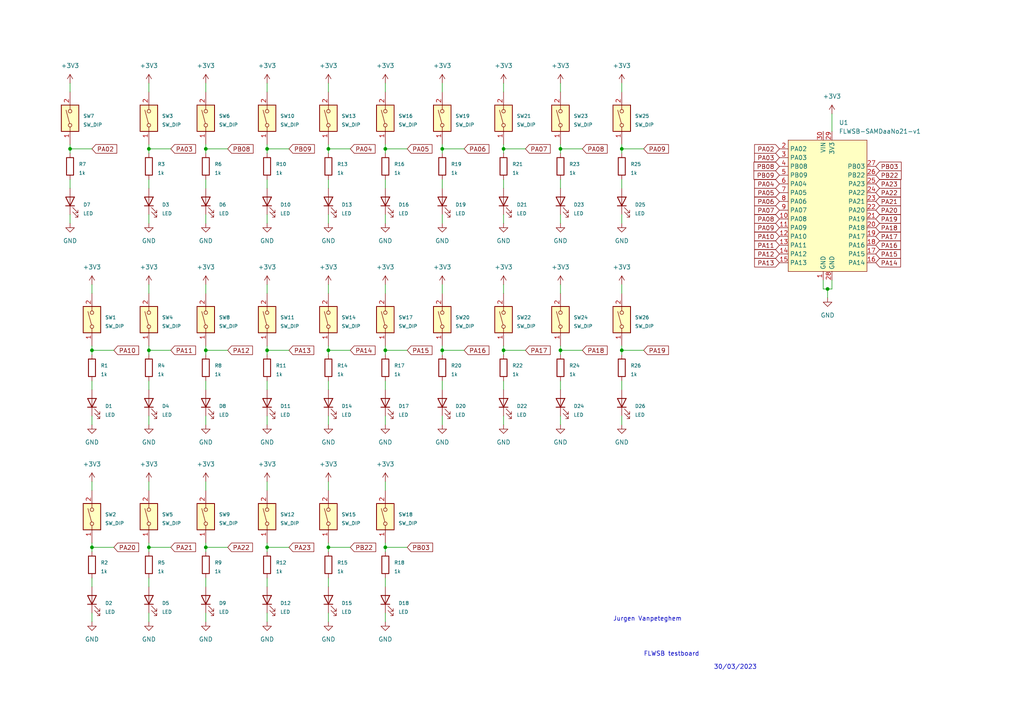
<source format=kicad_sch>
(kicad_sch (version 20211123) (generator eeschema)

  (uuid bd05b1b8-2fa5-426b-9609-e2cc4a5882b6)

  (paper "A4")

  (lib_symbols
    (symbol "Device:LED" (pin_numbers hide) (pin_names (offset 1.016) hide) (in_bom yes) (on_board yes)
      (property "Reference" "D" (id 0) (at 0 2.54 0)
        (effects (font (size 1.27 1.27)))
      )
      (property "Value" "LED" (id 1) (at 0 -2.54 0)
        (effects (font (size 1.27 1.27)))
      )
      (property "Footprint" "" (id 2) (at 0 0 0)
        (effects (font (size 1.27 1.27)) hide)
      )
      (property "Datasheet" "~" (id 3) (at 0 0 0)
        (effects (font (size 1.27 1.27)) hide)
      )
      (property "ki_keywords" "LED diode" (id 4) (at 0 0 0)
        (effects (font (size 1.27 1.27)) hide)
      )
      (property "ki_description" "Light emitting diode" (id 5) (at 0 0 0)
        (effects (font (size 1.27 1.27)) hide)
      )
      (property "ki_fp_filters" "LED* LED_SMD:* LED_THT:*" (id 6) (at 0 0 0)
        (effects (font (size 1.27 1.27)) hide)
      )
      (symbol "LED_0_1"
        (polyline
          (pts
            (xy -1.27 -1.27)
            (xy -1.27 1.27)
          )
          (stroke (width 0.254) (type default) (color 0 0 0 0))
          (fill (type none))
        )
        (polyline
          (pts
            (xy -1.27 0)
            (xy 1.27 0)
          )
          (stroke (width 0) (type default) (color 0 0 0 0))
          (fill (type none))
        )
        (polyline
          (pts
            (xy 1.27 -1.27)
            (xy 1.27 1.27)
            (xy -1.27 0)
            (xy 1.27 -1.27)
          )
          (stroke (width 0.254) (type default) (color 0 0 0 0))
          (fill (type none))
        )
        (polyline
          (pts
            (xy -3.048 -0.762)
            (xy -4.572 -2.286)
            (xy -3.81 -2.286)
            (xy -4.572 -2.286)
            (xy -4.572 -1.524)
          )
          (stroke (width 0) (type default) (color 0 0 0 0))
          (fill (type none))
        )
        (polyline
          (pts
            (xy -1.778 -0.762)
            (xy -3.302 -2.286)
            (xy -2.54 -2.286)
            (xy -3.302 -2.286)
            (xy -3.302 -1.524)
          )
          (stroke (width 0) (type default) (color 0 0 0 0))
          (fill (type none))
        )
      )
      (symbol "LED_1_1"
        (pin passive line (at -3.81 0 0) (length 2.54)
          (name "K" (effects (font (size 1.27 1.27))))
          (number "1" (effects (font (size 1.27 1.27))))
        )
        (pin passive line (at 3.81 0 180) (length 2.54)
          (name "A" (effects (font (size 1.27 1.27))))
          (number "2" (effects (font (size 1.27 1.27))))
        )
      )
    )
    (symbol "Device:R" (pin_numbers hide) (pin_names (offset 0)) (in_bom yes) (on_board yes)
      (property "Reference" "R" (id 0) (at 2.032 0 90)
        (effects (font (size 1.27 1.27)))
      )
      (property "Value" "R" (id 1) (at 0 0 90)
        (effects (font (size 1.27 1.27)))
      )
      (property "Footprint" "" (id 2) (at -1.778 0 90)
        (effects (font (size 1.27 1.27)) hide)
      )
      (property "Datasheet" "~" (id 3) (at 0 0 0)
        (effects (font (size 1.27 1.27)) hide)
      )
      (property "ki_keywords" "R res resistor" (id 4) (at 0 0 0)
        (effects (font (size 1.27 1.27)) hide)
      )
      (property "ki_description" "Resistor" (id 5) (at 0 0 0)
        (effects (font (size 1.27 1.27)) hide)
      )
      (property "ki_fp_filters" "R_*" (id 6) (at 0 0 0)
        (effects (font (size 1.27 1.27)) hide)
      )
      (symbol "R_0_1"
        (rectangle (start -1.016 -2.54) (end 1.016 2.54)
          (stroke (width 0.254) (type default) (color 0 0 0 0))
          (fill (type none))
        )
      )
      (symbol "R_1_1"
        (pin passive line (at 0 3.81 270) (length 1.27)
          (name "~" (effects (font (size 1.27 1.27))))
          (number "1" (effects (font (size 1.27 1.27))))
        )
        (pin passive line (at 0 -3.81 90) (length 1.27)
          (name "~" (effects (font (size 1.27 1.27))))
          (number "2" (effects (font (size 1.27 1.27))))
        )
      )
    )
    (symbol "FLWSB:FLWSB-SAMDaaNo21-v1" (in_bom yes) (on_board yes)
      (property "Reference" "U1" (id 0) (at 3.2894 0 0)
        (effects (font (size 1.27 1.27)) (justify left))
      )
      (property "Value" "FLWSB-SAMDaaNo21-v1" (id 1) (at 3.2894 -2.54 0)
        (effects (font (size 1.27 1.27)) (justify left))
      )
      (property "Footprint" "FLWSB:FLWSB-SAMDaaNo21-v1" (id 2) (at 0 0 0)
        (effects (font (size 1.27 1.27)) hide)
      )
      (property "Datasheet" "https://github.com/DaanDekoningKrekels/FLWSB-SAMDaaNo21" (id 3) (at 0 0 0)
        (effects (font (size 1.27 1.27)) hide)
      )
      (property "ki_description" "Flexible LoRaWAN Sensor Board SAMDaaNo21" (id 4) (at 0 0 0)
        (effects (font (size 1.27 1.27)) hide)
      )
      (symbol "FLWSB-SAMDaaNo21-v1_0_1"
        (rectangle (start -11.43 -5.08) (end 11.43 -43.18)
          (stroke (width 0) (type default) (color 0 0 0 0))
          (fill (type background))
        )
      )
      (symbol "FLWSB-SAMDaaNo21-v1_1_1"
        (pin power_in line (at -1.27 -45.72 90) (length 2.54)
          (name "GND" (effects (font (size 1.27 1.27))))
          (number "1" (effects (font (size 1.27 1.27))))
        )
        (pin bidirectional line (at -13.97 -27.94 0) (length 2.54)
          (name "PA08" (effects (font (size 1.27 1.27))))
          (number "10" (effects (font (size 1.27 1.27))))
        )
        (pin bidirectional line (at -13.97 -30.48 0) (length 2.54)
          (name "PA09" (effects (font (size 1.27 1.27))))
          (number "11" (effects (font (size 1.27 1.27))))
        )
        (pin bidirectional line (at -13.97 -33.02 0) (length 2.54)
          (name "PA10" (effects (font (size 1.27 1.27))))
          (number "12" (effects (font (size 1.27 1.27))))
        )
        (pin bidirectional line (at -13.97 -35.56 0) (length 2.54)
          (name "PA11" (effects (font (size 1.27 1.27))))
          (number "13" (effects (font (size 1.27 1.27))))
        )
        (pin bidirectional line (at -13.97 -38.1 0) (length 2.54)
          (name "PA12" (effects (font (size 1.27 1.27))))
          (number "14" (effects (font (size 1.27 1.27))))
        )
        (pin bidirectional line (at -13.97 -40.64 0) (length 2.54)
          (name "PA13" (effects (font (size 1.27 1.27))))
          (number "15" (effects (font (size 1.27 1.27))))
        )
        (pin bidirectional line (at 13.97 -40.64 180) (length 2.54)
          (name "PA14" (effects (font (size 1.27 1.27))))
          (number "16" (effects (font (size 1.27 1.27))))
        )
        (pin bidirectional line (at 13.97 -38.1 180) (length 2.54)
          (name "PA15" (effects (font (size 1.27 1.27))))
          (number "17" (effects (font (size 1.27 1.27))))
        )
        (pin bidirectional line (at 13.97 -35.56 180) (length 2.54)
          (name "PA16" (effects (font (size 1.27 1.27))))
          (number "18" (effects (font (size 1.27 1.27))))
        )
        (pin bidirectional line (at 13.97 -33.02 180) (length 2.54)
          (name "PA17" (effects (font (size 1.27 1.27))))
          (number "19" (effects (font (size 1.27 1.27))))
        )
        (pin bidirectional line (at -13.97 -7.62 0) (length 2.54)
          (name "PA02" (effects (font (size 1.27 1.27))))
          (number "2" (effects (font (size 1.27 1.27))))
        )
        (pin bidirectional line (at 13.97 -30.48 180) (length 2.54)
          (name "PA18" (effects (font (size 1.27 1.27))))
          (number "20" (effects (font (size 1.27 1.27))))
        )
        (pin bidirectional line (at 13.97 -27.94 180) (length 2.54)
          (name "PA19" (effects (font (size 1.27 1.27))))
          (number "21" (effects (font (size 1.27 1.27))))
        )
        (pin bidirectional line (at 13.97 -25.4 180) (length 2.54)
          (name "PA20" (effects (font (size 1.27 1.27))))
          (number "22" (effects (font (size 1.27 1.27))))
        )
        (pin bidirectional line (at 13.97 -22.86 180) (length 2.54)
          (name "PA21" (effects (font (size 1.27 1.27))))
          (number "23" (effects (font (size 1.27 1.27))))
        )
        (pin bidirectional line (at 13.97 -20.32 180) (length 2.54)
          (name "PA22" (effects (font (size 1.27 1.27))))
          (number "24" (effects (font (size 1.27 1.27))))
        )
        (pin bidirectional line (at 13.97 -17.78 180) (length 2.54)
          (name "PA23" (effects (font (size 1.27 1.27))))
          (number "25" (effects (font (size 1.27 1.27))))
        )
        (pin bidirectional line (at 13.97 -15.24 180) (length 2.54)
          (name "PB22" (effects (font (size 1.27 1.27))))
          (number "26" (effects (font (size 1.27 1.27))))
        )
        (pin bidirectional line (at 13.97 -12.7 180) (length 2.54)
          (name "PB03" (effects (font (size 1.27 1.27))))
          (number "27" (effects (font (size 1.27 1.27))))
          (alternate "48" bidirectional line)
          (alternate "SERCOM5/PAD:1" bidirectional line)
        )
        (pin power_in line (at 1.27 -45.72 90) (length 2.54)
          (name "GND" (effects (font (size 1.27 1.27))))
          (number "28" (effects (font (size 1.27 1.27))))
        )
        (pin power_in line (at 1.27 -2.54 270) (length 2.54)
          (name "3V3" (effects (font (size 1.27 1.27))))
          (number "29" (effects (font (size 1.27 1.27))))
        )
        (pin bidirectional line (at -13.97 -10.16 0) (length 2.54)
          (name "PA03" (effects (font (size 1.27 1.27))))
          (number "3" (effects (font (size 1.27 1.27))))
        )
        (pin power_in line (at -1.27 -2.54 270) (length 2.54)
          (name "VIN" (effects (font (size 1.27 1.27))))
          (number "30" (effects (font (size 1.27 1.27))))
        )
        (pin bidirectional line (at -13.97 -12.7 0) (length 2.54)
          (name "PB08" (effects (font (size 1.27 1.27))))
          (number "4" (effects (font (size 1.27 1.27))))
        )
        (pin bidirectional line (at -13.97 -15.24 0) (length 2.54)
          (name "PB09" (effects (font (size 1.27 1.27))))
          (number "5" (effects (font (size 1.27 1.27))))
        )
        (pin bidirectional line (at -13.97 -17.78 0) (length 2.54)
          (name "PA04" (effects (font (size 1.27 1.27))))
          (number "6" (effects (font (size 1.27 1.27))))
        )
        (pin bidirectional line (at -13.97 -20.32 0) (length 2.54)
          (name "PA05" (effects (font (size 1.27 1.27))))
          (number "7" (effects (font (size 1.27 1.27))))
        )
        (pin bidirectional line (at -13.97 -22.86 0) (length 2.54)
          (name "PA06" (effects (font (size 1.27 1.27))))
          (number "8" (effects (font (size 1.27 1.27))))
        )
        (pin bidirectional line (at -13.97 -25.4 0) (length 2.54)
          (name "PA07" (effects (font (size 1.27 1.27))))
          (number "9" (effects (font (size 1.27 1.27))))
        )
      )
    )
    (symbol "Switch:SW_DIP_x01" (pin_names (offset 0) hide) (in_bom yes) (on_board yes)
      (property "Reference" "SW" (id 0) (at 0 3.81 0)
        (effects (font (size 1.27 1.27)))
      )
      (property "Value" "SW_DIP_x01" (id 1) (at 0 -3.81 0)
        (effects (font (size 1.27 1.27)))
      )
      (property "Footprint" "" (id 2) (at 0 0 0)
        (effects (font (size 1.27 1.27)) hide)
      )
      (property "Datasheet" "~" (id 3) (at 0 0 0)
        (effects (font (size 1.27 1.27)) hide)
      )
      (property "ki_keywords" "dip switch" (id 4) (at 0 0 0)
        (effects (font (size 1.27 1.27)) hide)
      )
      (property "ki_description" "1x DIP Switch, Single Pole Single Throw (SPST) switch, small symbol" (id 5) (at 0 0 0)
        (effects (font (size 1.27 1.27)) hide)
      )
      (property "ki_fp_filters" "SW?DIP?x1*" (id 6) (at 0 0 0)
        (effects (font (size 1.27 1.27)) hide)
      )
      (symbol "SW_DIP_x01_0_0"
        (circle (center -2.032 0) (radius 0.508)
          (stroke (width 0) (type default) (color 0 0 0 0))
          (fill (type none))
        )
        (polyline
          (pts
            (xy -1.524 0.127)
            (xy 2.3622 1.1684)
          )
          (stroke (width 0) (type default) (color 0 0 0 0))
          (fill (type none))
        )
        (circle (center 2.032 0) (radius 0.508)
          (stroke (width 0) (type default) (color 0 0 0 0))
          (fill (type none))
        )
      )
      (symbol "SW_DIP_x01_0_1"
        (rectangle (start -3.81 2.54) (end 3.81 -2.54)
          (stroke (width 0.254) (type default) (color 0 0 0 0))
          (fill (type background))
        )
      )
      (symbol "SW_DIP_x01_1_1"
        (pin passive line (at -7.62 0 0) (length 5.08)
          (name "~" (effects (font (size 1.27 1.27))))
          (number "1" (effects (font (size 1.27 1.27))))
        )
        (pin passive line (at 7.62 0 180) (length 5.08)
          (name "~" (effects (font (size 1.27 1.27))))
          (number "2" (effects (font (size 1.27 1.27))))
        )
      )
    )
    (symbol "power:+3V3" (power) (pin_names (offset 0)) (in_bom yes) (on_board yes)
      (property "Reference" "#PWR" (id 0) (at 0 -3.81 0)
        (effects (font (size 1.27 1.27)) hide)
      )
      (property "Value" "+3V3" (id 1) (at 0 3.556 0)
        (effects (font (size 1.27 1.27)))
      )
      (property "Footprint" "" (id 2) (at 0 0 0)
        (effects (font (size 1.27 1.27)) hide)
      )
      (property "Datasheet" "" (id 3) (at 0 0 0)
        (effects (font (size 1.27 1.27)) hide)
      )
      (property "ki_keywords" "global power" (id 4) (at 0 0 0)
        (effects (font (size 1.27 1.27)) hide)
      )
      (property "ki_description" "Power symbol creates a global label with name \"+3V3\"" (id 5) (at 0 0 0)
        (effects (font (size 1.27 1.27)) hide)
      )
      (symbol "+3V3_0_1"
        (polyline
          (pts
            (xy -0.762 1.27)
            (xy 0 2.54)
          )
          (stroke (width 0) (type default) (color 0 0 0 0))
          (fill (type none))
        )
        (polyline
          (pts
            (xy 0 0)
            (xy 0 2.54)
          )
          (stroke (width 0) (type default) (color 0 0 0 0))
          (fill (type none))
        )
        (polyline
          (pts
            (xy 0 2.54)
            (xy 0.762 1.27)
          )
          (stroke (width 0) (type default) (color 0 0 0 0))
          (fill (type none))
        )
      )
      (symbol "+3V3_1_1"
        (pin power_in line (at 0 0 90) (length 0) hide
          (name "+3V3" (effects (font (size 1.27 1.27))))
          (number "1" (effects (font (size 1.27 1.27))))
        )
      )
    )
    (symbol "power:GND" (power) (pin_names (offset 0)) (in_bom yes) (on_board yes)
      (property "Reference" "#PWR" (id 0) (at 0 -6.35 0)
        (effects (font (size 1.27 1.27)) hide)
      )
      (property "Value" "GND" (id 1) (at 0 -3.81 0)
        (effects (font (size 1.27 1.27)))
      )
      (property "Footprint" "" (id 2) (at 0 0 0)
        (effects (font (size 1.27 1.27)) hide)
      )
      (property "Datasheet" "" (id 3) (at 0 0 0)
        (effects (font (size 1.27 1.27)) hide)
      )
      (property "ki_keywords" "global power" (id 4) (at 0 0 0)
        (effects (font (size 1.27 1.27)) hide)
      )
      (property "ki_description" "Power symbol creates a global label with name \"GND\" , ground" (id 5) (at 0 0 0)
        (effects (font (size 1.27 1.27)) hide)
      )
      (symbol "GND_0_1"
        (polyline
          (pts
            (xy 0 0)
            (xy 0 -1.27)
            (xy 1.27 -1.27)
            (xy 0 -2.54)
            (xy -1.27 -1.27)
            (xy 0 -1.27)
          )
          (stroke (width 0) (type default) (color 0 0 0 0))
          (fill (type none))
        )
      )
      (symbol "GND_1_1"
        (pin power_in line (at 0 0 270) (length 0) hide
          (name "GND" (effects (font (size 1.27 1.27))))
          (number "1" (effects (font (size 1.27 1.27))))
        )
      )
    )
  )

  (junction (at 95.25 43.18) (diameter 0) (color 0 0 0 0)
    (uuid 09638b9b-d444-4863-8303-b7da6af60b11)
  )
  (junction (at 77.47 43.18) (diameter 0) (color 0 0 0 0)
    (uuid 0bc49f79-4667-4991-9d51-48e90d1dbb99)
  )
  (junction (at 128.27 43.18) (diameter 0) (color 0 0 0 0)
    (uuid 1104c2db-1a96-45c7-9c6b-f89dbf7d96ad)
  )
  (junction (at 43.18 101.6) (diameter 0) (color 0 0 0 0)
    (uuid 132d71af-a898-4be2-8501-161e81201253)
  )
  (junction (at 20.32 43.18) (diameter 0) (color 0 0 0 0)
    (uuid 1c6ac538-c7d0-46d5-9fe6-6849d1a09fb2)
  )
  (junction (at 59.69 158.75) (diameter 0) (color 0 0 0 0)
    (uuid 1d4f0f5e-0cb5-448f-bc68-5ecf74fc088f)
  )
  (junction (at 146.05 101.6) (diameter 0) (color 0 0 0 0)
    (uuid 292fb3bf-8a66-4e0d-ae63-cea01bb90267)
  )
  (junction (at 59.69 43.18) (diameter 0) (color 0 0 0 0)
    (uuid 2e16daf9-d5a8-46af-81d3-44ec0f36d1e9)
  )
  (junction (at 95.25 101.6) (diameter 0) (color 0 0 0 0)
    (uuid 358f0a17-7a60-46c1-8606-58ae3cd88d75)
  )
  (junction (at 26.67 101.6) (diameter 0) (color 0 0 0 0)
    (uuid 37c97a55-2808-42d2-951c-b8d60bcb4d99)
  )
  (junction (at 128.27 101.6) (diameter 0) (color 0 0 0 0)
    (uuid 3ded53d4-8a8a-4101-99f9-10656a415f13)
  )
  (junction (at 95.25 158.75) (diameter 0) (color 0 0 0 0)
    (uuid 4ef473f8-ddfc-41d3-a7ec-ee3fa2fb5361)
  )
  (junction (at 43.18 43.18) (diameter 0) (color 0 0 0 0)
    (uuid 514d262d-62fa-423c-884b-fdca695812ca)
  )
  (junction (at 43.18 158.75) (diameter 0) (color 0 0 0 0)
    (uuid 5c1af25e-d2c1-46b7-b0fb-12a4708a9758)
  )
  (junction (at 162.56 43.18) (diameter 0) (color 0 0 0 0)
    (uuid 6a38fa7f-9309-4f5a-bf42-1f67f47f34fd)
  )
  (junction (at 180.34 43.18) (diameter 0) (color 0 0 0 0)
    (uuid 714fb203-5e9b-485b-bf54-0346c696f74f)
  )
  (junction (at 111.76 101.6) (diameter 0) (color 0 0 0 0)
    (uuid 8eb1e05b-84a3-40bb-879a-c63d3f008ea3)
  )
  (junction (at 180.34 101.6) (diameter 0) (color 0 0 0 0)
    (uuid 8fc62395-c045-4fb5-96ae-d52132f74635)
  )
  (junction (at 77.47 158.75) (diameter 0) (color 0 0 0 0)
    (uuid a9743ecf-63f4-42f7-915c-509df053d9dd)
  )
  (junction (at 111.76 158.75) (diameter 0) (color 0 0 0 0)
    (uuid ae7161a5-2802-44c1-8475-5ee940ad5ddc)
  )
  (junction (at 26.67 158.75) (diameter 0) (color 0 0 0 0)
    (uuid de1b3f23-0731-45d0-be96-a54c9caf69f2)
  )
  (junction (at 146.05 43.18) (diameter 0) (color 0 0 0 0)
    (uuid e6726e20-499f-4fba-9f66-2682d50be6a0)
  )
  (junction (at 111.76 43.18) (diameter 0) (color 0 0 0 0)
    (uuid ea108606-8fc5-4531-9d64-5c2611e94db3)
  )
  (junction (at 59.69 101.6) (diameter 0) (color 0 0 0 0)
    (uuid eb2b021e-e6ff-4657-8345-97ea09f4b750)
  )
  (junction (at 77.47 101.6) (diameter 0) (color 0 0 0 0)
    (uuid eb3fbc19-40fd-4fc8-8a0b-2d2769ac0cf4)
  )
  (junction (at 240.03 83.82) (diameter 0) (color 0 0 0 0)
    (uuid ef2f2aa4-dd17-40ef-9103-414cced21055)
  )
  (junction (at 162.56 101.6) (diameter 0) (color 0 0 0 0)
    (uuid efa58144-c259-421a-848c-dd33338518e7)
  )

  (wire (pts (xy 111.76 177.8) (xy 111.76 180.34))
    (stroke (width 0) (type default) (color 0 0 0 0))
    (uuid 002c184a-147f-42c1-a91a-e04a8b10c236)
  )
  (wire (pts (xy 43.18 157.48) (xy 43.18 158.75))
    (stroke (width 0) (type default) (color 0 0 0 0))
    (uuid 00f93dc4-6e83-4ae0-a072-66a41866b161)
  )
  (wire (pts (xy 146.05 110.49) (xy 146.05 113.03))
    (stroke (width 0) (type default) (color 0 0 0 0))
    (uuid 0210e6ac-74a0-48cb-bcdc-af701c986ef0)
  )
  (wire (pts (xy 43.18 120.65) (xy 43.18 123.19))
    (stroke (width 0) (type default) (color 0 0 0 0))
    (uuid 085f5f32-b4d8-4328-ba39-79c54bcdee04)
  )
  (wire (pts (xy 26.67 177.8) (xy 26.67 180.34))
    (stroke (width 0) (type default) (color 0 0 0 0))
    (uuid 0adf5d62-8a29-41be-94cc-d10eedef7c39)
  )
  (wire (pts (xy 43.18 24.13) (xy 43.18 26.67))
    (stroke (width 0) (type default) (color 0 0 0 0))
    (uuid 0c19c049-a866-46e6-b963-34ce1bf00dfe)
  )
  (wire (pts (xy 180.34 41.91) (xy 180.34 43.18))
    (stroke (width 0) (type default) (color 0 0 0 0))
    (uuid 0d2b54d6-2068-46ce-8a45-616bb4058fe5)
  )
  (wire (pts (xy 162.56 52.07) (xy 162.56 54.61))
    (stroke (width 0) (type default) (color 0 0 0 0))
    (uuid 14084c4d-ae67-46d0-bc3e-ce14eba32ebe)
  )
  (wire (pts (xy 180.34 110.49) (xy 180.34 113.03))
    (stroke (width 0) (type default) (color 0 0 0 0))
    (uuid 1535e740-1c28-4d98-994b-951f751bef29)
  )
  (wire (pts (xy 26.67 100.33) (xy 26.67 101.6))
    (stroke (width 0) (type default) (color 0 0 0 0))
    (uuid 17c09cd2-42ad-43ae-a84e-7e4a128dc219)
  )
  (wire (pts (xy 128.27 62.23) (xy 128.27 64.77))
    (stroke (width 0) (type default) (color 0 0 0 0))
    (uuid 18169ba8-f6a7-4797-9df1-52809d472a2c)
  )
  (wire (pts (xy 26.67 101.6) (xy 26.67 102.87))
    (stroke (width 0) (type default) (color 0 0 0 0))
    (uuid 18db9f24-465c-4321-8b96-e23e8ed7b39e)
  )
  (wire (pts (xy 59.69 24.13) (xy 59.69 26.67))
    (stroke (width 0) (type default) (color 0 0 0 0))
    (uuid 19f22363-0597-49d6-892a-281d7725b542)
  )
  (wire (pts (xy 180.34 101.6) (xy 180.34 102.87))
    (stroke (width 0) (type default) (color 0 0 0 0))
    (uuid 1addc969-61d4-4cc7-b982-90f2f6f6978f)
  )
  (wire (pts (xy 77.47 139.7) (xy 77.47 142.24))
    (stroke (width 0) (type default) (color 0 0 0 0))
    (uuid 1cc21912-2847-4f8a-9036-1afc12d6fad5)
  )
  (wire (pts (xy 43.18 101.6) (xy 43.18 102.87))
    (stroke (width 0) (type default) (color 0 0 0 0))
    (uuid 1d72778e-072d-4aa8-89e5-fd50ef5957d0)
  )
  (wire (pts (xy 59.69 177.8) (xy 59.69 180.34))
    (stroke (width 0) (type default) (color 0 0 0 0))
    (uuid 1dc7a547-9aee-4460-9264-db5a38759935)
  )
  (wire (pts (xy 95.25 110.49) (xy 95.25 113.03))
    (stroke (width 0) (type default) (color 0 0 0 0))
    (uuid 1df78859-8e67-4773-8889-0c4e0614f1c3)
  )
  (wire (pts (xy 59.69 139.7) (xy 59.69 142.24))
    (stroke (width 0) (type default) (color 0 0 0 0))
    (uuid 1ff4b3c1-de96-4a24-bc99-210f09926f97)
  )
  (wire (pts (xy 180.34 52.07) (xy 180.34 54.61))
    (stroke (width 0) (type default) (color 0 0 0 0))
    (uuid 2188b911-a1b3-4a36-b23f-16041398417d)
  )
  (wire (pts (xy 111.76 24.13) (xy 111.76 26.67))
    (stroke (width 0) (type default) (color 0 0 0 0))
    (uuid 2234f6fc-e3f7-4eba-a5db-4b1bb0b0e0ee)
  )
  (wire (pts (xy 180.34 43.18) (xy 180.34 44.45))
    (stroke (width 0) (type default) (color 0 0 0 0))
    (uuid 25ae1af7-bb93-49ee-8aa1-f44a93edfb8e)
  )
  (wire (pts (xy 180.34 24.13) (xy 180.34 26.67))
    (stroke (width 0) (type default) (color 0 0 0 0))
    (uuid 27b52650-8624-42b6-80be-c63019721ffc)
  )
  (wire (pts (xy 111.76 62.23) (xy 111.76 64.77))
    (stroke (width 0) (type default) (color 0 0 0 0))
    (uuid 28351988-85bf-43bb-9b42-0ad9cf8303de)
  )
  (wire (pts (xy 43.18 101.6) (xy 49.53 101.6))
    (stroke (width 0) (type default) (color 0 0 0 0))
    (uuid 292e8655-2170-47ad-8eb1-9bb9fb1af53d)
  )
  (wire (pts (xy 95.25 157.48) (xy 95.25 158.75))
    (stroke (width 0) (type default) (color 0 0 0 0))
    (uuid 2c92e223-372b-4078-a6d5-7e497c57d991)
  )
  (wire (pts (xy 43.18 52.07) (xy 43.18 54.61))
    (stroke (width 0) (type default) (color 0 0 0 0))
    (uuid 2c9b02ea-e6e5-4ea2-bbf0-5cb61c54bc0c)
  )
  (wire (pts (xy 95.25 139.7) (xy 95.25 142.24))
    (stroke (width 0) (type default) (color 0 0 0 0))
    (uuid 2d2d2318-0b42-49c0-8a89-72d96ac90c6c)
  )
  (wire (pts (xy 162.56 62.23) (xy 162.56 64.77))
    (stroke (width 0) (type default) (color 0 0 0 0))
    (uuid 2f22376b-a6c3-429f-ac3d-2ec0fb568994)
  )
  (wire (pts (xy 20.32 43.18) (xy 20.32 44.45))
    (stroke (width 0) (type default) (color 0 0 0 0))
    (uuid 31d872d7-ee1e-4f8d-8fde-cc785ab5e5cd)
  )
  (wire (pts (xy 26.67 157.48) (xy 26.67 158.75))
    (stroke (width 0) (type default) (color 0 0 0 0))
    (uuid 325144a1-0b3a-453a-ba74-b1f82c13f93f)
  )
  (wire (pts (xy 128.27 101.6) (xy 128.27 102.87))
    (stroke (width 0) (type default) (color 0 0 0 0))
    (uuid 33f5aad2-c52b-4324-884d-f59bc50ce604)
  )
  (wire (pts (xy 162.56 43.18) (xy 162.56 44.45))
    (stroke (width 0) (type default) (color 0 0 0 0))
    (uuid 3499b1b7-fa60-496c-bd87-80f786b83c40)
  )
  (wire (pts (xy 77.47 177.8) (xy 77.47 180.34))
    (stroke (width 0) (type default) (color 0 0 0 0))
    (uuid 34f39130-f871-4bce-8cd0-23c27709a344)
  )
  (wire (pts (xy 43.18 62.23) (xy 43.18 64.77))
    (stroke (width 0) (type default) (color 0 0 0 0))
    (uuid 354dc128-ea9b-417d-8d8a-42b970e7e1f2)
  )
  (wire (pts (xy 77.47 62.23) (xy 77.47 64.77))
    (stroke (width 0) (type default) (color 0 0 0 0))
    (uuid 35b34edf-f629-4578-9ac6-f7ebc28221d5)
  )
  (wire (pts (xy 26.67 82.55) (xy 26.67 85.09))
    (stroke (width 0) (type default) (color 0 0 0 0))
    (uuid 39b07e7e-b21c-4d5e-8946-2494192284f2)
  )
  (wire (pts (xy 43.18 41.91) (xy 43.18 43.18))
    (stroke (width 0) (type default) (color 0 0 0 0))
    (uuid 3a366eae-b693-4b4c-a3d4-d60ed73a3d70)
  )
  (wire (pts (xy 95.25 158.75) (xy 95.25 160.02))
    (stroke (width 0) (type default) (color 0 0 0 0))
    (uuid 3b4f67a7-43a8-4c90-a2fc-00491bc692ac)
  )
  (wire (pts (xy 77.47 43.18) (xy 77.47 44.45))
    (stroke (width 0) (type default) (color 0 0 0 0))
    (uuid 3bedeb42-3de9-4ccb-a841-26f4039da6d1)
  )
  (wire (pts (xy 128.27 43.18) (xy 128.27 44.45))
    (stroke (width 0) (type default) (color 0 0 0 0))
    (uuid 3c043091-e1e6-471a-9cd1-881421730c4b)
  )
  (wire (pts (xy 111.76 41.91) (xy 111.76 43.18))
    (stroke (width 0) (type default) (color 0 0 0 0))
    (uuid 3efe0be9-b9b0-40fc-a07e-45b287697ab0)
  )
  (wire (pts (xy 111.76 167.64) (xy 111.76 170.18))
    (stroke (width 0) (type default) (color 0 0 0 0))
    (uuid 3f78bb4c-c298-4538-ac0f-fd27250dc7c4)
  )
  (wire (pts (xy 77.47 157.48) (xy 77.47 158.75))
    (stroke (width 0) (type default) (color 0 0 0 0))
    (uuid 419e0fcb-c371-46c4-a291-466b4b7261eb)
  )
  (wire (pts (xy 26.67 158.75) (xy 33.02 158.75))
    (stroke (width 0) (type default) (color 0 0 0 0))
    (uuid 41e1a8b0-be6c-43a7-ba3b-e6b6de606d68)
  )
  (wire (pts (xy 146.05 52.07) (xy 146.05 54.61))
    (stroke (width 0) (type default) (color 0 0 0 0))
    (uuid 42a8ffe6-744e-4b8a-9e99-daa07ad740bf)
  )
  (wire (pts (xy 128.27 110.49) (xy 128.27 113.03))
    (stroke (width 0) (type default) (color 0 0 0 0))
    (uuid 42c5b073-8da3-4cad-805f-eae044f2cd85)
  )
  (wire (pts (xy 238.76 81.28) (xy 238.76 83.82))
    (stroke (width 0) (type default) (color 0 0 0 0))
    (uuid 43b93232-4df1-4d91-8757-aa8d4e1f17dd)
  )
  (wire (pts (xy 111.76 52.07) (xy 111.76 54.61))
    (stroke (width 0) (type default) (color 0 0 0 0))
    (uuid 457d6f55-7a27-4555-a140-16eec3e66345)
  )
  (wire (pts (xy 146.05 41.91) (xy 146.05 43.18))
    (stroke (width 0) (type default) (color 0 0 0 0))
    (uuid 460f4623-2a1b-4af7-b5e9-6d2f6bf49426)
  )
  (wire (pts (xy 26.67 101.6) (xy 33.02 101.6))
    (stroke (width 0) (type default) (color 0 0 0 0))
    (uuid 47d05dc1-fd5c-46c4-9cc2-248cc9ea9cc9)
  )
  (wire (pts (xy 146.05 43.18) (xy 152.4 43.18))
    (stroke (width 0) (type default) (color 0 0 0 0))
    (uuid 494999c1-eeba-439f-bd7f-0b68bb49da47)
  )
  (wire (pts (xy 238.76 83.82) (xy 240.03 83.82))
    (stroke (width 0) (type default) (color 0 0 0 0))
    (uuid 4a7b0b02-cfe0-4172-89d6-c18d1e3497b8)
  )
  (wire (pts (xy 111.76 110.49) (xy 111.76 113.03))
    (stroke (width 0) (type default) (color 0 0 0 0))
    (uuid 4f600c2b-c4aa-4e4a-ae35-7d43b3d770c8)
  )
  (wire (pts (xy 180.34 100.33) (xy 180.34 101.6))
    (stroke (width 0) (type default) (color 0 0 0 0))
    (uuid 5109272c-d479-41c5-84d3-950ba9d294bc)
  )
  (wire (pts (xy 128.27 24.13) (xy 128.27 26.67))
    (stroke (width 0) (type default) (color 0 0 0 0))
    (uuid 535da966-7816-4098-a78c-b490150c2896)
  )
  (wire (pts (xy 59.69 167.64) (xy 59.69 170.18))
    (stroke (width 0) (type default) (color 0 0 0 0))
    (uuid 56e738f3-04b5-422b-8ad1-024caeb4e272)
  )
  (wire (pts (xy 146.05 24.13) (xy 146.05 26.67))
    (stroke (width 0) (type default) (color 0 0 0 0))
    (uuid 593b7957-d254-4806-8dcf-5982758024e3)
  )
  (wire (pts (xy 59.69 101.6) (xy 66.04 101.6))
    (stroke (width 0) (type default) (color 0 0 0 0))
    (uuid 5a96da07-a7e7-4488-b032-b70a36af936a)
  )
  (wire (pts (xy 77.47 158.75) (xy 77.47 160.02))
    (stroke (width 0) (type default) (color 0 0 0 0))
    (uuid 5b166aee-d4e9-4356-806a-669082a0c31e)
  )
  (wire (pts (xy 77.47 167.64) (xy 77.47 170.18))
    (stroke (width 0) (type default) (color 0 0 0 0))
    (uuid 5b69c722-0562-4e38-b8cb-ebad905d36bb)
  )
  (wire (pts (xy 111.76 101.6) (xy 111.76 102.87))
    (stroke (width 0) (type default) (color 0 0 0 0))
    (uuid 5eb4ae9d-d049-4148-afbc-2e83bcbda395)
  )
  (wire (pts (xy 128.27 82.55) (xy 128.27 85.09))
    (stroke (width 0) (type default) (color 0 0 0 0))
    (uuid 5fcc1a46-0e93-4b5a-80b8-9e62328e3cbf)
  )
  (wire (pts (xy 77.47 52.07) (xy 77.47 54.61))
    (stroke (width 0) (type default) (color 0 0 0 0))
    (uuid 61dff873-a7ac-4fad-bc6e-1fd3a5de3ced)
  )
  (wire (pts (xy 111.76 139.7) (xy 111.76 142.24))
    (stroke (width 0) (type default) (color 0 0 0 0))
    (uuid 6324b386-b105-4ae6-a485-05bac26ffaf5)
  )
  (wire (pts (xy 43.18 158.75) (xy 49.53 158.75))
    (stroke (width 0) (type default) (color 0 0 0 0))
    (uuid 65f04b9c-6c8e-4bfa-8a17-452d7cfd9d80)
  )
  (wire (pts (xy 241.3 83.82) (xy 240.03 83.82))
    (stroke (width 0) (type default) (color 0 0 0 0))
    (uuid 673eea6c-cc0f-4061-ba15-4453e4d3c6bd)
  )
  (wire (pts (xy 241.3 81.28) (xy 241.3 83.82))
    (stroke (width 0) (type default) (color 0 0 0 0))
    (uuid 67c8c475-c2fb-4f8a-bba3-e1b497d29871)
  )
  (wire (pts (xy 162.56 100.33) (xy 162.56 101.6))
    (stroke (width 0) (type default) (color 0 0 0 0))
    (uuid 693ae999-2b13-4b26-a872-d5d852514be6)
  )
  (wire (pts (xy 77.47 24.13) (xy 77.47 26.67))
    (stroke (width 0) (type default) (color 0 0 0 0))
    (uuid 6a210532-004b-4cf7-8ae6-b1b2ca073f2e)
  )
  (wire (pts (xy 43.18 43.18) (xy 49.53 43.18))
    (stroke (width 0) (type default) (color 0 0 0 0))
    (uuid 6b3e7473-8996-4c28-ad7c-8111ced9fb67)
  )
  (wire (pts (xy 43.18 100.33) (xy 43.18 101.6))
    (stroke (width 0) (type default) (color 0 0 0 0))
    (uuid 6c21615b-7797-44a8-ba96-9762aa5f8f19)
  )
  (wire (pts (xy 95.25 43.18) (xy 95.25 44.45))
    (stroke (width 0) (type default) (color 0 0 0 0))
    (uuid 6cdd1953-c4d8-441f-ab75-d3897909f2e9)
  )
  (wire (pts (xy 59.69 157.48) (xy 59.69 158.75))
    (stroke (width 0) (type default) (color 0 0 0 0))
    (uuid 6d2a329b-4296-4292-ba7e-c08aa90f88af)
  )
  (wire (pts (xy 59.69 43.18) (xy 66.04 43.18))
    (stroke (width 0) (type default) (color 0 0 0 0))
    (uuid 6eb794ca-2400-434a-9298-c0d5da7f581c)
  )
  (wire (pts (xy 240.03 83.82) (xy 240.03 86.36))
    (stroke (width 0) (type default) (color 0 0 0 0))
    (uuid 70507cda-a38c-47e3-ae37-b2e1c4e684a5)
  )
  (wire (pts (xy 241.3 33.02) (xy 241.3 38.1))
    (stroke (width 0) (type default) (color 0 0 0 0))
    (uuid 71a590f1-c5f6-4701-9258-8c75a2ee3bda)
  )
  (wire (pts (xy 95.25 41.91) (xy 95.25 43.18))
    (stroke (width 0) (type default) (color 0 0 0 0))
    (uuid 73d20d2d-f42a-450c-a649-1b6ce6bc0ec1)
  )
  (wire (pts (xy 95.25 43.18) (xy 101.6 43.18))
    (stroke (width 0) (type default) (color 0 0 0 0))
    (uuid 73e050a3-b149-46ad-8f46-85f32234cce6)
  )
  (wire (pts (xy 111.76 157.48) (xy 111.76 158.75))
    (stroke (width 0) (type default) (color 0 0 0 0))
    (uuid 7430857f-f9b0-421d-abdf-5a15405b4a02)
  )
  (wire (pts (xy 43.18 82.55) (xy 43.18 85.09))
    (stroke (width 0) (type default) (color 0 0 0 0))
    (uuid 755090dd-2270-46c4-a245-0f2d56e3f1e0)
  )
  (wire (pts (xy 111.76 43.18) (xy 111.76 44.45))
    (stroke (width 0) (type default) (color 0 0 0 0))
    (uuid 7703484c-62c0-4c5f-be8b-568fdd19d330)
  )
  (wire (pts (xy 162.56 101.6) (xy 168.91 101.6))
    (stroke (width 0) (type default) (color 0 0 0 0))
    (uuid 7d740e68-ffc8-4877-b8d6-5cd29de88497)
  )
  (wire (pts (xy 43.18 167.64) (xy 43.18 170.18))
    (stroke (width 0) (type default) (color 0 0 0 0))
    (uuid 8298077f-929f-41d2-9aac-5fd78376e874)
  )
  (wire (pts (xy 95.25 101.6) (xy 101.6 101.6))
    (stroke (width 0) (type default) (color 0 0 0 0))
    (uuid 82b52414-b26c-4893-8abe-04d34564efa7)
  )
  (wire (pts (xy 95.25 24.13) (xy 95.25 26.67))
    (stroke (width 0) (type default) (color 0 0 0 0))
    (uuid 82ca14d1-ef23-4278-bb9c-b7d9206417e3)
  )
  (wire (pts (xy 162.56 41.91) (xy 162.56 43.18))
    (stroke (width 0) (type default) (color 0 0 0 0))
    (uuid 8ae1b4ba-3eb5-4c3d-8f8f-575a07b8fa55)
  )
  (wire (pts (xy 128.27 41.91) (xy 128.27 43.18))
    (stroke (width 0) (type default) (color 0 0 0 0))
    (uuid 8cdd41a9-8f9b-4626-a128-8aeacf54a749)
  )
  (wire (pts (xy 95.25 158.75) (xy 101.6 158.75))
    (stroke (width 0) (type default) (color 0 0 0 0))
    (uuid 8e929c90-08d2-4376-90b8-bec8c7c9d9b2)
  )
  (wire (pts (xy 111.76 120.65) (xy 111.76 123.19))
    (stroke (width 0) (type default) (color 0 0 0 0))
    (uuid 8edce3e4-7b18-421e-b829-98fba7afe22c)
  )
  (wire (pts (xy 146.05 100.33) (xy 146.05 101.6))
    (stroke (width 0) (type default) (color 0 0 0 0))
    (uuid 8ef7424d-7d55-4f7d-b9da-7bff6771783d)
  )
  (wire (pts (xy 128.27 43.18) (xy 134.62 43.18))
    (stroke (width 0) (type default) (color 0 0 0 0))
    (uuid 8f0db457-e0f4-473c-90d7-3e011f171685)
  )
  (wire (pts (xy 77.47 101.6) (xy 77.47 102.87))
    (stroke (width 0) (type default) (color 0 0 0 0))
    (uuid 9167f76f-64b3-4cf5-b82e-c7e63df685b1)
  )
  (wire (pts (xy 180.34 82.55) (xy 180.34 85.09))
    (stroke (width 0) (type default) (color 0 0 0 0))
    (uuid 920f5fc3-574a-4ce9-97aa-27aceb2550d2)
  )
  (wire (pts (xy 128.27 100.33) (xy 128.27 101.6))
    (stroke (width 0) (type default) (color 0 0 0 0))
    (uuid 93701f0c-9d40-4b61-91e3-6593e6ea2826)
  )
  (wire (pts (xy 26.67 139.7) (xy 26.67 142.24))
    (stroke (width 0) (type default) (color 0 0 0 0))
    (uuid 93ac7b3a-8808-4a72-8530-0b3896d77f9c)
  )
  (wire (pts (xy 146.05 101.6) (xy 146.05 102.87))
    (stroke (width 0) (type default) (color 0 0 0 0))
    (uuid 93bd64c4-b5ba-4247-9535-d5119991d8f3)
  )
  (wire (pts (xy 162.56 110.49) (xy 162.56 113.03))
    (stroke (width 0) (type default) (color 0 0 0 0))
    (uuid 95617a52-c770-485f-a1c5-09c9d59d77f5)
  )
  (wire (pts (xy 111.76 158.75) (xy 111.76 160.02))
    (stroke (width 0) (type default) (color 0 0 0 0))
    (uuid 96d4d1ce-d13a-4d2a-86af-30fa40f8eeb9)
  )
  (wire (pts (xy 95.25 167.64) (xy 95.25 170.18))
    (stroke (width 0) (type default) (color 0 0 0 0))
    (uuid 9d44317d-617b-43c0-ade8-292c84beb865)
  )
  (wire (pts (xy 77.47 120.65) (xy 77.47 123.19))
    (stroke (width 0) (type default) (color 0 0 0 0))
    (uuid 9dd9d6e4-91f9-4fa7-9660-1871490f822d)
  )
  (wire (pts (xy 162.56 24.13) (xy 162.56 26.67))
    (stroke (width 0) (type default) (color 0 0 0 0))
    (uuid 9e1c3b46-f0ad-4a93-90c9-2c1493487e81)
  )
  (wire (pts (xy 26.67 158.75) (xy 26.67 160.02))
    (stroke (width 0) (type default) (color 0 0 0 0))
    (uuid 9f7df1c4-ace4-4d19-a304-451ae3c6520f)
  )
  (wire (pts (xy 95.25 120.65) (xy 95.25 123.19))
    (stroke (width 0) (type default) (color 0 0 0 0))
    (uuid a208283a-8f2b-4b52-8c61-72a7d3040baf)
  )
  (wire (pts (xy 128.27 52.07) (xy 128.27 54.61))
    (stroke (width 0) (type default) (color 0 0 0 0))
    (uuid a23ca14f-9efb-463f-a0e5-5ada12aab173)
  )
  (wire (pts (xy 77.47 43.18) (xy 83.82 43.18))
    (stroke (width 0) (type default) (color 0 0 0 0))
    (uuid a25eae3e-63c8-461c-8099-ecdd14e0f3c2)
  )
  (wire (pts (xy 59.69 158.75) (xy 59.69 160.02))
    (stroke (width 0) (type default) (color 0 0 0 0))
    (uuid a2e2f8e2-d5bb-4ecb-8b0b-8f4c36a28184)
  )
  (wire (pts (xy 59.69 43.18) (xy 59.69 44.45))
    (stroke (width 0) (type default) (color 0 0 0 0))
    (uuid a3347c7f-7435-4051-b591-1427ddb64ef5)
  )
  (wire (pts (xy 146.05 62.23) (xy 146.05 64.77))
    (stroke (width 0) (type default) (color 0 0 0 0))
    (uuid a36c8624-5d1c-4271-879e-dd61f46b28a1)
  )
  (wire (pts (xy 43.18 177.8) (xy 43.18 180.34))
    (stroke (width 0) (type default) (color 0 0 0 0))
    (uuid a9bc689d-ef22-43f6-9077-45e33551700e)
  )
  (wire (pts (xy 59.69 82.55) (xy 59.69 85.09))
    (stroke (width 0) (type default) (color 0 0 0 0))
    (uuid a9e9fcad-e841-412b-85db-f618fe73be24)
  )
  (wire (pts (xy 146.05 120.65) (xy 146.05 123.19))
    (stroke (width 0) (type default) (color 0 0 0 0))
    (uuid ad177a99-e94d-4929-9d84-5cad17bc5a85)
  )
  (wire (pts (xy 111.76 158.75) (xy 118.11 158.75))
    (stroke (width 0) (type default) (color 0 0 0 0))
    (uuid aebea98e-0aa8-4ab4-9a8e-d2d915e6b1ed)
  )
  (wire (pts (xy 146.05 101.6) (xy 152.4 101.6))
    (stroke (width 0) (type default) (color 0 0 0 0))
    (uuid b170a01b-d1da-479f-b4b1-1217c74a242f)
  )
  (wire (pts (xy 43.18 43.18) (xy 43.18 44.45))
    (stroke (width 0) (type default) (color 0 0 0 0))
    (uuid b2a562fb-aaf5-4050-a279-7d4b11748a2e)
  )
  (wire (pts (xy 95.25 52.07) (xy 95.25 54.61))
    (stroke (width 0) (type default) (color 0 0 0 0))
    (uuid b5cb5638-b3f4-4d03-971e-26c01c3ef4cc)
  )
  (wire (pts (xy 59.69 120.65) (xy 59.69 123.19))
    (stroke (width 0) (type default) (color 0 0 0 0))
    (uuid b6fc6dad-9a5a-4a4a-b28d-641fe470279d)
  )
  (wire (pts (xy 59.69 158.75) (xy 66.04 158.75))
    (stroke (width 0) (type default) (color 0 0 0 0))
    (uuid b8aa83dd-9a74-44ae-8612-a772b708307e)
  )
  (wire (pts (xy 20.32 41.91) (xy 20.32 43.18))
    (stroke (width 0) (type default) (color 0 0 0 0))
    (uuid bacefbab-3a44-4dc0-963d-72ff398119e4)
  )
  (wire (pts (xy 20.32 52.07) (xy 20.32 54.61))
    (stroke (width 0) (type default) (color 0 0 0 0))
    (uuid bb43bbb8-c1cd-4013-8377-645735168234)
  )
  (wire (pts (xy 59.69 100.33) (xy 59.69 101.6))
    (stroke (width 0) (type default) (color 0 0 0 0))
    (uuid bc005732-0502-42cf-adca-5b000e9d6468)
  )
  (wire (pts (xy 95.25 82.55) (xy 95.25 85.09))
    (stroke (width 0) (type default) (color 0 0 0 0))
    (uuid bfa9a47a-ab39-408a-8d18-04131db590fc)
  )
  (wire (pts (xy 26.67 120.65) (xy 26.67 123.19))
    (stroke (width 0) (type default) (color 0 0 0 0))
    (uuid c3838647-d4a3-496f-a1fe-3b38a55bd95c)
  )
  (wire (pts (xy 111.76 43.18) (xy 118.11 43.18))
    (stroke (width 0) (type default) (color 0 0 0 0))
    (uuid c52ac3de-4be1-4335-93ed-5f82e73f19cb)
  )
  (wire (pts (xy 128.27 120.65) (xy 128.27 123.19))
    (stroke (width 0) (type default) (color 0 0 0 0))
    (uuid c85242d9-2e4e-4e17-9b4a-f06ee1727657)
  )
  (wire (pts (xy 43.18 110.49) (xy 43.18 113.03))
    (stroke (width 0) (type default) (color 0 0 0 0))
    (uuid c9e486a5-3f2e-44b8-aa11-df296cd6d24b)
  )
  (wire (pts (xy 180.34 62.23) (xy 180.34 64.77))
    (stroke (width 0) (type default) (color 0 0 0 0))
    (uuid c9f5a495-21ec-4d8b-98d8-a5b18a17f219)
  )
  (wire (pts (xy 20.32 62.23) (xy 20.32 64.77))
    (stroke (width 0) (type default) (color 0 0 0 0))
    (uuid ca9d23d7-c852-44f8-9f57-90555f8f3413)
  )
  (wire (pts (xy 162.56 101.6) (xy 162.56 102.87))
    (stroke (width 0) (type default) (color 0 0 0 0))
    (uuid cb486bf9-35aa-4e6a-b6f6-a3cf6dc6f36b)
  )
  (wire (pts (xy 77.47 110.49) (xy 77.47 113.03))
    (stroke (width 0) (type default) (color 0 0 0 0))
    (uuid cc288086-f7f5-4aed-bce0-079efd19374f)
  )
  (wire (pts (xy 95.25 62.23) (xy 95.25 64.77))
    (stroke (width 0) (type default) (color 0 0 0 0))
    (uuid cd12b6f1-86c1-4769-9e4b-1d3cb7a94779)
  )
  (wire (pts (xy 20.32 43.18) (xy 26.67 43.18))
    (stroke (width 0) (type default) (color 0 0 0 0))
    (uuid ceeb31b8-789f-49de-b762-14da59f954de)
  )
  (wire (pts (xy 77.47 100.33) (xy 77.47 101.6))
    (stroke (width 0) (type default) (color 0 0 0 0))
    (uuid cfae432b-c366-403b-92f6-2fb25007fcef)
  )
  (wire (pts (xy 180.34 120.65) (xy 180.34 123.19))
    (stroke (width 0) (type default) (color 0 0 0 0))
    (uuid d0742294-7f88-4b3f-b828-0fcbcdfa7c21)
  )
  (wire (pts (xy 20.32 24.13) (xy 20.32 26.67))
    (stroke (width 0) (type default) (color 0 0 0 0))
    (uuid d0910160-303d-4152-afeb-3d26d3222ebe)
  )
  (wire (pts (xy 43.18 139.7) (xy 43.18 142.24))
    (stroke (width 0) (type default) (color 0 0 0 0))
    (uuid d35bc381-b2b2-410f-811f-6886755315bc)
  )
  (wire (pts (xy 95.25 100.33) (xy 95.25 101.6))
    (stroke (width 0) (type default) (color 0 0 0 0))
    (uuid d5a74415-1703-4fb8-82b1-0aa87fe4a6f9)
  )
  (wire (pts (xy 180.34 43.18) (xy 186.69 43.18))
    (stroke (width 0) (type default) (color 0 0 0 0))
    (uuid d952f7bc-5d32-4e64-9664-38846461b929)
  )
  (wire (pts (xy 59.69 101.6) (xy 59.69 102.87))
    (stroke (width 0) (type default) (color 0 0 0 0))
    (uuid db93ec09-af62-473f-8ff7-88988b3fcbb0)
  )
  (wire (pts (xy 146.05 43.18) (xy 146.05 44.45))
    (stroke (width 0) (type default) (color 0 0 0 0))
    (uuid de7c8a67-a1eb-4d6e-91d9-b94d7f13c7f8)
  )
  (wire (pts (xy 111.76 100.33) (xy 111.76 101.6))
    (stroke (width 0) (type default) (color 0 0 0 0))
    (uuid dedf435a-8c20-40bc-8ed6-dd07b0706e1f)
  )
  (wire (pts (xy 77.47 158.75) (xy 83.82 158.75))
    (stroke (width 0) (type default) (color 0 0 0 0))
    (uuid df06a5a9-2c75-476b-9b19-f9d9fad842db)
  )
  (wire (pts (xy 111.76 82.55) (xy 111.76 85.09))
    (stroke (width 0) (type default) (color 0 0 0 0))
    (uuid df5cb803-0f8e-4442-ad9a-7b710e554563)
  )
  (wire (pts (xy 59.69 52.07) (xy 59.69 54.61))
    (stroke (width 0) (type default) (color 0 0 0 0))
    (uuid df690ce0-beaa-4d78-9ef3-6769ed2dfbe9)
  )
  (wire (pts (xy 26.67 110.49) (xy 26.67 113.03))
    (stroke (width 0) (type default) (color 0 0 0 0))
    (uuid dfe4c050-b29d-43e2-a5e4-16f2a4e48130)
  )
  (wire (pts (xy 26.67 167.64) (xy 26.67 170.18))
    (stroke (width 0) (type default) (color 0 0 0 0))
    (uuid e224a3ae-9838-4793-9ecf-7ac0d1294269)
  )
  (wire (pts (xy 77.47 41.91) (xy 77.47 43.18))
    (stroke (width 0) (type default) (color 0 0 0 0))
    (uuid e5780773-828d-497b-aa8e-3921597b090d)
  )
  (wire (pts (xy 59.69 41.91) (xy 59.69 43.18))
    (stroke (width 0) (type default) (color 0 0 0 0))
    (uuid e7728043-2048-4c2a-93d4-d0d3be94aa17)
  )
  (wire (pts (xy 77.47 82.55) (xy 77.47 85.09))
    (stroke (width 0) (type default) (color 0 0 0 0))
    (uuid e8efb088-7983-4853-8380-7938d68f1065)
  )
  (wire (pts (xy 59.69 110.49) (xy 59.69 113.03))
    (stroke (width 0) (type default) (color 0 0 0 0))
    (uuid e9dfdb3f-5df9-4728-8f07-68f17e1fcce1)
  )
  (wire (pts (xy 59.69 62.23) (xy 59.69 64.77))
    (stroke (width 0) (type default) (color 0 0 0 0))
    (uuid eb1adb2b-c53a-4d2c-8bba-8a1f48d00276)
  )
  (wire (pts (xy 128.27 101.6) (xy 134.62 101.6))
    (stroke (width 0) (type default) (color 0 0 0 0))
    (uuid ed2cd64d-c619-4fcc-a103-8577415901b1)
  )
  (wire (pts (xy 162.56 120.65) (xy 162.56 123.19))
    (stroke (width 0) (type default) (color 0 0 0 0))
    (uuid efc00b00-0de4-422e-a1c4-d895a81d7278)
  )
  (wire (pts (xy 162.56 82.55) (xy 162.56 85.09))
    (stroke (width 0) (type default) (color 0 0 0 0))
    (uuid f11caf34-57f5-4ef5-beff-aea3bcfd485c)
  )
  (wire (pts (xy 162.56 43.18) (xy 168.91 43.18))
    (stroke (width 0) (type default) (color 0 0 0 0))
    (uuid f1c7b24b-da9f-4c7b-b96f-a06e5e88fa69)
  )
  (wire (pts (xy 95.25 101.6) (xy 95.25 102.87))
    (stroke (width 0) (type default) (color 0 0 0 0))
    (uuid f35fe3df-730d-49fa-a794-60c49d44182c)
  )
  (wire (pts (xy 180.34 101.6) (xy 186.69 101.6))
    (stroke (width 0) (type default) (color 0 0 0 0))
    (uuid f96651b0-060f-420f-8095-277bede71801)
  )
  (wire (pts (xy 77.47 101.6) (xy 83.82 101.6))
    (stroke (width 0) (type default) (color 0 0 0 0))
    (uuid f9767210-526f-4a2e-9e53-6651ab8380e0)
  )
  (wire (pts (xy 146.05 82.55) (xy 146.05 85.09))
    (stroke (width 0) (type default) (color 0 0 0 0))
    (uuid fbcee22e-e153-4b46-8fdc-879c0e560bd4)
  )
  (wire (pts (xy 95.25 177.8) (xy 95.25 180.34))
    (stroke (width 0) (type default) (color 0 0 0 0))
    (uuid fcf27a4f-d03e-43e5-b47a-bd5f095c8f0e)
  )
  (wire (pts (xy 43.18 158.75) (xy 43.18 160.02))
    (stroke (width 0) (type default) (color 0 0 0 0))
    (uuid ff6df6f8-72b4-4b0e-8402-40bc4e9441cb)
  )
  (wire (pts (xy 111.76 101.6) (xy 118.11 101.6))
    (stroke (width 0) (type default) (color 0 0 0 0))
    (uuid ff8b6bd0-3638-4a5f-a103-e72fb722717a)
  )

  (text "30/03/2023" (at 207.01 194.31 0)
    (effects (font (size 1.27 1.27)) (justify left bottom))
    (uuid 7622b990-bc66-4a5d-9e8a-107e0b68656b)
  )
  (text "Jurgen Vanpeteghem" (at 177.8 180.34 0)
    (effects (font (size 1.27 1.27)) (justify left bottom))
    (uuid a73bb96b-ad73-4119-9d3d-7abf3e99154e)
  )
  (text "FLWSB testboard" (at 186.69 190.5 0)
    (effects (font (size 1.27 1.27)) (justify left bottom))
    (uuid d621a693-5cb2-4e3b-b67c-979cad57bea0)
  )

  (global_label "PB22" (shape input) (at 254 50.8 0) (fields_autoplaced)
    (effects (font (size 1.27 1.27)) (justify left))
    (uuid 0e9178f9-01f3-4bad-b818-093042e619f6)
    (property "Intersheet References" "${INTERSHEET_REFS}" (id 0) (at 261.3721 50.7206 0)
      (effects (font (size 1.27 1.27)) (justify left) hide)
    )
  )
  (global_label "PA16" (shape input) (at 254 71.12 0) (fields_autoplaced)
    (effects (font (size 1.27 1.27)) (justify left))
    (uuid 0ef042a9-7334-4636-a5f6-70916a09eb22)
    (property "Intersheet References" "${INTERSHEET_REFS}" (id 0) (at 261.1907 71.1994 0)
      (effects (font (size 1.27 1.27)) (justify left) hide)
    )
  )
  (global_label "PA08" (shape input) (at 168.91 43.18 0) (fields_autoplaced)
    (effects (font (size 1.27 1.27)) (justify left))
    (uuid 1030ed12-0cad-4d99-9ecc-b6155dc76aa9)
    (property "Intersheet References" "${INTERSHEET_REFS}" (id 0) (at 176.1007 43.1006 0)
      (effects (font (size 1.27 1.27)) (justify left) hide)
    )
  )
  (global_label "PA12" (shape input) (at 66.04 101.6 0) (fields_autoplaced)
    (effects (font (size 1.27 1.27)) (justify left))
    (uuid 11304712-5e3d-4c33-82b6-06e23c08a783)
    (property "Intersheet References" "${INTERSHEET_REFS}" (id 0) (at 73.2307 101.5206 0)
      (effects (font (size 1.27 1.27)) (justify left) hide)
    )
  )
  (global_label "PA20" (shape input) (at 254 60.96 0) (fields_autoplaced)
    (effects (font (size 1.27 1.27)) (justify left))
    (uuid 12666b09-7d9e-4d91-a46a-f3b6fa92887e)
    (property "Intersheet References" "${INTERSHEET_REFS}" (id 0) (at 261.1907 61.0394 0)
      (effects (font (size 1.27 1.27)) (justify left) hide)
    )
  )
  (global_label "PB09" (shape input) (at 226.06 50.8 180) (fields_autoplaced)
    (effects (font (size 1.27 1.27)) (justify right))
    (uuid 1a5d8de6-ef7f-4c63-ac1e-09634f78e696)
    (property "Intersheet References" "${INTERSHEET_REFS}" (id 0) (at 218.6879 50.7206 0)
      (effects (font (size 1.27 1.27)) (justify right) hide)
    )
  )
  (global_label "PA02" (shape input) (at 26.67 43.18 0) (fields_autoplaced)
    (effects (font (size 1.27 1.27)) (justify left))
    (uuid 21ec4d23-36eb-456b-bafd-a414a9ab36d0)
    (property "Intersheet References" "${INTERSHEET_REFS}" (id 0) (at 33.8607 43.1006 0)
      (effects (font (size 1.27 1.27)) (justify left) hide)
    )
  )
  (global_label "PA17" (shape input) (at 152.4 101.6 0) (fields_autoplaced)
    (effects (font (size 1.27 1.27)) (justify left))
    (uuid 27ff8c1a-f8f6-4bca-bde1-086576c5a781)
    (property "Intersheet References" "${INTERSHEET_REFS}" (id 0) (at 159.5907 101.5206 0)
      (effects (font (size 1.27 1.27)) (justify left) hide)
    )
  )
  (global_label "PA03" (shape input) (at 49.53 43.18 0) (fields_autoplaced)
    (effects (font (size 1.27 1.27)) (justify left))
    (uuid 29c167ac-f7d4-4ace-818e-2439daf8b3a5)
    (property "Intersheet References" "${INTERSHEET_REFS}" (id 0) (at 56.7207 43.1006 0)
      (effects (font (size 1.27 1.27)) (justify left) hide)
    )
  )
  (global_label "PA05" (shape input) (at 226.06 55.88 180) (fields_autoplaced)
    (effects (font (size 1.27 1.27)) (justify right))
    (uuid 2dc91e4f-654f-48d9-8877-52a2d810a54c)
    (property "Intersheet References" "${INTERSHEET_REFS}" (id 0) (at 218.8693 55.8006 0)
      (effects (font (size 1.27 1.27)) (justify right) hide)
    )
  )
  (global_label "PB03" (shape input) (at 118.11 158.75 0) (fields_autoplaced)
    (effects (font (size 1.27 1.27)) (justify left))
    (uuid 38dd1dd5-3452-4f9b-8774-96f9523a1230)
    (property "Intersheet References" "${INTERSHEET_REFS}" (id 0) (at 125.4821 158.6706 0)
      (effects (font (size 1.27 1.27)) (justify left) hide)
    )
  )
  (global_label "PA18" (shape input) (at 168.91 101.6 0) (fields_autoplaced)
    (effects (font (size 1.27 1.27)) (justify left))
    (uuid 39978633-9e71-49e6-b272-9d2e801fe9e4)
    (property "Intersheet References" "${INTERSHEET_REFS}" (id 0) (at 176.1007 101.5206 0)
      (effects (font (size 1.27 1.27)) (justify left) hide)
    )
  )
  (global_label "PA21" (shape input) (at 254 58.42 0) (fields_autoplaced)
    (effects (font (size 1.27 1.27)) (justify left))
    (uuid 3b1b6fe5-0aa3-489b-ad24-299f3af2722b)
    (property "Intersheet References" "${INTERSHEET_REFS}" (id 0) (at 261.1907 58.4994 0)
      (effects (font (size 1.27 1.27)) (justify left) hide)
    )
  )
  (global_label "PA17" (shape input) (at 254 68.58 0) (fields_autoplaced)
    (effects (font (size 1.27 1.27)) (justify left))
    (uuid 3e8d74a3-c895-428e-b60a-cea023ee044a)
    (property "Intersheet References" "${INTERSHEET_REFS}" (id 0) (at 261.1907 68.6594 0)
      (effects (font (size 1.27 1.27)) (justify left) hide)
    )
  )
  (global_label "PA22" (shape input) (at 66.04 158.75 0) (fields_autoplaced)
    (effects (font (size 1.27 1.27)) (justify left))
    (uuid 4d7c558f-a415-431e-b9d6-f633217f4aac)
    (property "Intersheet References" "${INTERSHEET_REFS}" (id 0) (at 73.2307 158.6706 0)
      (effects (font (size 1.27 1.27)) (justify left) hide)
    )
  )
  (global_label "PA03" (shape input) (at 226.06 45.72 180) (fields_autoplaced)
    (effects (font (size 1.27 1.27)) (justify right))
    (uuid 53abf0dc-181f-49bf-ad7b-0bcf507b7d64)
    (property "Intersheet References" "${INTERSHEET_REFS}" (id 0) (at 218.8693 45.6406 0)
      (effects (font (size 1.27 1.27)) (justify right) hide)
    )
  )
  (global_label "PA15" (shape input) (at 118.11 101.6 0) (fields_autoplaced)
    (effects (font (size 1.27 1.27)) (justify left))
    (uuid 5ced5b0d-8f02-4dd5-a8d3-a9a4ce275f07)
    (property "Intersheet References" "${INTERSHEET_REFS}" (id 0) (at 125.3007 101.5206 0)
      (effects (font (size 1.27 1.27)) (justify left) hide)
    )
  )
  (global_label "PA14" (shape input) (at 254 76.2 0) (fields_autoplaced)
    (effects (font (size 1.27 1.27)) (justify left))
    (uuid 5ddf4f46-112f-44c2-8ba9-d29b96da31ad)
    (property "Intersheet References" "${INTERSHEET_REFS}" (id 0) (at 261.1907 76.2794 0)
      (effects (font (size 1.27 1.27)) (justify left) hide)
    )
  )
  (global_label "PA16" (shape input) (at 134.62 101.6 0) (fields_autoplaced)
    (effects (font (size 1.27 1.27)) (justify left))
    (uuid 62186858-e4f3-4b6c-a211-d42401f064c5)
    (property "Intersheet References" "${INTERSHEET_REFS}" (id 0) (at 141.8107 101.5206 0)
      (effects (font (size 1.27 1.27)) (justify left) hide)
    )
  )
  (global_label "PB08" (shape input) (at 226.06 48.26 180) (fields_autoplaced)
    (effects (font (size 1.27 1.27)) (justify right))
    (uuid 66006233-1b67-4d6d-87b0-1e7e37f202af)
    (property "Intersheet References" "${INTERSHEET_REFS}" (id 0) (at 218.6879 48.1806 0)
      (effects (font (size 1.27 1.27)) (justify right) hide)
    )
  )
  (global_label "PB09" (shape input) (at 83.82 43.18 0) (fields_autoplaced)
    (effects (font (size 1.27 1.27)) (justify left))
    (uuid 6b668dda-1aa7-4f0b-a1af-6e25bfa92810)
    (property "Intersheet References" "${INTERSHEET_REFS}" (id 0) (at 91.1921 43.1006 0)
      (effects (font (size 1.27 1.27)) (justify left) hide)
    )
  )
  (global_label "PA20" (shape input) (at 33.02 158.75 0) (fields_autoplaced)
    (effects (font (size 1.27 1.27)) (justify left))
    (uuid 6cdd31b5-5019-4dbc-9522-54d1573fe948)
    (property "Intersheet References" "${INTERSHEET_REFS}" (id 0) (at 40.2107 158.6706 0)
      (effects (font (size 1.27 1.27)) (justify left) hide)
    )
  )
  (global_label "PA09" (shape input) (at 226.06 66.04 180) (fields_autoplaced)
    (effects (font (size 1.27 1.27)) (justify right))
    (uuid 744cf06d-59f4-4a35-80ad-2350072bc60f)
    (property "Intersheet References" "${INTERSHEET_REFS}" (id 0) (at 218.8693 65.9606 0)
      (effects (font (size 1.27 1.27)) (justify right) hide)
    )
  )
  (global_label "PA06" (shape input) (at 226.06 58.42 180) (fields_autoplaced)
    (effects (font (size 1.27 1.27)) (justify right))
    (uuid 793c5d67-3113-4a92-aad4-2aea775cc2dd)
    (property "Intersheet References" "${INTERSHEET_REFS}" (id 0) (at 218.8693 58.3406 0)
      (effects (font (size 1.27 1.27)) (justify right) hide)
    )
  )
  (global_label "PA10" (shape input) (at 33.02 101.6 0) (fields_autoplaced)
    (effects (font (size 1.27 1.27)) (justify left))
    (uuid 8003f216-d25a-40f6-acf7-a95ff18005ef)
    (property "Intersheet References" "${INTERSHEET_REFS}" (id 0) (at 40.2107 101.5206 0)
      (effects (font (size 1.27 1.27)) (justify left) hide)
    )
  )
  (global_label "PA04" (shape input) (at 101.6 43.18 0) (fields_autoplaced)
    (effects (font (size 1.27 1.27)) (justify left))
    (uuid 8b165036-a526-40c5-a431-630babcc9850)
    (property "Intersheet References" "${INTERSHEET_REFS}" (id 0) (at 108.7907 43.1006 0)
      (effects (font (size 1.27 1.27)) (justify left) hide)
    )
  )
  (global_label "PA07" (shape input) (at 226.06 60.96 180) (fields_autoplaced)
    (effects (font (size 1.27 1.27)) (justify right))
    (uuid 8dff51dd-59b8-4717-8d13-f4dff8004a1e)
    (property "Intersheet References" "${INTERSHEET_REFS}" (id 0) (at 218.8693 60.8806 0)
      (effects (font (size 1.27 1.27)) (justify right) hide)
    )
  )
  (global_label "PA09" (shape input) (at 186.69 43.18 0) (fields_autoplaced)
    (effects (font (size 1.27 1.27)) (justify left))
    (uuid 9770912e-1c4f-49a1-a477-a72bfaf307fd)
    (property "Intersheet References" "${INTERSHEET_REFS}" (id 0) (at 193.8807 43.1006 0)
      (effects (font (size 1.27 1.27)) (justify left) hide)
    )
  )
  (global_label "PA23" (shape input) (at 254 53.34 0) (fields_autoplaced)
    (effects (font (size 1.27 1.27)) (justify left))
    (uuid 9f6bd668-8b60-4831-b3a1-148df280a7f7)
    (property "Intersheet References" "${INTERSHEET_REFS}" (id 0) (at 261.1907 53.4194 0)
      (effects (font (size 1.27 1.27)) (justify left) hide)
    )
  )
  (global_label "PA05" (shape input) (at 118.11 43.18 0) (fields_autoplaced)
    (effects (font (size 1.27 1.27)) (justify left))
    (uuid a0805c27-497b-4caf-82ec-84d98932ff0c)
    (property "Intersheet References" "${INTERSHEET_REFS}" (id 0) (at 125.3007 43.1006 0)
      (effects (font (size 1.27 1.27)) (justify left) hide)
    )
  )
  (global_label "PA11" (shape input) (at 49.53 101.6 0) (fields_autoplaced)
    (effects (font (size 1.27 1.27)) (justify left))
    (uuid a1c9547a-1d2e-4db6-b4cf-57d245d3f6f2)
    (property "Intersheet References" "${INTERSHEET_REFS}" (id 0) (at 56.7207 101.5206 0)
      (effects (font (size 1.27 1.27)) (justify left) hide)
    )
  )
  (global_label "PA04" (shape input) (at 226.06 53.34 180) (fields_autoplaced)
    (effects (font (size 1.27 1.27)) (justify right))
    (uuid ad69ddf3-ec08-4145-99ac-9140f6036ae3)
    (property "Intersheet References" "${INTERSHEET_REFS}" (id 0) (at 218.8693 53.2606 0)
      (effects (font (size 1.27 1.27)) (justify right) hide)
    )
  )
  (global_label "PA13" (shape input) (at 83.82 101.6 0) (fields_autoplaced)
    (effects (font (size 1.27 1.27)) (justify left))
    (uuid b15c1134-8248-43af-92e5-2447a8384090)
    (property "Intersheet References" "${INTERSHEET_REFS}" (id 0) (at 91.0107 101.5206 0)
      (effects (font (size 1.27 1.27)) (justify left) hide)
    )
  )
  (global_label "PA14" (shape input) (at 101.6 101.6 0) (fields_autoplaced)
    (effects (font (size 1.27 1.27)) (justify left))
    (uuid b5561f00-1dd1-4a6c-b16a-5f69764713b4)
    (property "Intersheet References" "${INTERSHEET_REFS}" (id 0) (at 108.7907 101.5206 0)
      (effects (font (size 1.27 1.27)) (justify left) hide)
    )
  )
  (global_label "PA21" (shape input) (at 49.53 158.75 0) (fields_autoplaced)
    (effects (font (size 1.27 1.27)) (justify left))
    (uuid b723b3ce-c7d2-4557-aada-f29efe531680)
    (property "Intersheet References" "${INTERSHEET_REFS}" (id 0) (at 56.7207 158.6706 0)
      (effects (font (size 1.27 1.27)) (justify left) hide)
    )
  )
  (global_label "PB03" (shape input) (at 254 48.26 0) (fields_autoplaced)
    (effects (font (size 1.27 1.27)) (justify left))
    (uuid b72c804f-0a37-4886-b86c-7d37f2b7a99e)
    (property "Intersheet References" "${INTERSHEET_REFS}" (id 0) (at 261.3721 48.1806 0)
      (effects (font (size 1.27 1.27)) (justify left) hide)
    )
  )
  (global_label "PA11" (shape input) (at 226.06 71.12 180) (fields_autoplaced)
    (effects (font (size 1.27 1.27)) (justify right))
    (uuid b7bdf931-193e-41ec-98a5-febe636d4c9c)
    (property "Intersheet References" "${INTERSHEET_REFS}" (id 0) (at 218.8693 71.0406 0)
      (effects (font (size 1.27 1.27)) (justify right) hide)
    )
  )
  (global_label "PA02" (shape input) (at 226.06 43.18 180) (fields_autoplaced)
    (effects (font (size 1.27 1.27)) (justify right))
    (uuid baa9bc22-7e67-41c2-ad24-cc312f76e614)
    (property "Intersheet References" "${INTERSHEET_REFS}" (id 0) (at 218.8693 43.1006 0)
      (effects (font (size 1.27 1.27)) (justify right) hide)
    )
  )
  (global_label "PB08" (shape input) (at 66.04 43.18 0) (fields_autoplaced)
    (effects (font (size 1.27 1.27)) (justify left))
    (uuid be1ac9bd-76fb-4eb2-8181-2d85bbab1bd9)
    (property "Intersheet References" "${INTERSHEET_REFS}" (id 0) (at 73.4121 43.1006 0)
      (effects (font (size 1.27 1.27)) (justify left) hide)
    )
  )
  (global_label "PA06" (shape input) (at 134.62 43.18 0) (fields_autoplaced)
    (effects (font (size 1.27 1.27)) (justify left))
    (uuid be20eb1f-f657-46c0-a854-14f80c4fe5c2)
    (property "Intersheet References" "${INTERSHEET_REFS}" (id 0) (at 141.8107 43.1006 0)
      (effects (font (size 1.27 1.27)) (justify left) hide)
    )
  )
  (global_label "PA23" (shape input) (at 83.82 158.75 0) (fields_autoplaced)
    (effects (font (size 1.27 1.27)) (justify left))
    (uuid c0228d61-a3cb-4612-b802-e120c909125b)
    (property "Intersheet References" "${INTERSHEET_REFS}" (id 0) (at 91.0107 158.6706 0)
      (effects (font (size 1.27 1.27)) (justify left) hide)
    )
  )
  (global_label "PA19" (shape input) (at 186.69 101.6 0) (fields_autoplaced)
    (effects (font (size 1.27 1.27)) (justify left))
    (uuid c2f9bb6f-fe6b-4830-9b2c-9c5bf231f249)
    (property "Intersheet References" "${INTERSHEET_REFS}" (id 0) (at 193.8807 101.5206 0)
      (effects (font (size 1.27 1.27)) (justify left) hide)
    )
  )
  (global_label "PB22" (shape input) (at 101.6 158.75 0) (fields_autoplaced)
    (effects (font (size 1.27 1.27)) (justify left))
    (uuid c5b281d9-b691-428e-b586-a74a5e6ad779)
    (property "Intersheet References" "${INTERSHEET_REFS}" (id 0) (at 108.9721 158.6706 0)
      (effects (font (size 1.27 1.27)) (justify left) hide)
    )
  )
  (global_label "PA10" (shape input) (at 226.06 68.58 180) (fields_autoplaced)
    (effects (font (size 1.27 1.27)) (justify right))
    (uuid c7c2440e-f3c5-4797-8238-bf281b9574ee)
    (property "Intersheet References" "${INTERSHEET_REFS}" (id 0) (at 218.8693 68.5006 0)
      (effects (font (size 1.27 1.27)) (justify right) hide)
    )
  )
  (global_label "PA13" (shape input) (at 226.06 76.2 180) (fields_autoplaced)
    (effects (font (size 1.27 1.27)) (justify right))
    (uuid c9a8e4b4-b20c-475c-8faa-2f88a32e44b8)
    (property "Intersheet References" "${INTERSHEET_REFS}" (id 0) (at 218.8693 76.1206 0)
      (effects (font (size 1.27 1.27)) (justify right) hide)
    )
  )
  (global_label "PA07" (shape input) (at 152.4 43.18 0) (fields_autoplaced)
    (effects (font (size 1.27 1.27)) (justify left))
    (uuid c9a9c965-dd59-4271-b853-22d1ec4e25e1)
    (property "Intersheet References" "${INTERSHEET_REFS}" (id 0) (at 159.5907 43.1006 0)
      (effects (font (size 1.27 1.27)) (justify left) hide)
    )
  )
  (global_label "PA18" (shape input) (at 254 66.04 0) (fields_autoplaced)
    (effects (font (size 1.27 1.27)) (justify left))
    (uuid db98b3d1-e240-4e78-b16c-67c22a9692f1)
    (property "Intersheet References" "${INTERSHEET_REFS}" (id 0) (at 261.1907 66.1194 0)
      (effects (font (size 1.27 1.27)) (justify left) hide)
    )
  )
  (global_label "PA15" (shape input) (at 254 73.66 0) (fields_autoplaced)
    (effects (font (size 1.27 1.27)) (justify left))
    (uuid dc93a80e-bc63-4427-9c9b-056dcf0f4606)
    (property "Intersheet References" "${INTERSHEET_REFS}" (id 0) (at 261.1907 73.7394 0)
      (effects (font (size 1.27 1.27)) (justify left) hide)
    )
  )
  (global_label "PA12" (shape input) (at 226.06 73.66 180) (fields_autoplaced)
    (effects (font (size 1.27 1.27)) (justify right))
    (uuid eef791a7-f947-4fe6-81e4-276f7449f10f)
    (property "Intersheet References" "${INTERSHEET_REFS}" (id 0) (at 218.8693 73.5806 0)
      (effects (font (size 1.27 1.27)) (justify right) hide)
    )
  )
  (global_label "PA22" (shape input) (at 254 55.88 0) (fields_autoplaced)
    (effects (font (size 1.27 1.27)) (justify left))
    (uuid f2ba0548-7ebb-4081-948f-8dde3871ed6d)
    (property "Intersheet References" "${INTERSHEET_REFS}" (id 0) (at 261.1907 55.9594 0)
      (effects (font (size 1.27 1.27)) (justify left) hide)
    )
  )
  (global_label "PA08" (shape input) (at 226.06 63.5 180) (fields_autoplaced)
    (effects (font (size 1.27 1.27)) (justify right))
    (uuid f8c4de89-4400-4b4b-94f9-437262ffc1e1)
    (property "Intersheet References" "${INTERSHEET_REFS}" (id 0) (at 218.8693 63.4206 0)
      (effects (font (size 1.27 1.27)) (justify right) hide)
    )
  )
  (global_label "PA19" (shape input) (at 254 63.5 0) (fields_autoplaced)
    (effects (font (size 1.27 1.27)) (justify left))
    (uuid fbaaabe2-5c87-4064-9b1f-17f68f9b74fc)
    (property "Intersheet References" "${INTERSHEET_REFS}" (id 0) (at 261.1907 63.5794 0)
      (effects (font (size 1.27 1.27)) (justify left) hide)
    )
  )

  (symbol (lib_id "Device:LED") (at 180.34 58.42 90) (unit 1)
    (in_bom yes) (on_board yes) (fields_autoplaced)
    (uuid 027e0f8d-86eb-4f57-b080-29c7bac79eb5)
    (property "Reference" "D25" (id 0) (at 184.15 59.3725 90)
      (effects (font (size 1 1)) (justify right))
    )
    (property "Value" "LED" (id 1) (at 184.15 61.9125 90)
      (effects (font (size 1 1)) (justify right))
    )
    (property "Footprint" "LED_SMD:LED_0805_2012Metric_Pad1.15x1.40mm_HandSolder" (id 2) (at 180.34 58.42 0)
      (effects (font (size 1.27 1.27)) hide)
    )
    (property "Datasheet" "~" (id 3) (at 180.34 58.42 0)
      (effects (font (size 1.27 1.27)) hide)
    )
    (pin "1" (uuid a656e7b0-0877-4f88-841d-d7cc9c8055f2))
    (pin "2" (uuid 32c3dc3c-6f80-479c-9852-2b3e780001bd))
  )

  (symbol (lib_id "power:GND") (at 43.18 64.77 0) (unit 1)
    (in_bom yes) (on_board yes) (fields_autoplaced)
    (uuid 02c5d2fa-602a-43a8-925d-6c87243b6668)
    (property "Reference" "#PWR06" (id 0) (at 43.18 71.12 0)
      (effects (font (size 1.27 1.27)) hide)
    )
    (property "Value" "GND" (id 1) (at 43.18 69.85 0))
    (property "Footprint" "" (id 2) (at 43.18 64.77 0)
      (effects (font (size 1.27 1.27)) hide)
    )
    (property "Datasheet" "" (id 3) (at 43.18 64.77 0)
      (effects (font (size 1.27 1.27)) hide)
    )
    (pin "1" (uuid 3aef1799-9d54-4c52-a3c4-b54f7d68b5f5))
  )

  (symbol (lib_id "Switch:SW_DIP_x01") (at 95.25 149.86 90) (unit 1)
    (in_bom yes) (on_board yes) (fields_autoplaced)
    (uuid 02c821bd-b25b-44c5-8f2e-624047481164)
    (property "Reference" "SW15" (id 0) (at 99.06 149.225 90)
      (effects (font (size 1 1)) (justify right))
    )
    (property "Value" "SW_DIP" (id 1) (at 99.06 151.765 90)
      (effects (font (size 1 1)) (justify right))
    )
    (property "Footprint" "Button_Switch_SMD:SW_Push_1P1T_NO_6x6mm_H9.5mm" (id 2) (at 95.25 149.86 0)
      (effects (font (size 1.27 1.27)) hide)
    )
    (property "Datasheet" "~" (id 3) (at 95.25 149.86 0)
      (effects (font (size 1.27 1.27)) hide)
    )
    (pin "1" (uuid a7ea541c-13c6-49ed-abb8-c62630eaf1fc))
    (pin "2" (uuid 05294a1f-dae9-4a9e-9699-2be66a43cd9c))
  )

  (symbol (lib_id "power:+3V3") (at 162.56 82.55 0) (unit 1)
    (in_bom yes) (on_board yes) (fields_autoplaced)
    (uuid 052e9586-16d6-4359-b8a2-d00ed8b9e7a0)
    (property "Reference" "#PWR045" (id 0) (at 162.56 86.36 0)
      (effects (font (size 1.27 1.27)) hide)
    )
    (property "Value" "+3V3" (id 1) (at 162.56 77.47 0))
    (property "Footprint" "" (id 2) (at 162.56 82.55 0)
      (effects (font (size 1.27 1.27)) hide)
    )
    (property "Datasheet" "" (id 3) (at 162.56 82.55 0)
      (effects (font (size 1.27 1.27)) hide)
    )
    (pin "1" (uuid 3791e98c-ea37-47c4-a41a-a227b7af1e62))
  )

  (symbol (lib_id "power:GND") (at 162.56 64.77 0) (unit 1)
    (in_bom yes) (on_board yes) (fields_autoplaced)
    (uuid 088cdf4e-137b-4c48-bf73-02b9c966d9e7)
    (property "Reference" "#PWR044" (id 0) (at 162.56 71.12 0)
      (effects (font (size 1.27 1.27)) hide)
    )
    (property "Value" "GND" (id 1) (at 162.56 69.85 0))
    (property "Footprint" "" (id 2) (at 162.56 64.77 0)
      (effects (font (size 1.27 1.27)) hide)
    )
    (property "Datasheet" "" (id 3) (at 162.56 64.77 0)
      (effects (font (size 1.27 1.27)) hide)
    )
    (pin "1" (uuid d77288d4-bf06-4140-96d8-bdb64c4b804c))
  )

  (symbol (lib_id "Device:LED") (at 146.05 116.84 90) (unit 1)
    (in_bom yes) (on_board yes) (fields_autoplaced)
    (uuid 09005cff-751d-4be4-8d4d-98acfbdb9e35)
    (property "Reference" "D22" (id 0) (at 149.86 117.7925 90)
      (effects (font (size 1 1)) (justify right))
    )
    (property "Value" "LED" (id 1) (at 149.86 120.3325 90)
      (effects (font (size 1 1)) (justify right))
    )
    (property "Footprint" "LED_SMD:LED_0805_2012Metric_Pad1.15x1.40mm_HandSolder" (id 2) (at 146.05 116.84 0)
      (effects (font (size 1.27 1.27)) hide)
    )
    (property "Datasheet" "~" (id 3) (at 146.05 116.84 0)
      (effects (font (size 1.27 1.27)) hide)
    )
    (pin "1" (uuid 556a3711-fb1f-4b28-8bc3-1af117d5d79d))
    (pin "2" (uuid 615ac3a3-7fa9-4687-bcba-5cbaf6db4f40))
  )

  (symbol (lib_id "power:+3V3") (at 59.69 139.7 0) (unit 1)
    (in_bom yes) (on_board yes) (fields_autoplaced)
    (uuid 09be658b-03eb-431f-9769-eded37fd0948)
    (property "Reference" "#PWR015" (id 0) (at 59.69 143.51 0)
      (effects (font (size 1.27 1.27)) hide)
    )
    (property "Value" "+3V3" (id 1) (at 59.69 134.62 0))
    (property "Footprint" "" (id 2) (at 59.69 139.7 0)
      (effects (font (size 1.27 1.27)) hide)
    )
    (property "Datasheet" "" (id 3) (at 59.69 139.7 0)
      (effects (font (size 1.27 1.27)) hide)
    )
    (pin "1" (uuid 991690f2-89c4-4ab7-84a2-ca56b4d15408))
  )

  (symbol (lib_id "power:+3V3") (at 95.25 82.55 0) (unit 1)
    (in_bom yes) (on_board yes) (fields_autoplaced)
    (uuid 0a20d857-17e6-4c52-8e88-8075bc39c815)
    (property "Reference" "#PWR025" (id 0) (at 95.25 86.36 0)
      (effects (font (size 1.27 1.27)) hide)
    )
    (property "Value" "+3V3" (id 1) (at 95.25 77.47 0))
    (property "Footprint" "" (id 2) (at 95.25 82.55 0)
      (effects (font (size 1.27 1.27)) hide)
    )
    (property "Datasheet" "" (id 3) (at 95.25 82.55 0)
      (effects (font (size 1.27 1.27)) hide)
    )
    (pin "1" (uuid 56de9f26-9117-4bf2-be76-b5dfe6e3c627))
  )

  (symbol (lib_id "power:GND") (at 162.56 123.19 0) (unit 1)
    (in_bom yes) (on_board yes) (fields_autoplaced)
    (uuid 0b64a864-97cc-4b7b-a3b9-7814434f5265)
    (property "Reference" "#PWR046" (id 0) (at 162.56 129.54 0)
      (effects (font (size 1.27 1.27)) hide)
    )
    (property "Value" "GND" (id 1) (at 162.56 128.27 0))
    (property "Footprint" "" (id 2) (at 162.56 123.19 0)
      (effects (font (size 1.27 1.27)) hide)
    )
    (property "Datasheet" "" (id 3) (at 162.56 123.19 0)
      (effects (font (size 1.27 1.27)) hide)
    )
    (pin "1" (uuid 5a2bbb0c-5df0-4fc1-bec9-ffbb6564ec0b))
  )

  (symbol (lib_id "power:+3V3") (at 26.67 82.55 0) (unit 1)
    (in_bom yes) (on_board yes) (fields_autoplaced)
    (uuid 0df5589d-2d5c-4271-8eb4-bc36af88b1c1)
    (property "Reference" "#PWR01" (id 0) (at 26.67 86.36 0)
      (effects (font (size 1.27 1.27)) hide)
    )
    (property "Value" "+3V3" (id 1) (at 26.67 77.47 0))
    (property "Footprint" "" (id 2) (at 26.67 82.55 0)
      (effects (font (size 1.27 1.27)) hide)
    )
    (property "Datasheet" "" (id 3) (at 26.67 82.55 0)
      (effects (font (size 1.27 1.27)) hide)
    )
    (pin "1" (uuid b88c8727-62df-4bdb-b334-0bd35a739aa8))
  )

  (symbol (lib_id "power:+3V3") (at 111.76 24.13 0) (unit 1)
    (in_bom yes) (on_board yes) (fields_autoplaced)
    (uuid 0e436c11-acc5-4340-80b1-2341adb2b4ad)
    (property "Reference" "#PWR029" (id 0) (at 111.76 27.94 0)
      (effects (font (size 1.27 1.27)) hide)
    )
    (property "Value" "+3V3" (id 1) (at 111.76 19.05 0))
    (property "Footprint" "" (id 2) (at 111.76 24.13 0)
      (effects (font (size 1.27 1.27)) hide)
    )
    (property "Datasheet" "" (id 3) (at 111.76 24.13 0)
      (effects (font (size 1.27 1.27)) hide)
    )
    (pin "1" (uuid 97201280-5340-4fb4-bccb-a6835a63f31d))
  )

  (symbol (lib_id "power:GND") (at 26.67 180.34 0) (unit 1)
    (in_bom yes) (on_board yes) (fields_autoplaced)
    (uuid 0e6791be-f6b4-4cc3-9b3a-f7e2850a2f10)
    (property "Reference" "#PWR04" (id 0) (at 26.67 186.69 0)
      (effects (font (size 1.27 1.27)) hide)
    )
    (property "Value" "GND" (id 1) (at 26.67 185.42 0))
    (property "Footprint" "" (id 2) (at 26.67 180.34 0)
      (effects (font (size 1.27 1.27)) hide)
    )
    (property "Datasheet" "" (id 3) (at 26.67 180.34 0)
      (effects (font (size 1.27 1.27)) hide)
    )
    (pin "1" (uuid 63ebf0b9-4d58-4e95-ba6f-7647d21f74f7))
  )

  (symbol (lib_id "Device:R") (at 95.25 106.68 0) (unit 1)
    (in_bom yes) (on_board yes) (fields_autoplaced)
    (uuid 0f953a16-760b-40b4-a44c-b9d57f031aec)
    (property "Reference" "R14" (id 0) (at 97.79 106.045 0)
      (effects (font (size 1 1)) (justify left))
    )
    (property "Value" "1k" (id 1) (at 97.79 108.585 0)
      (effects (font (size 1 1)) (justify left))
    )
    (property "Footprint" "Resistor_SMD:R_0805_2012Metric_Pad1.20x1.40mm_HandSolder" (id 2) (at 93.472 106.68 90)
      (effects (font (size 1.27 1.27)) hide)
    )
    (property "Datasheet" "~" (id 3) (at 95.25 106.68 0)
      (effects (font (size 1.27 1.27)) hide)
    )
    (pin "1" (uuid f3ed4dcf-cf18-4ef5-872d-cef65e7b54dd))
    (pin "2" (uuid 90356269-47c2-46a8-9eee-1b99adfeeb67))
  )

  (symbol (lib_id "Switch:SW_DIP_x01") (at 77.47 34.29 90) (unit 1)
    (in_bom yes) (on_board yes) (fields_autoplaced)
    (uuid 10daa554-59f7-4737-bb40-1d2ffe38e68e)
    (property "Reference" "SW10" (id 0) (at 81.28 33.655 90)
      (effects (font (size 1 1)) (justify right))
    )
    (property "Value" "SW_DIP" (id 1) (at 81.28 36.195 90)
      (effects (font (size 1 1)) (justify right))
    )
    (property "Footprint" "Button_Switch_SMD:SW_Push_1P1T_NO_6x6mm_H9.5mm" (id 2) (at 77.47 34.29 0)
      (effects (font (size 1.27 1.27)) hide)
    )
    (property "Datasheet" "~" (id 3) (at 77.47 34.29 0)
      (effects (font (size 1.27 1.27)) hide)
    )
    (pin "1" (uuid a4dc2cbf-e987-4ea7-b33b-0e347db7691b))
    (pin "2" (uuid 2b23349e-8b51-4950-a505-f3d16f03b5fa))
  )

  (symbol (lib_id "Device:R") (at 111.76 48.26 0) (unit 1)
    (in_bom yes) (on_board yes) (fields_autoplaced)
    (uuid 10e9b62b-c346-49d9-9424-f04b3155ec8d)
    (property "Reference" "R16" (id 0) (at 114.3 47.625 0)
      (effects (font (size 1 1)) (justify left))
    )
    (property "Value" "1k" (id 1) (at 114.3 50.165 0)
      (effects (font (size 1 1)) (justify left))
    )
    (property "Footprint" "Resistor_SMD:R_0805_2012Metric_Pad1.20x1.40mm_HandSolder" (id 2) (at 109.982 48.26 90)
      (effects (font (size 1.27 1.27)) hide)
    )
    (property "Datasheet" "~" (id 3) (at 111.76 48.26 0)
      (effects (font (size 1.27 1.27)) hide)
    )
    (pin "1" (uuid baf8f91c-4fa5-4b0b-bfd7-b3ad22c7132c))
    (pin "2" (uuid 79635b59-fb89-459c-a04e-188dc311ecd4))
  )

  (symbol (lib_id "Device:R") (at 59.69 48.26 0) (unit 1)
    (in_bom yes) (on_board yes) (fields_autoplaced)
    (uuid 13c95014-9829-4705-9d64-8fc4ac58223d)
    (property "Reference" "R6" (id 0) (at 62.23 47.625 0)
      (effects (font (size 1 1)) (justify left))
    )
    (property "Value" "1k" (id 1) (at 62.23 50.165 0)
      (effects (font (size 1 1)) (justify left))
    )
    (property "Footprint" "Resistor_SMD:R_0805_2012Metric_Pad1.20x1.40mm_HandSolder" (id 2) (at 57.912 48.26 90)
      (effects (font (size 1.27 1.27)) hide)
    )
    (property "Datasheet" "~" (id 3) (at 59.69 48.26 0)
      (effects (font (size 1.27 1.27)) hide)
    )
    (pin "1" (uuid a59763f5-6727-4535-b13c-3475969045d1))
    (pin "2" (uuid 06be524d-cd62-483c-a065-74074b7b8345))
  )

  (symbol (lib_id "power:+3V3") (at 128.27 24.13 0) (unit 1)
    (in_bom yes) (on_board yes) (fields_autoplaced)
    (uuid 165eaa36-6d82-4802-aaac-17377f3391da)
    (property "Reference" "#PWR035" (id 0) (at 128.27 27.94 0)
      (effects (font (size 1.27 1.27)) hide)
    )
    (property "Value" "+3V3" (id 1) (at 128.27 19.05 0))
    (property "Footprint" "" (id 2) (at 128.27 24.13 0)
      (effects (font (size 1.27 1.27)) hide)
    )
    (property "Datasheet" "" (id 3) (at 128.27 24.13 0)
      (effects (font (size 1.27 1.27)) hide)
    )
    (pin "1" (uuid ad2af8f5-a8b8-45b7-8680-4cd573b7a775))
  )

  (symbol (lib_id "Switch:SW_DIP_x01") (at 162.56 34.29 90) (unit 1)
    (in_bom yes) (on_board yes) (fields_autoplaced)
    (uuid 173fddc3-01eb-4ca7-b504-968fe4f53d21)
    (property "Reference" "SW23" (id 0) (at 166.37 33.655 90)
      (effects (font (size 1 1)) (justify right))
    )
    (property "Value" "SW_DIP" (id 1) (at 166.37 36.195 90)
      (effects (font (size 1 1)) (justify right))
    )
    (property "Footprint" "Button_Switch_SMD:SW_Push_1P1T_NO_6x6mm_H9.5mm" (id 2) (at 162.56 34.29 0)
      (effects (font (size 1.27 1.27)) hide)
    )
    (property "Datasheet" "~" (id 3) (at 162.56 34.29 0)
      (effects (font (size 1.27 1.27)) hide)
    )
    (pin "1" (uuid b367328e-df98-4274-9c40-ad840de827a9))
    (pin "2" (uuid f99928ca-cae2-4923-ae03-43451086e741))
  )

  (symbol (lib_id "power:+3V3") (at 77.47 24.13 0) (unit 1)
    (in_bom yes) (on_board yes) (fields_autoplaced)
    (uuid 184907fc-7204-42cf-ba82-33b5445d22e0)
    (property "Reference" "#PWR017" (id 0) (at 77.47 27.94 0)
      (effects (font (size 1.27 1.27)) hide)
    )
    (property "Value" "+3V3" (id 1) (at 77.47 19.05 0))
    (property "Footprint" "" (id 2) (at 77.47 24.13 0)
      (effects (font (size 1.27 1.27)) hide)
    )
    (property "Datasheet" "" (id 3) (at 77.47 24.13 0)
      (effects (font (size 1.27 1.27)) hide)
    )
    (pin "1" (uuid c8dd5b9e-4062-4545-b0e6-5e877a1095ae))
  )

  (symbol (lib_id "Device:R") (at 20.32 48.26 0) (unit 1)
    (in_bom yes) (on_board yes) (fields_autoplaced)
    (uuid 1c5c82ba-2fda-402f-9d80-0314118aaac2)
    (property "Reference" "R7" (id 0) (at 22.86 47.625 0)
      (effects (font (size 1 1)) (justify left))
    )
    (property "Value" "1k" (id 1) (at 22.86 50.165 0)
      (effects (font (size 1 1)) (justify left))
    )
    (property "Footprint" "Resistor_SMD:R_0805_2012Metric_Pad1.20x1.40mm_HandSolder" (id 2) (at 18.542 48.26 90)
      (effects (font (size 1.27 1.27)) hide)
    )
    (property "Datasheet" "~" (id 3) (at 20.32 48.26 0)
      (effects (font (size 1.27 1.27)) hide)
    )
    (pin "1" (uuid 43abc565-8abe-4352-bb76-ad4639e6b89b))
    (pin "2" (uuid 93f7644f-f20d-49c6-a1e5-2e1ba79a0d18))
  )

  (symbol (lib_id "power:GND") (at 77.47 123.19 0) (unit 1)
    (in_bom yes) (on_board yes) (fields_autoplaced)
    (uuid 1ea96d4e-00bc-46ed-8039-9cb235ec6215)
    (property "Reference" "#PWR020" (id 0) (at 77.47 129.54 0)
      (effects (font (size 1.27 1.27)) hide)
    )
    (property "Value" "GND" (id 1) (at 77.47 128.27 0))
    (property "Footprint" "" (id 2) (at 77.47 123.19 0)
      (effects (font (size 1.27 1.27)) hide)
    )
    (property "Datasheet" "" (id 3) (at 77.47 123.19 0)
      (effects (font (size 1.27 1.27)) hide)
    )
    (pin "1" (uuid 8ab47fff-2dc7-4eba-ab37-fff9fe8ae049))
  )

  (symbol (lib_id "power:+3V3") (at 146.05 24.13 0) (unit 1)
    (in_bom yes) (on_board yes) (fields_autoplaced)
    (uuid 23d50081-9ad5-46cd-85b8-8e6692538c77)
    (property "Reference" "#PWR039" (id 0) (at 146.05 27.94 0)
      (effects (font (size 1.27 1.27)) hide)
    )
    (property "Value" "+3V3" (id 1) (at 146.05 19.05 0))
    (property "Footprint" "" (id 2) (at 146.05 24.13 0)
      (effects (font (size 1.27 1.27)) hide)
    )
    (property "Datasheet" "" (id 3) (at 146.05 24.13 0)
      (effects (font (size 1.27 1.27)) hide)
    )
    (pin "1" (uuid 7c05c085-c6ef-4149-9db5-53f754dc352b))
  )

  (symbol (lib_id "Switch:SW_DIP_x01") (at 59.69 92.71 90) (unit 1)
    (in_bom yes) (on_board yes) (fields_autoplaced)
    (uuid 2c876fbe-0ea9-407d-a66f-ccd39f015ed4)
    (property "Reference" "SW8" (id 0) (at 63.5 92.075 90)
      (effects (font (size 1 1)) (justify right))
    )
    (property "Value" "SW_DIP" (id 1) (at 63.5 94.615 90)
      (effects (font (size 1 1)) (justify right))
    )
    (property "Footprint" "Button_Switch_SMD:SW_Push_1P1T_NO_6x6mm_H9.5mm" (id 2) (at 59.69 92.71 0)
      (effects (font (size 1.27 1.27)) hide)
    )
    (property "Datasheet" "~" (id 3) (at 59.69 92.71 0)
      (effects (font (size 1.27 1.27)) hide)
    )
    (pin "1" (uuid 3f2b39af-c9e8-419d-9c91-ec69577c46d8))
    (pin "2" (uuid 9033a854-374b-43c8-8448-cbabefcb3267))
  )

  (symbol (lib_id "Switch:SW_DIP_x01") (at 180.34 34.29 90) (unit 1)
    (in_bom yes) (on_board yes) (fields_autoplaced)
    (uuid 314aa176-018a-4232-b5b1-b3f70fbb3434)
    (property "Reference" "SW25" (id 0) (at 184.15 33.655 90)
      (effects (font (size 1 1)) (justify right))
    )
    (property "Value" "SW_DIP" (id 1) (at 184.15 36.195 90)
      (effects (font (size 1 1)) (justify right))
    )
    (property "Footprint" "Button_Switch_SMD:SW_Push_1P1T_NO_6x6mm_H9.5mm" (id 2) (at 180.34 34.29 0)
      (effects (font (size 1.27 1.27)) hide)
    )
    (property "Datasheet" "~" (id 3) (at 180.34 34.29 0)
      (effects (font (size 1.27 1.27)) hide)
    )
    (pin "1" (uuid 1de8f720-23dd-4aba-bb6b-2a0236ae54fb))
    (pin "2" (uuid 30883f23-2bcd-4315-8edf-414f314bb7c0))
  )

  (symbol (lib_id "power:+3V3") (at 180.34 82.55 0) (unit 1)
    (in_bom yes) (on_board yes) (fields_autoplaced)
    (uuid 3219fdce-c355-4577-8329-4f416c64c65a)
    (property "Reference" "#PWR049" (id 0) (at 180.34 86.36 0)
      (effects (font (size 1.27 1.27)) hide)
    )
    (property "Value" "+3V3" (id 1) (at 180.34 77.47 0))
    (property "Footprint" "" (id 2) (at 180.34 82.55 0)
      (effects (font (size 1.27 1.27)) hide)
    )
    (property "Datasheet" "" (id 3) (at 180.34 82.55 0)
      (effects (font (size 1.27 1.27)) hide)
    )
    (pin "1" (uuid 94559c94-b729-40ac-9e1b-08cb8ae03ec8))
  )

  (symbol (lib_id "power:+3V3") (at 20.32 24.13 0) (unit 1)
    (in_bom yes) (on_board yes) (fields_autoplaced)
    (uuid 33334f11-1410-41f9-957c-571516ead459)
    (property "Reference" "#PWR0105" (id 0) (at 20.32 27.94 0)
      (effects (font (size 1.27 1.27)) hide)
    )
    (property "Value" "+3V3" (id 1) (at 20.32 19.05 0))
    (property "Footprint" "" (id 2) (at 20.32 24.13 0)
      (effects (font (size 1.27 1.27)) hide)
    )
    (property "Datasheet" "" (id 3) (at 20.32 24.13 0)
      (effects (font (size 1.27 1.27)) hide)
    )
    (pin "1" (uuid 56ce333e-8209-4704-90c5-dbae234cd8b7))
  )

  (symbol (lib_id "power:GND") (at 59.69 180.34 0) (unit 1)
    (in_bom yes) (on_board yes) (fields_autoplaced)
    (uuid 333ec1af-0481-46a2-b02b-565278104998)
    (property "Reference" "#PWR016" (id 0) (at 59.69 186.69 0)
      (effects (font (size 1.27 1.27)) hide)
    )
    (property "Value" "GND" (id 1) (at 59.69 185.42 0))
    (property "Footprint" "" (id 2) (at 59.69 180.34 0)
      (effects (font (size 1.27 1.27)) hide)
    )
    (property "Datasheet" "" (id 3) (at 59.69 180.34 0)
      (effects (font (size 1.27 1.27)) hide)
    )
    (pin "1" (uuid 957490fc-43db-4470-9917-3821dcaf544f))
  )

  (symbol (lib_id "power:GND") (at 95.25 64.77 0) (unit 1)
    (in_bom yes) (on_board yes) (fields_autoplaced)
    (uuid 347fabc6-2ce2-42bc-b182-51c39bf401f4)
    (property "Reference" "#PWR024" (id 0) (at 95.25 71.12 0)
      (effects (font (size 1.27 1.27)) hide)
    )
    (property "Value" "GND" (id 1) (at 95.25 69.85 0))
    (property "Footprint" "" (id 2) (at 95.25 64.77 0)
      (effects (font (size 1.27 1.27)) hide)
    )
    (property "Datasheet" "" (id 3) (at 95.25 64.77 0)
      (effects (font (size 1.27 1.27)) hide)
    )
    (pin "1" (uuid 0dbd6440-aa7b-4fca-81e6-778c22c159a6))
  )

  (symbol (lib_id "power:+3V3") (at 111.76 82.55 0) (unit 1)
    (in_bom yes) (on_board yes) (fields_autoplaced)
    (uuid 36cf6e41-daff-4dd6-8476-7a653efce8cb)
    (property "Reference" "#PWR031" (id 0) (at 111.76 86.36 0)
      (effects (font (size 1.27 1.27)) hide)
    )
    (property "Value" "+3V3" (id 1) (at 111.76 77.47 0))
    (property "Footprint" "" (id 2) (at 111.76 82.55 0)
      (effects (font (size 1.27 1.27)) hide)
    )
    (property "Datasheet" "" (id 3) (at 111.76 82.55 0)
      (effects (font (size 1.27 1.27)) hide)
    )
    (pin "1" (uuid 2ea50a78-4150-4ffe-9ea1-12688166d8be))
  )

  (symbol (lib_id "Switch:SW_DIP_x01") (at 59.69 149.86 90) (unit 1)
    (in_bom yes) (on_board yes) (fields_autoplaced)
    (uuid 3b807eb5-5b2c-47be-9149-43dd2dc3093e)
    (property "Reference" "SW9" (id 0) (at 63.5 149.225 90)
      (effects (font (size 1 1)) (justify right))
    )
    (property "Value" "SW_DIP" (id 1) (at 63.5 151.765 90)
      (effects (font (size 1 1)) (justify right))
    )
    (property "Footprint" "Button_Switch_SMD:SW_Push_1P1T_NO_6x6mm_H9.5mm" (id 2) (at 59.69 149.86 0)
      (effects (font (size 1.27 1.27)) hide)
    )
    (property "Datasheet" "~" (id 3) (at 59.69 149.86 0)
      (effects (font (size 1.27 1.27)) hide)
    )
    (pin "1" (uuid cc827e64-20ae-436b-a6aa-e4c344242a7f))
    (pin "2" (uuid e201c53d-407b-4fab-a1f3-c8701c57cf2b))
  )

  (symbol (lib_id "Switch:SW_DIP_x01") (at 111.76 92.71 90) (unit 1)
    (in_bom yes) (on_board yes) (fields_autoplaced)
    (uuid 3c6091a6-104f-440c-95d8-fc29da193277)
    (property "Reference" "SW17" (id 0) (at 115.57 92.075 90)
      (effects (font (size 1 1)) (justify right))
    )
    (property "Value" "SW_DIP" (id 1) (at 115.57 94.615 90)
      (effects (font (size 1 1)) (justify right))
    )
    (property "Footprint" "Button_Switch_SMD:SW_Push_1P1T_NO_6x6mm_H9.5mm" (id 2) (at 111.76 92.71 0)
      (effects (font (size 1.27 1.27)) hide)
    )
    (property "Datasheet" "~" (id 3) (at 111.76 92.71 0)
      (effects (font (size 1.27 1.27)) hide)
    )
    (pin "1" (uuid 302e2cba-d920-47b0-96ad-9b7b07a40e2b))
    (pin "2" (uuid 8104cf9e-77d1-4c99-a287-5c8e5499afd6))
  )

  (symbol (lib_id "Device:R") (at 77.47 106.68 0) (unit 1)
    (in_bom yes) (on_board yes) (fields_autoplaced)
    (uuid 3d53c465-451d-44d4-a94d-66de857beaf6)
    (property "Reference" "R11" (id 0) (at 80.01 106.045 0)
      (effects (font (size 1 1)) (justify left))
    )
    (property "Value" "1k" (id 1) (at 80.01 108.585 0)
      (effects (font (size 1 1)) (justify left))
    )
    (property "Footprint" "Resistor_SMD:R_0805_2012Metric_Pad1.20x1.40mm_HandSolder" (id 2) (at 75.692 106.68 90)
      (effects (font (size 1.27 1.27)) hide)
    )
    (property "Datasheet" "~" (id 3) (at 77.47 106.68 0)
      (effects (font (size 1.27 1.27)) hide)
    )
    (pin "1" (uuid de66578a-1396-4ee2-b486-4fa489dc2a2d))
    (pin "2" (uuid 0521de60-b45f-4ddd-ae81-78cf2a65fd48))
  )

  (symbol (lib_id "Switch:SW_DIP_x01") (at 77.47 92.71 90) (unit 1)
    (in_bom yes) (on_board yes) (fields_autoplaced)
    (uuid 3f36c826-1293-4efa-a6b6-78d968afb4a3)
    (property "Reference" "SW11" (id 0) (at 81.28 92.075 90)
      (effects (font (size 1 1)) (justify right))
    )
    (property "Value" "SW_DIP" (id 1) (at 81.28 94.615 90)
      (effects (font (size 1 1)) (justify right))
    )
    (property "Footprint" "Button_Switch_SMD:SW_Push_1P1T_NO_6x6mm_H9.5mm" (id 2) (at 77.47 92.71 0)
      (effects (font (size 1.27 1.27)) hide)
    )
    (property "Datasheet" "~" (id 3) (at 77.47 92.71 0)
      (effects (font (size 1.27 1.27)) hide)
    )
    (pin "1" (uuid 9ab7df1d-b1e8-43e1-931e-7f789370796f))
    (pin "2" (uuid f2fb5df6-5bb3-421e-9dda-a9ae913b6c6e))
  )

  (symbol (lib_id "power:GND") (at 240.03 86.36 0) (unit 1)
    (in_bom yes) (on_board yes) (fields_autoplaced)
    (uuid 3fe41429-2dca-47f4-b6d9-02543caefb52)
    (property "Reference" "#PWR0102" (id 0) (at 240.03 92.71 0)
      (effects (font (size 1.27 1.27)) hide)
    )
    (property "Value" "GND" (id 1) (at 240.03 91.44 0))
    (property "Footprint" "" (id 2) (at 240.03 86.36 0)
      (effects (font (size 1.27 1.27)) hide)
    )
    (property "Datasheet" "" (id 3) (at 240.03 86.36 0)
      (effects (font (size 1.27 1.27)) hide)
    )
    (pin "1" (uuid 354bc9d5-4b95-411a-9bd9-02074b86671c))
  )

  (symbol (lib_id "power:+3V3") (at 59.69 82.55 0) (unit 1)
    (in_bom yes) (on_board yes) (fields_autoplaced)
    (uuid 40472e23-b2f5-4e6f-8915-08913c786264)
    (property "Reference" "#PWR013" (id 0) (at 59.69 86.36 0)
      (effects (font (size 1.27 1.27)) hide)
    )
    (property "Value" "+3V3" (id 1) (at 59.69 77.47 0))
    (property "Footprint" "" (id 2) (at 59.69 82.55 0)
      (effects (font (size 1.27 1.27)) hide)
    )
    (property "Datasheet" "" (id 3) (at 59.69 82.55 0)
      (effects (font (size 1.27 1.27)) hide)
    )
    (pin "1" (uuid 6234d3c8-87b6-41ed-ac9e-35beb136b54e))
  )

  (symbol (lib_id "Device:R") (at 111.76 163.83 0) (unit 1)
    (in_bom yes) (on_board yes) (fields_autoplaced)
    (uuid 434fa354-181b-4c8d-aff3-8457ff296afd)
    (property "Reference" "R18" (id 0) (at 114.3 163.195 0)
      (effects (font (size 1 1)) (justify left))
    )
    (property "Value" "1k" (id 1) (at 114.3 165.735 0)
      (effects (font (size 1 1)) (justify left))
    )
    (property "Footprint" "Resistor_SMD:R_0805_2012Metric_Pad1.20x1.40mm_HandSolder" (id 2) (at 109.982 163.83 90)
      (effects (font (size 1.27 1.27)) hide)
    )
    (property "Datasheet" "~" (id 3) (at 111.76 163.83 0)
      (effects (font (size 1.27 1.27)) hide)
    )
    (pin "1" (uuid 3b737cd2-d4ac-4121-8c06-f1edb75df2b0))
    (pin "2" (uuid 5f130acd-7cbf-474d-a771-fe26d64d9f52))
  )

  (symbol (lib_id "Device:LED") (at 43.18 116.84 90) (unit 1)
    (in_bom yes) (on_board yes) (fields_autoplaced)
    (uuid 44733016-7be2-4491-bae0-f15d044a0a0d)
    (property "Reference" "D4" (id 0) (at 46.99 117.7925 90)
      (effects (font (size 1 1)) (justify right))
    )
    (property "Value" "LED" (id 1) (at 46.99 120.3325 90)
      (effects (font (size 1 1)) (justify right))
    )
    (property "Footprint" "LED_SMD:LED_0805_2012Metric_Pad1.15x1.40mm_HandSolder" (id 2) (at 43.18 116.84 0)
      (effects (font (size 1.27 1.27)) hide)
    )
    (property "Datasheet" "~" (id 3) (at 43.18 116.84 0)
      (effects (font (size 1.27 1.27)) hide)
    )
    (pin "1" (uuid 6a357473-df2c-4134-b592-e3744690e28c))
    (pin "2" (uuid e7ca7b23-bf8f-4b2d-9d8b-64b2bf110f20))
  )

  (symbol (lib_id "Device:R") (at 43.18 163.83 0) (unit 1)
    (in_bom yes) (on_board yes) (fields_autoplaced)
    (uuid 450fd378-353e-474f-aa6f-51ae27d1a30e)
    (property "Reference" "R5" (id 0) (at 45.72 163.195 0)
      (effects (font (size 1 1)) (justify left))
    )
    (property "Value" "1k" (id 1) (at 45.72 165.735 0)
      (effects (font (size 1 1)) (justify left))
    )
    (property "Footprint" "Resistor_SMD:R_0805_2012Metric_Pad1.20x1.40mm_HandSolder" (id 2) (at 41.402 163.83 90)
      (effects (font (size 1.27 1.27)) hide)
    )
    (property "Datasheet" "~" (id 3) (at 43.18 163.83 0)
      (effects (font (size 1.27 1.27)) hide)
    )
    (pin "1" (uuid 45e64d2b-ee3d-456c-8ab9-5f93af6d808c))
    (pin "2" (uuid 5351c32a-e2b0-4b44-88a8-d46bdb4492bd))
  )

  (symbol (lib_id "Switch:SW_DIP_x01") (at 77.47 149.86 90) (unit 1)
    (in_bom yes) (on_board yes) (fields_autoplaced)
    (uuid 47e12627-f850-4440-a732-e2185a4d4ebd)
    (property "Reference" "SW12" (id 0) (at 81.28 149.225 90)
      (effects (font (size 1 1)) (justify right))
    )
    (property "Value" "SW_DIP" (id 1) (at 81.28 151.765 90)
      (effects (font (size 1 1)) (justify right))
    )
    (property "Footprint" "Button_Switch_SMD:SW_Push_1P1T_NO_6x6mm_H9.5mm" (id 2) (at 77.47 149.86 0)
      (effects (font (size 1.27 1.27)) hide)
    )
    (property "Datasheet" "~" (id 3) (at 77.47 149.86 0)
      (effects (font (size 1.27 1.27)) hide)
    )
    (pin "1" (uuid a1f85245-7567-41a0-87e5-ec8043563f72))
    (pin "2" (uuid 6d7df480-c81f-4f4a-945c-462ba7addd8b))
  )

  (symbol (lib_id "Switch:SW_DIP_x01") (at 43.18 149.86 90) (unit 1)
    (in_bom yes) (on_board yes) (fields_autoplaced)
    (uuid 4b454767-553e-4a65-8ea0-d8727c1f1002)
    (property "Reference" "SW5" (id 0) (at 46.99 149.225 90)
      (effects (font (size 1 1)) (justify right))
    )
    (property "Value" "SW_DIP" (id 1) (at 46.99 151.765 90)
      (effects (font (size 1 1)) (justify right))
    )
    (property "Footprint" "Button_Switch_SMD:SW_Push_1P1T_NO_6x6mm_H9.5mm" (id 2) (at 43.18 149.86 0)
      (effects (font (size 1.27 1.27)) hide)
    )
    (property "Datasheet" "~" (id 3) (at 43.18 149.86 0)
      (effects (font (size 1.27 1.27)) hide)
    )
    (pin "1" (uuid bb499675-bafc-4311-bad9-db6cd54a3db5))
    (pin "2" (uuid c8174090-c857-4ad5-baf0-f66c69eecb7c))
  )

  (symbol (lib_id "power:+3V3") (at 77.47 139.7 0) (unit 1)
    (in_bom yes) (on_board yes) (fields_autoplaced)
    (uuid 4b801407-db1b-4fd1-b6b2-955dc2a3fc55)
    (property "Reference" "#PWR021" (id 0) (at 77.47 143.51 0)
      (effects (font (size 1.27 1.27)) hide)
    )
    (property "Value" "+3V3" (id 1) (at 77.47 134.62 0))
    (property "Footprint" "" (id 2) (at 77.47 139.7 0)
      (effects (font (size 1.27 1.27)) hide)
    )
    (property "Datasheet" "" (id 3) (at 77.47 139.7 0)
      (effects (font (size 1.27 1.27)) hide)
    )
    (pin "1" (uuid 27f5ca0c-2d62-4c4d-9d57-4c0c966a3af5))
  )

  (symbol (lib_id "Switch:SW_DIP_x01") (at 111.76 149.86 90) (unit 1)
    (in_bom yes) (on_board yes) (fields_autoplaced)
    (uuid 4d66018d-105b-4974-affe-279e0435f6ba)
    (property "Reference" "SW18" (id 0) (at 115.57 149.225 90)
      (effects (font (size 1 1)) (justify right))
    )
    (property "Value" "SW_DIP" (id 1) (at 115.57 151.765 90)
      (effects (font (size 1 1)) (justify right))
    )
    (property "Footprint" "Button_Switch_SMD:SW_Push_1P1T_NO_6x6mm_H9.5mm" (id 2) (at 111.76 149.86 0)
      (effects (font (size 1.27 1.27)) hide)
    )
    (property "Datasheet" "~" (id 3) (at 111.76 149.86 0)
      (effects (font (size 1.27 1.27)) hide)
    )
    (pin "1" (uuid 771876d1-d8c7-4d23-be04-bff8c18445c4))
    (pin "2" (uuid 3840ed2d-ea64-4bfd-adb7-bbd383c105ca))
  )

  (symbol (lib_id "power:+3V3") (at 95.25 24.13 0) (unit 1)
    (in_bom yes) (on_board yes) (fields_autoplaced)
    (uuid 4ecaa3f7-104d-422a-a5d0-072cc6c39cf3)
    (property "Reference" "#PWR023" (id 0) (at 95.25 27.94 0)
      (effects (font (size 1.27 1.27)) hide)
    )
    (property "Value" "+3V3" (id 1) (at 95.25 19.05 0))
    (property "Footprint" "" (id 2) (at 95.25 24.13 0)
      (effects (font (size 1.27 1.27)) hide)
    )
    (property "Datasheet" "" (id 3) (at 95.25 24.13 0)
      (effects (font (size 1.27 1.27)) hide)
    )
    (pin "1" (uuid 3aba27a5-9b88-412d-8517-9391cf5eba1e))
  )

  (symbol (lib_id "power:GND") (at 20.32 64.77 0) (unit 1)
    (in_bom yes) (on_board yes) (fields_autoplaced)
    (uuid 4f3c5b99-fde5-4832-bc44-88ee4905ee12)
    (property "Reference" "#PWR0106" (id 0) (at 20.32 71.12 0)
      (effects (font (size 1.27 1.27)) hide)
    )
    (property "Value" "GND" (id 1) (at 20.32 69.85 0))
    (property "Footprint" "" (id 2) (at 20.32 64.77 0)
      (effects (font (size 1.27 1.27)) hide)
    )
    (property "Datasheet" "" (id 3) (at 20.32 64.77 0)
      (effects (font (size 1.27 1.27)) hide)
    )
    (pin "1" (uuid 951ef066-a5f1-44ab-8a00-9e28685078c9))
  )

  (symbol (lib_id "Device:LED") (at 128.27 58.42 90) (unit 1)
    (in_bom yes) (on_board yes) (fields_autoplaced)
    (uuid 51ded467-303e-4c67-afaf-54b919507a7b)
    (property "Reference" "D19" (id 0) (at 132.08 59.3725 90)
      (effects (font (size 1 1)) (justify right))
    )
    (property "Value" "LED" (id 1) (at 132.08 61.9125 90)
      (effects (font (size 1 1)) (justify right))
    )
    (property "Footprint" "LED_SMD:LED_0805_2012Metric_Pad1.15x1.40mm_HandSolder" (id 2) (at 128.27 58.42 0)
      (effects (font (size 1.27 1.27)) hide)
    )
    (property "Datasheet" "~" (id 3) (at 128.27 58.42 0)
      (effects (font (size 1.27 1.27)) hide)
    )
    (pin "1" (uuid bdc67d01-9765-48a7-aa1f-a57539ae2e7e))
    (pin "2" (uuid 80561b66-732b-4117-b099-361e2fc92a7e))
  )

  (symbol (lib_id "power:+3V3") (at 111.76 139.7 0) (unit 1)
    (in_bom yes) (on_board yes) (fields_autoplaced)
    (uuid 55b14981-1d63-4dd8-a023-e7f4ae25db0d)
    (property "Reference" "#PWR033" (id 0) (at 111.76 143.51 0)
      (effects (font (size 1.27 1.27)) hide)
    )
    (property "Value" "+3V3" (id 1) (at 111.76 134.62 0))
    (property "Footprint" "" (id 2) (at 111.76 139.7 0)
      (effects (font (size 1.27 1.27)) hide)
    )
    (property "Datasheet" "" (id 3) (at 111.76 139.7 0)
      (effects (font (size 1.27 1.27)) hide)
    )
    (pin "1" (uuid 2777181d-7d16-4639-9e52-edcdaa52698b))
  )

  (symbol (lib_id "Switch:SW_DIP_x01") (at 146.05 34.29 90) (unit 1)
    (in_bom yes) (on_board yes) (fields_autoplaced)
    (uuid 5728f3b7-ab57-47da-bc67-0575c290d4fe)
    (property "Reference" "SW21" (id 0) (at 149.86 33.655 90)
      (effects (font (size 1 1)) (justify right))
    )
    (property "Value" "SW_DIP" (id 1) (at 149.86 36.195 90)
      (effects (font (size 1 1)) (justify right))
    )
    (property "Footprint" "Button_Switch_SMD:SW_Push_1P1T_NO_6x6mm_H9.5mm" (id 2) (at 146.05 34.29 0)
      (effects (font (size 1.27 1.27)) hide)
    )
    (property "Datasheet" "~" (id 3) (at 146.05 34.29 0)
      (effects (font (size 1.27 1.27)) hide)
    )
    (pin "1" (uuid 95ef52d3-8df7-4814-afa6-4369bb9d333e))
    (pin "2" (uuid 93e4dca2-70b6-4643-aec0-6354d5848e0a))
  )

  (symbol (lib_id "Switch:SW_DIP_x01") (at 59.69 34.29 90) (unit 1)
    (in_bom yes) (on_board yes) (fields_autoplaced)
    (uuid 585e42ae-2e88-4c61-9632-5c753c32268d)
    (property "Reference" "SW6" (id 0) (at 63.5 33.655 90)
      (effects (font (size 1 1)) (justify right))
    )
    (property "Value" "SW_DIP" (id 1) (at 63.5 36.195 90)
      (effects (font (size 1 1)) (justify right))
    )
    (property "Footprint" "Button_Switch_SMD:SW_Push_1P1T_NO_6x6mm_H9.5mm" (id 2) (at 59.69 34.29 0)
      (effects (font (size 1.27 1.27)) hide)
    )
    (property "Datasheet" "~" (id 3) (at 59.69 34.29 0)
      (effects (font (size 1.27 1.27)) hide)
    )
    (pin "1" (uuid 4d9e326e-8f22-42f9-b7c9-6827859fddae))
    (pin "2" (uuid d6bd8ecf-e6c5-49aa-82a4-bfb54015475e))
  )

  (symbol (lib_id "Device:LED") (at 146.05 58.42 90) (unit 1)
    (in_bom yes) (on_board yes) (fields_autoplaced)
    (uuid 58bdd53b-7845-41e4-be69-60b5ad735ff5)
    (property "Reference" "D21" (id 0) (at 149.86 59.3725 90)
      (effects (font (size 1 1)) (justify right))
    )
    (property "Value" "LED" (id 1) (at 149.86 61.9125 90)
      (effects (font (size 1 1)) (justify right))
    )
    (property "Footprint" "LED_SMD:LED_0805_2012Metric_Pad1.15x1.40mm_HandSolder" (id 2) (at 146.05 58.42 0)
      (effects (font (size 1.27 1.27)) hide)
    )
    (property "Datasheet" "~" (id 3) (at 146.05 58.42 0)
      (effects (font (size 1.27 1.27)) hide)
    )
    (pin "1" (uuid b9e970aa-094a-405a-bbae-ce22f4bceb4d))
    (pin "2" (uuid 6102faa7-a4ee-4f41-8b29-e6ccc52a23a8))
  )

  (symbol (lib_id "Switch:SW_DIP_x01") (at 162.56 92.71 90) (unit 1)
    (in_bom yes) (on_board yes) (fields_autoplaced)
    (uuid 5a13d380-e5c8-49e8-859a-a79b6ec57d86)
    (property "Reference" "SW24" (id 0) (at 166.37 92.075 90)
      (effects (font (size 1 1)) (justify right))
    )
    (property "Value" "SW_DIP" (id 1) (at 166.37 94.615 90)
      (effects (font (size 1 1)) (justify right))
    )
    (property "Footprint" "Button_Switch_SMD:SW_Push_1P1T_NO_6x6mm_H9.5mm" (id 2) (at 162.56 92.71 0)
      (effects (font (size 1.27 1.27)) hide)
    )
    (property "Datasheet" "~" (id 3) (at 162.56 92.71 0)
      (effects (font (size 1.27 1.27)) hide)
    )
    (pin "1" (uuid dbbdd11c-49ec-41a2-96d1-f204aab1a3e2))
    (pin "2" (uuid f415a50e-a593-4330-b838-272b5625b55c))
  )

  (symbol (lib_id "Device:LED") (at 26.67 173.99 90) (unit 1)
    (in_bom yes) (on_board yes) (fields_autoplaced)
    (uuid 60113cdb-391f-4624-b9a8-22a7d6e96bba)
    (property "Reference" "D2" (id 0) (at 30.48 174.9425 90)
      (effects (font (size 1 1)) (justify right))
    )
    (property "Value" "LED" (id 1) (at 30.48 177.4825 90)
      (effects (font (size 1 1)) (justify right))
    )
    (property "Footprint" "LED_SMD:LED_0805_2012Metric_Pad1.15x1.40mm_HandSolder" (id 2) (at 26.67 173.99 0)
      (effects (font (size 1.27 1.27)) hide)
    )
    (property "Datasheet" "~" (id 3) (at 26.67 173.99 0)
      (effects (font (size 1.27 1.27)) hide)
    )
    (pin "1" (uuid 6d250785-4350-4f3b-8833-1bd3b637df54))
    (pin "2" (uuid 8d6ab011-6477-4a04-88ae-de9aeaba1457))
  )

  (symbol (lib_id "power:+3V3") (at 162.56 24.13 0) (unit 1)
    (in_bom yes) (on_board yes) (fields_autoplaced)
    (uuid 61993433-85d9-476d-964b-efde0eb05931)
    (property "Reference" "#PWR043" (id 0) (at 162.56 27.94 0)
      (effects (font (size 1.27 1.27)) hide)
    )
    (property "Value" "+3V3" (id 1) (at 162.56 19.05 0))
    (property "Footprint" "" (id 2) (at 162.56 24.13 0)
      (effects (font (size 1.27 1.27)) hide)
    )
    (property "Datasheet" "" (id 3) (at 162.56 24.13 0)
      (effects (font (size 1.27 1.27)) hide)
    )
    (pin "1" (uuid d2d0db9c-ee37-49bd-82c3-b11bd20e3331))
  )

  (symbol (lib_id "Device:R") (at 111.76 106.68 0) (unit 1)
    (in_bom yes) (on_board yes) (fields_autoplaced)
    (uuid 61a9ea74-b2ff-46ed-8859-b16317b0c1c6)
    (property "Reference" "R17" (id 0) (at 114.3 106.045 0)
      (effects (font (size 1 1)) (justify left))
    )
    (property "Value" "1k" (id 1) (at 114.3 108.585 0)
      (effects (font (size 1 1)) (justify left))
    )
    (property "Footprint" "Resistor_SMD:R_0805_2012Metric_Pad1.20x1.40mm_HandSolder" (id 2) (at 109.982 106.68 90)
      (effects (font (size 1.27 1.27)) hide)
    )
    (property "Datasheet" "~" (id 3) (at 111.76 106.68 0)
      (effects (font (size 1.27 1.27)) hide)
    )
    (pin "1" (uuid 362547d6-d27a-45a4-bbe9-2a327e80d7ad))
    (pin "2" (uuid 3b120012-81ef-4305-97c6-bec0e9dd9c36))
  )

  (symbol (lib_id "power:GND") (at 180.34 64.77 0) (unit 1)
    (in_bom yes) (on_board yes) (fields_autoplaced)
    (uuid 63a97c9e-a947-4621-b6ac-d77f64bc5ea2)
    (property "Reference" "#PWR048" (id 0) (at 180.34 71.12 0)
      (effects (font (size 1.27 1.27)) hide)
    )
    (property "Value" "GND" (id 1) (at 180.34 69.85 0))
    (property "Footprint" "" (id 2) (at 180.34 64.77 0)
      (effects (font (size 1.27 1.27)) hide)
    )
    (property "Datasheet" "" (id 3) (at 180.34 64.77 0)
      (effects (font (size 1.27 1.27)) hide)
    )
    (pin "1" (uuid e9f7cb48-946f-41b5-aec8-508318279ac3))
  )

  (symbol (lib_id "Switch:SW_DIP_x01") (at 20.32 34.29 90) (unit 1)
    (in_bom yes) (on_board yes) (fields_autoplaced)
    (uuid 66f1303b-6f65-4ce2-b8c3-1c97d1587fef)
    (property "Reference" "SW7" (id 0) (at 24.13 33.655 90)
      (effects (font (size 1 1)) (justify right))
    )
    (property "Value" "SW_DIP" (id 1) (at 24.13 36.195 90)
      (effects (font (size 1 1)) (justify right))
    )
    (property "Footprint" "Button_Switch_SMD:SW_Push_1P1T_NO_6x6mm_H9.5mm" (id 2) (at 20.32 34.29 0)
      (effects (font (size 1.27 1.27)) hide)
    )
    (property "Datasheet" "~" (id 3) (at 20.32 34.29 0)
      (effects (font (size 1.27 1.27)) hide)
    )
    (pin "1" (uuid e523d479-a78c-4643-b895-0f49ca9e4efa))
    (pin "2" (uuid ecdaecb3-076a-4332-8478-2a49fde63e8b))
  )

  (symbol (lib_id "Device:LED") (at 77.47 116.84 90) (unit 1)
    (in_bom yes) (on_board yes) (fields_autoplaced)
    (uuid 69f0635d-9799-4703-bf49-789b1feca869)
    (property "Reference" "D11" (id 0) (at 81.28 117.7925 90)
      (effects (font (size 1 1)) (justify right))
    )
    (property "Value" "LED" (id 1) (at 81.28 120.3325 90)
      (effects (font (size 1 1)) (justify right))
    )
    (property "Footprint" "LED_SMD:LED_0805_2012Metric_Pad1.15x1.40mm_HandSolder" (id 2) (at 77.47 116.84 0)
      (effects (font (size 1.27 1.27)) hide)
    )
    (property "Datasheet" "~" (id 3) (at 77.47 116.84 0)
      (effects (font (size 1.27 1.27)) hide)
    )
    (pin "1" (uuid 4e1a1c95-a8cc-4e12-ae04-5b65d2b7e7ee))
    (pin "2" (uuid bae5168a-6fb5-4d63-bf4b-c01fd7027ead))
  )

  (symbol (lib_id "Device:R") (at 180.34 48.26 0) (unit 1)
    (in_bom yes) (on_board yes) (fields_autoplaced)
    (uuid 6b8cac40-5011-46d4-9021-038adc99d8b6)
    (property "Reference" "R25" (id 0) (at 182.88 47.625 0)
      (effects (font (size 1 1)) (justify left))
    )
    (property "Value" "1k" (id 1) (at 182.88 50.165 0)
      (effects (font (size 1 1)) (justify left))
    )
    (property "Footprint" "Resistor_SMD:R_0805_2012Metric_Pad1.20x1.40mm_HandSolder" (id 2) (at 178.562 48.26 90)
      (effects (font (size 1.27 1.27)) hide)
    )
    (property "Datasheet" "~" (id 3) (at 180.34 48.26 0)
      (effects (font (size 1.27 1.27)) hide)
    )
    (pin "1" (uuid 7e332a13-2688-4f52-8017-896a0509b3bb))
    (pin "2" (uuid 5f4c5e67-8659-4cae-9ceb-c87fbf10b53b))
  )

  (symbol (lib_id "Device:R") (at 77.47 48.26 0) (unit 1)
    (in_bom yes) (on_board yes) (fields_autoplaced)
    (uuid 6d62a823-5eee-46af-8e74-cc8da12d65d6)
    (property "Reference" "R10" (id 0) (at 80.01 47.625 0)
      (effects (font (size 1 1)) (justify left))
    )
    (property "Value" "1k" (id 1) (at 80.01 50.165 0)
      (effects (font (size 1 1)) (justify left))
    )
    (property "Footprint" "Resistor_SMD:R_0805_2012Metric_Pad1.20x1.40mm_HandSolder" (id 2) (at 75.692 48.26 90)
      (effects (font (size 1.27 1.27)) hide)
    )
    (property "Datasheet" "~" (id 3) (at 77.47 48.26 0)
      (effects (font (size 1.27 1.27)) hide)
    )
    (pin "1" (uuid b9071b46-4664-4d27-8095-80fabfc4f9be))
    (pin "2" (uuid 014ffbca-b435-4b82-bf2d-d1da778c9c1e))
  )

  (symbol (lib_id "power:+3V3") (at 241.3 33.02 0) (unit 1)
    (in_bom yes) (on_board yes) (fields_autoplaced)
    (uuid 703cca7d-d419-4924-97ec-a78b235179d7)
    (property "Reference" "#PWR0101" (id 0) (at 241.3 36.83 0)
      (effects (font (size 1.27 1.27)) hide)
    )
    (property "Value" "+3V3" (id 1) (at 241.3 27.94 0))
    (property "Footprint" "" (id 2) (at 241.3 33.02 0)
      (effects (font (size 1.27 1.27)) hide)
    )
    (property "Datasheet" "" (id 3) (at 241.3 33.02 0)
      (effects (font (size 1.27 1.27)) hide)
    )
    (pin "1" (uuid 986db672-25b1-4090-a728-ac6a09db5e1e))
  )

  (symbol (lib_id "Device:LED") (at 43.18 58.42 90) (unit 1)
    (in_bom yes) (on_board yes) (fields_autoplaced)
    (uuid 70794a05-4fae-4c2e-8231-c7097ec997e8)
    (property "Reference" "D3" (id 0) (at 46.99 59.3725 90)
      (effects (font (size 1 1)) (justify right))
    )
    (property "Value" "LED" (id 1) (at 46.99 61.9125 90)
      (effects (font (size 1 1)) (justify right))
    )
    (property "Footprint" "LED_SMD:LED_0805_2012Metric_Pad1.15x1.40mm_HandSolder" (id 2) (at 43.18 58.42 0)
      (effects (font (size 1.27 1.27)) hide)
    )
    (property "Datasheet" "~" (id 3) (at 43.18 58.42 0)
      (effects (font (size 1.27 1.27)) hide)
    )
    (pin "1" (uuid c6e2a014-c1c8-4154-a3a5-a115af65b81e))
    (pin "2" (uuid 7ecad63b-240a-41d7-a2f7-c70a0001970b))
  )

  (symbol (lib_id "power:+3V3") (at 43.18 139.7 0) (unit 1)
    (in_bom yes) (on_board yes) (fields_autoplaced)
    (uuid 71ba3210-753f-4c42-bdb0-b1b5054724d8)
    (property "Reference" "#PWR09" (id 0) (at 43.18 143.51 0)
      (effects (font (size 1.27 1.27)) hide)
    )
    (property "Value" "+3V3" (id 1) (at 43.18 134.62 0))
    (property "Footprint" "" (id 2) (at 43.18 139.7 0)
      (effects (font (size 1.27 1.27)) hide)
    )
    (property "Datasheet" "" (id 3) (at 43.18 139.7 0)
      (effects (font (size 1.27 1.27)) hide)
    )
    (pin "1" (uuid afcb2960-9668-471c-b2bd-0aacf59ba06a))
  )

  (symbol (lib_id "Device:R") (at 162.56 106.68 0) (unit 1)
    (in_bom yes) (on_board yes) (fields_autoplaced)
    (uuid 7447ec0f-f4d9-40aa-babd-cdc9b960b295)
    (property "Reference" "R24" (id 0) (at 165.1 106.045 0)
      (effects (font (size 1 1)) (justify left))
    )
    (property "Value" "1k" (id 1) (at 165.1 108.585 0)
      (effects (font (size 1 1)) (justify left))
    )
    (property "Footprint" "Resistor_SMD:R_0805_2012Metric_Pad1.20x1.40mm_HandSolder" (id 2) (at 160.782 106.68 90)
      (effects (font (size 1.27 1.27)) hide)
    )
    (property "Datasheet" "~" (id 3) (at 162.56 106.68 0)
      (effects (font (size 1.27 1.27)) hide)
    )
    (pin "1" (uuid e61dd58d-93f4-45f9-9522-9796e0741605))
    (pin "2" (uuid b326bef7-e91c-48aa-a079-53697d3ee17f))
  )

  (symbol (lib_id "Device:LED") (at 95.25 116.84 90) (unit 1)
    (in_bom yes) (on_board yes) (fields_autoplaced)
    (uuid 74d5101d-7ec2-4618-a632-b4e23a293ff3)
    (property "Reference" "D14" (id 0) (at 99.06 117.7925 90)
      (effects (font (size 1 1)) (justify right))
    )
    (property "Value" "LED" (id 1) (at 99.06 120.3325 90)
      (effects (font (size 1 1)) (justify right))
    )
    (property "Footprint" "LED_SMD:LED_0805_2012Metric_Pad1.15x1.40mm_HandSolder" (id 2) (at 95.25 116.84 0)
      (effects (font (size 1.27 1.27)) hide)
    )
    (property "Datasheet" "~" (id 3) (at 95.25 116.84 0)
      (effects (font (size 1.27 1.27)) hide)
    )
    (pin "1" (uuid 34efb1c9-6aae-4ae2-842a-4571541a7674))
    (pin "2" (uuid fff2106a-354d-4ae4-b438-74212d35a644))
  )

  (symbol (lib_id "Device:R") (at 146.05 106.68 0) (unit 1)
    (in_bom yes) (on_board yes) (fields_autoplaced)
    (uuid 7512ce61-4b9f-45a0-a08b-779d2eb1ce9e)
    (property "Reference" "R22" (id 0) (at 148.59 106.045 0)
      (effects (font (size 1 1)) (justify left))
    )
    (property "Value" "1k" (id 1) (at 148.59 108.585 0)
      (effects (font (size 1 1)) (justify left))
    )
    (property "Footprint" "Resistor_SMD:R_0805_2012Metric_Pad1.20x1.40mm_HandSolder" (id 2) (at 144.272 106.68 90)
      (effects (font (size 1.27 1.27)) hide)
    )
    (property "Datasheet" "~" (id 3) (at 146.05 106.68 0)
      (effects (font (size 1.27 1.27)) hide)
    )
    (pin "1" (uuid fd75e07c-da76-40cd-bc70-6b1a15834067))
    (pin "2" (uuid c7c24ecd-a94c-4958-b1c6-bc7ab7f18cf8))
  )

  (symbol (lib_id "power:GND") (at 128.27 64.77 0) (unit 1)
    (in_bom yes) (on_board yes) (fields_autoplaced)
    (uuid 766dd3c7-6929-4e00-86bf-ea42a65e915c)
    (property "Reference" "#PWR036" (id 0) (at 128.27 71.12 0)
      (effects (font (size 1.27 1.27)) hide)
    )
    (property "Value" "GND" (id 1) (at 128.27 69.85 0))
    (property "Footprint" "" (id 2) (at 128.27 64.77 0)
      (effects (font (size 1.27 1.27)) hide)
    )
    (property "Datasheet" "" (id 3) (at 128.27 64.77 0)
      (effects (font (size 1.27 1.27)) hide)
    )
    (pin "1" (uuid 1270cf88-6ff6-4ae9-a1a9-927259b31081))
  )

  (symbol (lib_id "power:+3V3") (at 59.69 24.13 0) (unit 1)
    (in_bom yes) (on_board yes) (fields_autoplaced)
    (uuid 7955ca1d-e803-44a4-97ef-74b2ab18fc69)
    (property "Reference" "#PWR011" (id 0) (at 59.69 27.94 0)
      (effects (font (size 1.27 1.27)) hide)
    )
    (property "Value" "+3V3" (id 1) (at 59.69 19.05 0))
    (property "Footprint" "" (id 2) (at 59.69 24.13 0)
      (effects (font (size 1.27 1.27)) hide)
    )
    (property "Datasheet" "" (id 3) (at 59.69 24.13 0)
      (effects (font (size 1.27 1.27)) hide)
    )
    (pin "1" (uuid 0ae0df8f-0ee4-4008-80b3-91ff871d7d21))
  )

  (symbol (lib_id "power:GND") (at 111.76 180.34 0) (unit 1)
    (in_bom yes) (on_board yes) (fields_autoplaced)
    (uuid 7bfc4ee1-0d44-47d8-bac2-2f933ad16f0a)
    (property "Reference" "#PWR034" (id 0) (at 111.76 186.69 0)
      (effects (font (size 1.27 1.27)) hide)
    )
    (property "Value" "GND" (id 1) (at 111.76 185.42 0))
    (property "Footprint" "" (id 2) (at 111.76 180.34 0)
      (effects (font (size 1.27 1.27)) hide)
    )
    (property "Datasheet" "" (id 3) (at 111.76 180.34 0)
      (effects (font (size 1.27 1.27)) hide)
    )
    (pin "1" (uuid 4d266aed-692d-4d93-b87f-f050ecc3c82f))
  )

  (symbol (lib_id "power:+3V3") (at 43.18 82.55 0) (unit 1)
    (in_bom yes) (on_board yes) (fields_autoplaced)
    (uuid 7c66dd99-1863-4321-a264-3da24af44f52)
    (property "Reference" "#PWR07" (id 0) (at 43.18 86.36 0)
      (effects (font (size 1.27 1.27)) hide)
    )
    (property "Value" "+3V3" (id 1) (at 43.18 77.47 0))
    (property "Footprint" "" (id 2) (at 43.18 82.55 0)
      (effects (font (size 1.27 1.27)) hide)
    )
    (property "Datasheet" "" (id 3) (at 43.18 82.55 0)
      (effects (font (size 1.27 1.27)) hide)
    )
    (pin "1" (uuid 390d34fa-554f-4110-86b0-432f4d497fa9))
  )

  (symbol (lib_id "power:GND") (at 77.47 64.77 0) (unit 1)
    (in_bom yes) (on_board yes) (fields_autoplaced)
    (uuid 8157d6c4-ee72-427b-81ff-2e04e8aacd05)
    (property "Reference" "#PWR018" (id 0) (at 77.47 71.12 0)
      (effects (font (size 1.27 1.27)) hide)
    )
    (property "Value" "GND" (id 1) (at 77.47 69.85 0))
    (property "Footprint" "" (id 2) (at 77.47 64.77 0)
      (effects (font (size 1.27 1.27)) hide)
    )
    (property "Datasheet" "" (id 3) (at 77.47 64.77 0)
      (effects (font (size 1.27 1.27)) hide)
    )
    (pin "1" (uuid e835f294-041b-46ba-8389-373f936958ac))
  )

  (symbol (lib_id "Device:LED") (at 111.76 116.84 90) (unit 1)
    (in_bom yes) (on_board yes) (fields_autoplaced)
    (uuid 834e4021-ade6-4660-a541-1ca607f1246d)
    (property "Reference" "D17" (id 0) (at 115.57 117.7925 90)
      (effects (font (size 1 1)) (justify right))
    )
    (property "Value" "LED" (id 1) (at 115.57 120.3325 90)
      (effects (font (size 1 1)) (justify right))
    )
    (property "Footprint" "LED_SMD:LED_0805_2012Metric_Pad1.15x1.40mm_HandSolder" (id 2) (at 111.76 116.84 0)
      (effects (font (size 1.27 1.27)) hide)
    )
    (property "Datasheet" "~" (id 3) (at 111.76 116.84 0)
      (effects (font (size 1.27 1.27)) hide)
    )
    (pin "1" (uuid ecd48efe-83c1-4221-b520-af3cdec2875c))
    (pin "2" (uuid 05498fd7-ae79-44cb-b5b7-ca84fc5491f5))
  )

  (symbol (lib_id "Device:LED") (at 162.56 116.84 90) (unit 1)
    (in_bom yes) (on_board yes) (fields_autoplaced)
    (uuid 835b05ec-a9f5-4ed2-b5c6-7840e481a0f7)
    (property "Reference" "D24" (id 0) (at 166.37 117.7925 90)
      (effects (font (size 1 1)) (justify right))
    )
    (property "Value" "LED" (id 1) (at 166.37 120.3325 90)
      (effects (font (size 1 1)) (justify right))
    )
    (property "Footprint" "LED_SMD:LED_0805_2012Metric_Pad1.15x1.40mm_HandSolder" (id 2) (at 162.56 116.84 0)
      (effects (font (size 1.27 1.27)) hide)
    )
    (property "Datasheet" "~" (id 3) (at 162.56 116.84 0)
      (effects (font (size 1.27 1.27)) hide)
    )
    (pin "1" (uuid 093fe749-7e37-4566-97a8-1327b213b83a))
    (pin "2" (uuid 075c98ab-7a2a-4a15-a89e-48709c448754))
  )

  (symbol (lib_id "power:GND") (at 111.76 64.77 0) (unit 1)
    (in_bom yes) (on_board yes) (fields_autoplaced)
    (uuid 8512ccbb-fb11-4f93-a621-286ec4ff77e4)
    (property "Reference" "#PWR030" (id 0) (at 111.76 71.12 0)
      (effects (font (size 1.27 1.27)) hide)
    )
    (property "Value" "GND" (id 1) (at 111.76 69.85 0))
    (property "Footprint" "" (id 2) (at 111.76 64.77 0)
      (effects (font (size 1.27 1.27)) hide)
    )
    (property "Datasheet" "" (id 3) (at 111.76 64.77 0)
      (effects (font (size 1.27 1.27)) hide)
    )
    (pin "1" (uuid e0e43991-9a68-4db7-bfe1-2984647d0021))
  )

  (symbol (lib_id "Device:R") (at 180.34 106.68 0) (unit 1)
    (in_bom yes) (on_board yes) (fields_autoplaced)
    (uuid 899b03c2-84e6-489d-9a79-760a163e6e9f)
    (property "Reference" "R26" (id 0) (at 182.88 106.045 0)
      (effects (font (size 1 1)) (justify left))
    )
    (property "Value" "1k" (id 1) (at 182.88 108.585 0)
      (effects (font (size 1 1)) (justify left))
    )
    (property "Footprint" "Resistor_SMD:R_0805_2012Metric_Pad1.20x1.40mm_HandSolder" (id 2) (at 178.562 106.68 90)
      (effects (font (size 1.27 1.27)) hide)
    )
    (property "Datasheet" "~" (id 3) (at 180.34 106.68 0)
      (effects (font (size 1.27 1.27)) hide)
    )
    (pin "1" (uuid e6263f35-5b4e-48db-b2a7-9b6d363fcb45))
    (pin "2" (uuid 5f32f6fb-455e-4552-8e58-640e027107b9))
  )

  (symbol (lib_id "power:GND") (at 95.25 123.19 0) (unit 1)
    (in_bom yes) (on_board yes) (fields_autoplaced)
    (uuid 8a6c865f-eba1-4518-8a3a-0ce0b29ed46c)
    (property "Reference" "#PWR026" (id 0) (at 95.25 129.54 0)
      (effects (font (size 1.27 1.27)) hide)
    )
    (property "Value" "GND" (id 1) (at 95.25 128.27 0))
    (property "Footprint" "" (id 2) (at 95.25 123.19 0)
      (effects (font (size 1.27 1.27)) hide)
    )
    (property "Datasheet" "" (id 3) (at 95.25 123.19 0)
      (effects (font (size 1.27 1.27)) hide)
    )
    (pin "1" (uuid c23ce9e1-b7d5-4da4-993c-8e5397d3fd93))
  )

  (symbol (lib_id "Device:LED") (at 77.47 58.42 90) (unit 1)
    (in_bom yes) (on_board yes) (fields_autoplaced)
    (uuid 8a8323aa-39de-499a-a5ad-f43d81487e00)
    (property "Reference" "D10" (id 0) (at 81.28 59.3725 90)
      (effects (font (size 1 1)) (justify right))
    )
    (property "Value" "LED" (id 1) (at 81.28 61.9125 90)
      (effects (font (size 1 1)) (justify right))
    )
    (property "Footprint" "LED_SMD:LED_0805_2012Metric_Pad1.15x1.40mm_HandSolder" (id 2) (at 77.47 58.42 0)
      (effects (font (size 1.27 1.27)) hide)
    )
    (property "Datasheet" "~" (id 3) (at 77.47 58.42 0)
      (effects (font (size 1.27 1.27)) hide)
    )
    (pin "1" (uuid 4ec0051a-b1a6-48cd-9c83-8c4420573874))
    (pin "2" (uuid 8282edf5-09f9-45f1-bbf0-047f40349ca6))
  )

  (symbol (lib_id "Switch:SW_DIP_x01") (at 111.76 34.29 90) (unit 1)
    (in_bom yes) (on_board yes) (fields_autoplaced)
    (uuid 8b5c5e6f-7d0e-4d9e-ab94-91415daa6f98)
    (property "Reference" "SW16" (id 0) (at 115.57 33.655 90)
      (effects (font (size 1 1)) (justify right))
    )
    (property "Value" "SW_DIP" (id 1) (at 115.57 36.195 90)
      (effects (font (size 1 1)) (justify right))
    )
    (property "Footprint" "Button_Switch_SMD:SW_Push_1P1T_NO_6x6mm_H9.5mm" (id 2) (at 111.76 34.29 0)
      (effects (font (size 1.27 1.27)) hide)
    )
    (property "Datasheet" "~" (id 3) (at 111.76 34.29 0)
      (effects (font (size 1.27 1.27)) hide)
    )
    (pin "1" (uuid 383f01cc-088e-4904-9d53-b6879a6969cc))
    (pin "2" (uuid 87ec4bcf-928e-488d-b5ce-957990e23c29))
  )

  (symbol (lib_id "Device:LED") (at 59.69 173.99 90) (unit 1)
    (in_bom yes) (on_board yes) (fields_autoplaced)
    (uuid 8b70b391-ceb9-47d2-9b45-0038ebd50f5f)
    (property "Reference" "D9" (id 0) (at 63.5 174.9425 90)
      (effects (font (size 1 1)) (justify right))
    )
    (property "Value" "LED" (id 1) (at 63.5 177.4825 90)
      (effects (font (size 1 1)) (justify right))
    )
    (property "Footprint" "LED_SMD:LED_0805_2012Metric_Pad1.15x1.40mm_HandSolder" (id 2) (at 59.69 173.99 0)
      (effects (font (size 1.27 1.27)) hide)
    )
    (property "Datasheet" "~" (id 3) (at 59.69 173.99 0)
      (effects (font (size 1.27 1.27)) hide)
    )
    (pin "1" (uuid b28a418b-12b4-4aaf-88f0-c7ba5d96e356))
    (pin "2" (uuid bc10c83f-5eee-4cd1-8478-d0cdfda063e9))
  )

  (symbol (lib_id "power:GND") (at 180.34 123.19 0) (unit 1)
    (in_bom yes) (on_board yes) (fields_autoplaced)
    (uuid 8d482b16-8217-4a44-961b-e59d0feb2247)
    (property "Reference" "#PWR050" (id 0) (at 180.34 129.54 0)
      (effects (font (size 1.27 1.27)) hide)
    )
    (property "Value" "GND" (id 1) (at 180.34 128.27 0))
    (property "Footprint" "" (id 2) (at 180.34 123.19 0)
      (effects (font (size 1.27 1.27)) hide)
    )
    (property "Datasheet" "" (id 3) (at 180.34 123.19 0)
      (effects (font (size 1.27 1.27)) hide)
    )
    (pin "1" (uuid c84b4989-5216-4ef5-8914-672edae051d0))
  )

  (symbol (lib_id "power:GND") (at 59.69 64.77 0) (unit 1)
    (in_bom yes) (on_board yes) (fields_autoplaced)
    (uuid 904cd479-16a4-4f50-aa8b-625f31908280)
    (property "Reference" "#PWR012" (id 0) (at 59.69 71.12 0)
      (effects (font (size 1.27 1.27)) hide)
    )
    (property "Value" "GND" (id 1) (at 59.69 69.85 0))
    (property "Footprint" "" (id 2) (at 59.69 64.77 0)
      (effects (font (size 1.27 1.27)) hide)
    )
    (property "Datasheet" "" (id 3) (at 59.69 64.77 0)
      (effects (font (size 1.27 1.27)) hide)
    )
    (pin "1" (uuid 581aeccc-67e8-4f2c-a5da-c0a7d5e2bf7e))
  )

  (symbol (lib_id "power:+3V3") (at 26.67 139.7 0) (unit 1)
    (in_bom yes) (on_board yes) (fields_autoplaced)
    (uuid 93963490-5a0b-453f-bf4a-0e663e579fe2)
    (property "Reference" "#PWR03" (id 0) (at 26.67 143.51 0)
      (effects (font (size 1.27 1.27)) hide)
    )
    (property "Value" "+3V3" (id 1) (at 26.67 134.62 0))
    (property "Footprint" "" (id 2) (at 26.67 139.7 0)
      (effects (font (size 1.27 1.27)) hide)
    )
    (property "Datasheet" "" (id 3) (at 26.67 139.7 0)
      (effects (font (size 1.27 1.27)) hide)
    )
    (pin "1" (uuid 30955f42-335e-4a70-9cf1-88021b5b2fda))
  )

  (symbol (lib_id "power:GND") (at 26.67 123.19 0) (unit 1)
    (in_bom yes) (on_board yes) (fields_autoplaced)
    (uuid 948f3e6a-fe26-4b62-be5a-174064caf1e5)
    (property "Reference" "#PWR02" (id 0) (at 26.67 129.54 0)
      (effects (font (size 1.27 1.27)) hide)
    )
    (property "Value" "GND" (id 1) (at 26.67 128.27 0))
    (property "Footprint" "" (id 2) (at 26.67 123.19 0)
      (effects (font (size 1.27 1.27)) hide)
    )
    (property "Datasheet" "" (id 3) (at 26.67 123.19 0)
      (effects (font (size 1.27 1.27)) hide)
    )
    (pin "1" (uuid 2a764c6a-b3e4-4fb1-a075-2c7eb441b772))
  )

  (symbol (lib_id "Device:LED") (at 180.34 116.84 90) (unit 1)
    (in_bom yes) (on_board yes) (fields_autoplaced)
    (uuid 957f0149-6185-49fa-9c52-1d7b4bdb209a)
    (property "Reference" "D26" (id 0) (at 184.15 117.7925 90)
      (effects (font (size 1 1)) (justify right))
    )
    (property "Value" "LED" (id 1) (at 184.15 120.3325 90)
      (effects (font (size 1 1)) (justify right))
    )
    (property "Footprint" "LED_SMD:LED_0805_2012Metric_Pad1.15x1.40mm_HandSolder" (id 2) (at 180.34 116.84 0)
      (effects (font (size 1.27 1.27)) hide)
    )
    (property "Datasheet" "~" (id 3) (at 180.34 116.84 0)
      (effects (font (size 1.27 1.27)) hide)
    )
    (pin "1" (uuid 959c82ab-1e01-4478-b5ab-908378b53b7d))
    (pin "2" (uuid 57cc1102-3fab-45ad-9cf5-9714afa1a771))
  )

  (symbol (lib_id "Device:LED") (at 20.32 58.42 90) (unit 1)
    (in_bom yes) (on_board yes) (fields_autoplaced)
    (uuid 987eeb3f-b4bc-4d65-bd36-b242b9226e1d)
    (property "Reference" "D7" (id 0) (at 24.13 59.3725 90)
      (effects (font (size 1 1)) (justify right))
    )
    (property "Value" "LED" (id 1) (at 24.13 61.9125 90)
      (effects (font (size 1 1)) (justify right))
    )
    (property "Footprint" "LED_SMD:LED_0805_2012Metric_Pad1.15x1.40mm_HandSolder" (id 2) (at 20.32 58.42 0)
      (effects (font (size 1.27 1.27)) hide)
    )
    (property "Datasheet" "~" (id 3) (at 20.32 58.42 0)
      (effects (font (size 1.27 1.27)) hide)
    )
    (pin "1" (uuid 91e7b540-7e71-4d20-9837-43201f5e889b))
    (pin "2" (uuid c9238e1a-e075-4130-bd96-c39aa4857549))
  )

  (symbol (lib_id "power:+3V3") (at 180.34 24.13 0) (unit 1)
    (in_bom yes) (on_board yes) (fields_autoplaced)
    (uuid 9c74a067-7fcc-405d-b17d-ece4fa167651)
    (property "Reference" "#PWR047" (id 0) (at 180.34 27.94 0)
      (effects (font (size 1.27 1.27)) hide)
    )
    (property "Value" "+3V3" (id 1) (at 180.34 19.05 0))
    (property "Footprint" "" (id 2) (at 180.34 24.13 0)
      (effects (font (size 1.27 1.27)) hide)
    )
    (property "Datasheet" "" (id 3) (at 180.34 24.13 0)
      (effects (font (size 1.27 1.27)) hide)
    )
    (pin "1" (uuid 4c5631f6-36a0-4b38-b4af-156fca816a3a))
  )

  (symbol (lib_id "Device:LED") (at 111.76 58.42 90) (unit 1)
    (in_bom yes) (on_board yes) (fields_autoplaced)
    (uuid 9f56f11e-d1c2-46a6-9bc4-15e7cf18816c)
    (property "Reference" "D16" (id 0) (at 115.57 59.3725 90)
      (effects (font (size 1 1)) (justify right))
    )
    (property "Value" "LED" (id 1) (at 115.57 61.9125 90)
      (effects (font (size 1 1)) (justify right))
    )
    (property "Footprint" "LED_SMD:LED_0805_2012Metric_Pad1.15x1.40mm_HandSolder" (id 2) (at 111.76 58.42 0)
      (effects (font (size 1.27 1.27)) hide)
    )
    (property "Datasheet" "~" (id 3) (at 111.76 58.42 0)
      (effects (font (size 1.27 1.27)) hide)
    )
    (pin "1" (uuid 2243b02d-33f1-416b-9183-1685c07b6901))
    (pin "2" (uuid 7ee21262-25c9-46ae-9d8e-53c8491b62bf))
  )

  (symbol (lib_id "power:GND") (at 43.18 180.34 0) (unit 1)
    (in_bom yes) (on_board yes) (fields_autoplaced)
    (uuid a306d788-12c3-4a09-8761-004fdf3f72f6)
    (property "Reference" "#PWR010" (id 0) (at 43.18 186.69 0)
      (effects (font (size 1.27 1.27)) hide)
    )
    (property "Value" "GND" (id 1) (at 43.18 185.42 0))
    (property "Footprint" "" (id 2) (at 43.18 180.34 0)
      (effects (font (size 1.27 1.27)) hide)
    )
    (property "Datasheet" "" (id 3) (at 43.18 180.34 0)
      (effects (font (size 1.27 1.27)) hide)
    )
    (pin "1" (uuid 2fca0a62-84e1-4936-8995-124ba3a46d49))
  )

  (symbol (lib_id "power:+3V3") (at 43.18 24.13 0) (unit 1)
    (in_bom yes) (on_board yes) (fields_autoplaced)
    (uuid a4275f5b-7a94-46e2-bed1-5bc0a1353426)
    (property "Reference" "#PWR05" (id 0) (at 43.18 27.94 0)
      (effects (font (size 1.27 1.27)) hide)
    )
    (property "Value" "+3V3" (id 1) (at 43.18 19.05 0))
    (property "Footprint" "" (id 2) (at 43.18 24.13 0)
      (effects (font (size 1.27 1.27)) hide)
    )
    (property "Datasheet" "" (id 3) (at 43.18 24.13 0)
      (effects (font (size 1.27 1.27)) hide)
    )
    (pin "1" (uuid a7634d78-4cf0-46da-9e62-36be30fda881))
  )

  (symbol (lib_id "Device:LED") (at 59.69 58.42 90) (unit 1)
    (in_bom yes) (on_board yes) (fields_autoplaced)
    (uuid a6c060ff-a21a-4ab3-889e-561eb5372297)
    (property "Reference" "D6" (id 0) (at 63.5 59.3725 90)
      (effects (font (size 1 1)) (justify right))
    )
    (property "Value" "LED" (id 1) (at 63.5 61.9125 90)
      (effects (font (size 1 1)) (justify right))
    )
    (property "Footprint" "LED_SMD:LED_0805_2012Metric_Pad1.15x1.40mm_HandSolder" (id 2) (at 59.69 58.42 0)
      (effects (font (size 1.27 1.27)) hide)
    )
    (property "Datasheet" "~" (id 3) (at 59.69 58.42 0)
      (effects (font (size 1.27 1.27)) hide)
    )
    (pin "1" (uuid eb71b705-d760-46b5-b88a-f830c8b0dcac))
    (pin "2" (uuid 9d3d50ad-639f-4512-8478-18465e827788))
  )

  (symbol (lib_id "Device:R") (at 128.27 48.26 0) (unit 1)
    (in_bom yes) (on_board yes) (fields_autoplaced)
    (uuid aa49519a-0be3-4554-a3ec-574ef0ceafed)
    (property "Reference" "R19" (id 0) (at 130.81 47.625 0)
      (effects (font (size 1 1)) (justify left))
    )
    (property "Value" "1k" (id 1) (at 130.81 50.165 0)
      (effects (font (size 1 1)) (justify left))
    )
    (property "Footprint" "Resistor_SMD:R_0805_2012Metric_Pad1.20x1.40mm_HandSolder" (id 2) (at 126.492 48.26 90)
      (effects (font (size 1.27 1.27)) hide)
    )
    (property "Datasheet" "~" (id 3) (at 128.27 48.26 0)
      (effects (font (size 1.27 1.27)) hide)
    )
    (pin "1" (uuid 4b6116d1-bd80-438b-b25e-224d249cce2f))
    (pin "2" (uuid 5713a027-8d6c-433a-b33b-0a9fe032f3e5))
  )

  (symbol (lib_id "power:GND") (at 128.27 123.19 0) (unit 1)
    (in_bom yes) (on_board yes) (fields_autoplaced)
    (uuid ac55ae7c-c829-4812-b178-0124772e6d76)
    (property "Reference" "#PWR038" (id 0) (at 128.27 129.54 0)
      (effects (font (size 1.27 1.27)) hide)
    )
    (property "Value" "GND" (id 1) (at 128.27 128.27 0))
    (property "Footprint" "" (id 2) (at 128.27 123.19 0)
      (effects (font (size 1.27 1.27)) hide)
    )
    (property "Datasheet" "" (id 3) (at 128.27 123.19 0)
      (effects (font (size 1.27 1.27)) hide)
    )
    (pin "1" (uuid 667446d2-4c9b-4e79-b4a1-16bf365282cd))
  )

  (symbol (lib_id "power:GND") (at 146.05 64.77 0) (unit 1)
    (in_bom yes) (on_board yes) (fields_autoplaced)
    (uuid b351cf3d-464b-4ae7-b6ab-b9c4dbc9fae7)
    (property "Reference" "#PWR040" (id 0) (at 146.05 71.12 0)
      (effects (font (size 1.27 1.27)) hide)
    )
    (property "Value" "GND" (id 1) (at 146.05 69.85 0))
    (property "Footprint" "" (id 2) (at 146.05 64.77 0)
      (effects (font (size 1.27 1.27)) hide)
    )
    (property "Datasheet" "" (id 3) (at 146.05 64.77 0)
      (effects (font (size 1.27 1.27)) hide)
    )
    (pin "1" (uuid 0570c4ff-16eb-48dd-8521-7503e4850c20))
  )

  (symbol (lib_id "power:+3V3") (at 77.47 82.55 0) (unit 1)
    (in_bom yes) (on_board yes) (fields_autoplaced)
    (uuid b6743275-9a94-4ece-beea-7ffac6ade0a6)
    (property "Reference" "#PWR019" (id 0) (at 77.47 86.36 0)
      (effects (font (size 1.27 1.27)) hide)
    )
    (property "Value" "+3V3" (id 1) (at 77.47 77.47 0))
    (property "Footprint" "" (id 2) (at 77.47 82.55 0)
      (effects (font (size 1.27 1.27)) hide)
    )
    (property "Datasheet" "" (id 3) (at 77.47 82.55 0)
      (effects (font (size 1.27 1.27)) hide)
    )
    (pin "1" (uuid cf023328-3dbe-4e93-addb-57a67201321e))
  )

  (symbol (lib_id "power:GND") (at 43.18 123.19 0) (unit 1)
    (in_bom yes) (on_board yes) (fields_autoplaced)
    (uuid bcdd0902-ba7e-40cc-83a5-2c547e9c273f)
    (property "Reference" "#PWR08" (id 0) (at 43.18 129.54 0)
      (effects (font (size 1.27 1.27)) hide)
    )
    (property "Value" "GND" (id 1) (at 43.18 128.27 0))
    (property "Footprint" "" (id 2) (at 43.18 123.19 0)
      (effects (font (size 1.27 1.27)) hide)
    )
    (property "Datasheet" "" (id 3) (at 43.18 123.19 0)
      (effects (font (size 1.27 1.27)) hide)
    )
    (pin "1" (uuid b12a2d0c-cac8-44be-b706-d09edf591901))
  )

  (symbol (lib_id "Device:R") (at 26.67 106.68 0) (unit 1)
    (in_bom yes) (on_board yes) (fields_autoplaced)
    (uuid bd040d85-d0da-49f4-8dc3-ecb95b813a65)
    (property "Reference" "R1" (id 0) (at 29.21 106.045 0)
      (effects (font (size 1 1)) (justify left))
    )
    (property "Value" "1k" (id 1) (at 29.21 108.585 0)
      (effects (font (size 1 1)) (justify left))
    )
    (property "Footprint" "Resistor_SMD:R_0805_2012Metric_Pad1.20x1.40mm_HandSolder" (id 2) (at 24.892 106.68 90)
      (effects (font (size 1.27 1.27)) hide)
    )
    (property "Datasheet" "~" (id 3) (at 26.67 106.68 0)
      (effects (font (size 1.27 1.27)) hide)
    )
    (pin "1" (uuid 8ec1cf8d-eb1a-44c7-9a62-f5c99a189c10))
    (pin "2" (uuid ab2ea175-c4a0-4390-bf80-6142635dfc2f))
  )

  (symbol (lib_id "Switch:SW_DIP_x01") (at 128.27 92.71 90) (unit 1)
    (in_bom yes) (on_board yes) (fields_autoplaced)
    (uuid c5b566b5-c133-4000-9e86-e7ff90370e35)
    (property "Reference" "SW20" (id 0) (at 132.08 92.075 90)
      (effects (font (size 1 1)) (justify right))
    )
    (property "Value" "SW_DIP" (id 1) (at 132.08 94.615 90)
      (effects (font (size 1 1)) (justify right))
    )
    (property "Footprint" "Button_Switch_SMD:SW_Push_1P1T_NO_6x6mm_H9.5mm" (id 2) (at 128.27 92.71 0)
      (effects (font (size 1.27 1.27)) hide)
    )
    (property "Datasheet" "~" (id 3) (at 128.27 92.71 0)
      (effects (font (size 1.27 1.27)) hide)
    )
    (pin "1" (uuid 53f85343-8923-4fde-879f-f4cfc2db90a7))
    (pin "2" (uuid a9daafa8-abd7-474e-a6cf-28af99712d55))
  )

  (symbol (lib_id "Device:LED") (at 43.18 173.99 90) (unit 1)
    (in_bom yes) (on_board yes) (fields_autoplaced)
    (uuid cb6f8a90-5213-4bcf-a080-ddee8bd01595)
    (property "Reference" "D5" (id 0) (at 46.99 174.9425 90)
      (effects (font (size 1 1)) (justify right))
    )
    (property "Value" "LED" (id 1) (at 46.99 177.4825 90)
      (effects (font (size 1 1)) (justify right))
    )
    (property "Footprint" "LED_SMD:LED_0805_2012Metric_Pad1.15x1.40mm_HandSolder" (id 2) (at 43.18 173.99 0)
      (effects (font (size 1.27 1.27)) hide)
    )
    (property "Datasheet" "~" (id 3) (at 43.18 173.99 0)
      (effects (font (size 1.27 1.27)) hide)
    )
    (pin "1" (uuid 4a382681-7984-4bb6-895f-de4ab37caeb3))
    (pin "2" (uuid a016d27e-5fea-41a6-b672-784074c836cd))
  )

  (symbol (lib_id "Switch:SW_DIP_x01") (at 95.25 92.71 90) (unit 1)
    (in_bom yes) (on_board yes) (fields_autoplaced)
    (uuid d1730ce0-7976-4362-a2e5-e54cb100c24b)
    (property "Reference" "SW14" (id 0) (at 99.06 92.075 90)
      (effects (font (size 1 1)) (justify right))
    )
    (property "Value" "SW_DIP" (id 1) (at 99.06 94.615 90)
      (effects (font (size 1 1)) (justify right))
    )
    (property "Footprint" "Button_Switch_SMD:SW_Push_1P1T_NO_6x6mm_H9.5mm" (id 2) (at 95.25 92.71 0)
      (effects (font (size 1.27 1.27)) hide)
    )
    (property "Datasheet" "~" (id 3) (at 95.25 92.71 0)
      (effects (font (size 1.27 1.27)) hide)
    )
    (pin "1" (uuid 12035c58-7c46-4ec5-8ee6-c2dcab967ca8))
    (pin "2" (uuid 463b5a70-9bdc-4b9f-8ec3-09e55b0d77ea))
  )

  (symbol (lib_id "Switch:SW_DIP_x01") (at 180.34 92.71 90) (unit 1)
    (in_bom yes) (on_board yes) (fields_autoplaced)
    (uuid d191b85a-aefc-423a-bd67-554e8439dff5)
    (property "Reference" "SW26" (id 0) (at 184.15 92.075 90)
      (effects (font (size 1 1)) (justify right))
    )
    (property "Value" "SW_DIP" (id 1) (at 184.15 94.615 90)
      (effects (font (size 1 1)) (justify right))
    )
    (property "Footprint" "Button_Switch_SMD:SW_Push_1P1T_NO_6x6mm_H9.5mm" (id 2) (at 180.34 92.71 0)
      (effects (font (size 1.27 1.27)) hide)
    )
    (property "Datasheet" "~" (id 3) (at 180.34 92.71 0)
      (effects (font (size 1.27 1.27)) hide)
    )
    (pin "1" (uuid e47cfa1b-f033-41a0-afaf-02fc9b75bd2d))
    (pin "2" (uuid 1f14a416-27f5-4393-af30-f0f4add3799c))
  )

  (symbol (lib_id "Device:LED") (at 59.69 116.84 90) (unit 1)
    (in_bom yes) (on_board yes) (fields_autoplaced)
    (uuid d31e8907-3be7-4cd8-851d-fb13c5663f57)
    (property "Reference" "D8" (id 0) (at 63.5 117.7925 90)
      (effects (font (size 1 1)) (justify right))
    )
    (property "Value" "LED" (id 1) (at 63.5 120.3325 90)
      (effects (font (size 1 1)) (justify right))
    )
    (property "Footprint" "LED_SMD:LED_0805_2012Metric_Pad1.15x1.40mm_HandSolder" (id 2) (at 59.69 116.84 0)
      (effects (font (size 1.27 1.27)) hide)
    )
    (property "Datasheet" "~" (id 3) (at 59.69 116.84 0)
      (effects (font (size 1.27 1.27)) hide)
    )
    (pin "1" (uuid 1054408f-0af0-45fe-9b59-bc0b57aafd26))
    (pin "2" (uuid 8456fecd-f179-444d-a64a-c1494641a18a))
  )

  (symbol (lib_id "Device:R") (at 77.47 163.83 0) (unit 1)
    (in_bom yes) (on_board yes) (fields_autoplaced)
    (uuid d6527aca-b3ce-4d0b-b960-c8f56b44fc3f)
    (property "Reference" "R12" (id 0) (at 80.01 163.195 0)
      (effects (font (size 1 1)) (justify left))
    )
    (property "Value" "1k" (id 1) (at 80.01 165.735 0)
      (effects (font (size 1 1)) (justify left))
    )
    (property "Footprint" "Resistor_SMD:R_0805_2012Metric_Pad1.20x1.40mm_HandSolder" (id 2) (at 75.692 163.83 90)
      (effects (font (size 1.27 1.27)) hide)
    )
    (property "Datasheet" "~" (id 3) (at 77.47 163.83 0)
      (effects (font (size 1.27 1.27)) hide)
    )
    (pin "1" (uuid ed62b9d1-0f78-4655-84e4-220f8180d717))
    (pin "2" (uuid 231338bb-99d7-494a-b08a-9d192aa09c63))
  )

  (symbol (lib_id "Device:LED") (at 128.27 116.84 90) (unit 1)
    (in_bom yes) (on_board yes) (fields_autoplaced)
    (uuid d6a3861c-2aad-4a66-ae88-df3273741168)
    (property "Reference" "D20" (id 0) (at 132.08 117.7925 90)
      (effects (font (size 1 1)) (justify right))
    )
    (property "Value" "LED" (id 1) (at 132.08 120.3325 90)
      (effects (font (size 1 1)) (justify right))
    )
    (property "Footprint" "LED_SMD:LED_0805_2012Metric_Pad1.15x1.40mm_HandSolder" (id 2) (at 128.27 116.84 0)
      (effects (font (size 1.27 1.27)) hide)
    )
    (property "Datasheet" "~" (id 3) (at 128.27 116.84 0)
      (effects (font (size 1.27 1.27)) hide)
    )
    (pin "1" (uuid 0f5e6830-45fc-46f3-ba10-20b68e79ec27))
    (pin "2" (uuid 2c5a00d0-beeb-40bd-8d36-6797578c83e5))
  )

  (symbol (lib_id "Device:LED") (at 77.47 173.99 90) (unit 1)
    (in_bom yes) (on_board yes) (fields_autoplaced)
    (uuid d6ab2324-470c-49de-a032-cad82aa59d34)
    (property "Reference" "D12" (id 0) (at 81.28 174.9425 90)
      (effects (font (size 1 1)) (justify right))
    )
    (property "Value" "LED" (id 1) (at 81.28 177.4825 90)
      (effects (font (size 1 1)) (justify right))
    )
    (property "Footprint" "LED_SMD:LED_0805_2012Metric_Pad1.15x1.40mm_HandSolder" (id 2) (at 77.47 173.99 0)
      (effects (font (size 1.27 1.27)) hide)
    )
    (property "Datasheet" "~" (id 3) (at 77.47 173.99 0)
      (effects (font (size 1.27 1.27)) hide)
    )
    (pin "1" (uuid 261d9704-e71b-4df2-8ea6-424556d864d6))
    (pin "2" (uuid 5bd18842-6593-44a1-b5e4-614ed101e8b7))
  )

  (symbol (lib_id "Device:LED") (at 26.67 116.84 90) (unit 1)
    (in_bom yes) (on_board yes) (fields_autoplaced)
    (uuid d6e94c83-a968-4e0e-b4a5-51fc11bc2460)
    (property "Reference" "D1" (id 0) (at 30.48 117.7925 90)
      (effects (font (size 1 1)) (justify right))
    )
    (property "Value" "LED" (id 1) (at 30.48 120.3325 90)
      (effects (font (size 1 1)) (justify right))
    )
    (property "Footprint" "LED_SMD:LED_0805_2012Metric_Pad1.15x1.40mm_HandSolder" (id 2) (at 26.67 116.84 0)
      (effects (font (size 1.27 1.27)) hide)
    )
    (property "Datasheet" "~" (id 3) (at 26.67 116.84 0)
      (effects (font (size 1.27 1.27)) hide)
    )
    (pin "1" (uuid 86534c68-d7a9-41cf-8ecc-29bf977eaccf))
    (pin "2" (uuid bbbd1e5e-77d0-44a4-ab2b-aa19343495a4))
  )

  (symbol (lib_id "Device:R") (at 146.05 48.26 0) (unit 1)
    (in_bom yes) (on_board yes) (fields_autoplaced)
    (uuid d71458b0-25ce-4dad-b04a-745ae5a4380b)
    (property "Reference" "R21" (id 0) (at 148.59 47.625 0)
      (effects (font (size 1 1)) (justify left))
    )
    (property "Value" "1k" (id 1) (at 148.59 50.165 0)
      (effects (font (size 1 1)) (justify left))
    )
    (property "Footprint" "Resistor_SMD:R_0805_2012Metric_Pad1.20x1.40mm_HandSolder" (id 2) (at 144.272 48.26 90)
      (effects (font (size 1.27 1.27)) hide)
    )
    (property "Datasheet" "~" (id 3) (at 146.05 48.26 0)
      (effects (font (size 1.27 1.27)) hide)
    )
    (pin "1" (uuid 57d79c9b-6963-44ab-84f6-288403ef0f6e))
    (pin "2" (uuid 579417c9-4e87-4aa5-b189-1ebc4069bedf))
  )

  (symbol (lib_id "Device:LED") (at 95.25 173.99 90) (unit 1)
    (in_bom yes) (on_board yes) (fields_autoplaced)
    (uuid d7c65d73-f05a-4713-a51d-a8a6429f781e)
    (property "Reference" "D15" (id 0) (at 99.06 174.9425 90)
      (effects (font (size 1 1)) (justify right))
    )
    (property "Value" "LED" (id 1) (at 99.06 177.4825 90)
      (effects (font (size 1 1)) (justify right))
    )
    (property "Footprint" "LED_SMD:LED_0805_2012Metric_Pad1.15x1.40mm_HandSolder" (id 2) (at 95.25 173.99 0)
      (effects (font (size 1.27 1.27)) hide)
    )
    (property "Datasheet" "~" (id 3) (at 95.25 173.99 0)
      (effects (font (size 1.27 1.27)) hide)
    )
    (pin "1" (uuid 48804204-80cf-4020-bf55-7c3260b323b0))
    (pin "2" (uuid b7e1d593-4ba2-4524-9598-a520cc010773))
  )

  (symbol (lib_id "Device:R") (at 128.27 106.68 0) (unit 1)
    (in_bom yes) (on_board yes) (fields_autoplaced)
    (uuid d8b2b66b-1631-423e-bf78-3dd52c204d6f)
    (property "Reference" "R20" (id 0) (at 130.81 106.045 0)
      (effects (font (size 1 1)) (justify left))
    )
    (property "Value" "1k" (id 1) (at 130.81 108.585 0)
      (effects (font (size 1 1)) (justify left))
    )
    (property "Footprint" "Resistor_SMD:R_0805_2012Metric_Pad1.20x1.40mm_HandSolder" (id 2) (at 126.492 106.68 90)
      (effects (font (size 1.27 1.27)) hide)
    )
    (property "Datasheet" "~" (id 3) (at 128.27 106.68 0)
      (effects (font (size 1.27 1.27)) hide)
    )
    (pin "1" (uuid 238aa2e5-3b35-4617-b530-3b2a1a1c31a3))
    (pin "2" (uuid db23660b-b449-47da-ad1a-36a2d226dd75))
  )

  (symbol (lib_id "Device:LED") (at 95.25 58.42 90) (unit 1)
    (in_bom yes) (on_board yes) (fields_autoplaced)
    (uuid d8f0b2f5-b6ea-40ef-bba0-3badcf9b2da2)
    (property "Reference" "D13" (id 0) (at 99.06 59.3725 90)
      (effects (font (size 1 1)) (justify right))
    )
    (property "Value" "LED" (id 1) (at 99.06 61.9125 90)
      (effects (font (size 1 1)) (justify right))
    )
    (property "Footprint" "LED_SMD:LED_0805_2012Metric_Pad1.15x1.40mm_HandSolder" (id 2) (at 95.25 58.42 0)
      (effects (font (size 1.27 1.27)) hide)
    )
    (property "Datasheet" "~" (id 3) (at 95.25 58.42 0)
      (effects (font (size 1.27 1.27)) hide)
    )
    (pin "1" (uuid 5d8a64ca-ebc6-4376-8a96-b7445cb0b674))
    (pin "2" (uuid 84c8dd12-b748-4e92-98cb-88715d97213c))
  )

  (symbol (lib_id "Device:LED") (at 111.76 173.99 90) (unit 1)
    (in_bom yes) (on_board yes) (fields_autoplaced)
    (uuid d970ca06-0b75-4861-89d0-7b264cb53481)
    (property "Reference" "D18" (id 0) (at 115.57 174.9425 90)
      (effects (font (size 1 1)) (justify right))
    )
    (property "Value" "LED" (id 1) (at 115.57 177.4825 90)
      (effects (font (size 1 1)) (justify right))
    )
    (property "Footprint" "LED_SMD:LED_0805_2012Metric_Pad1.15x1.40mm_HandSolder" (id 2) (at 111.76 173.99 0)
      (effects (font (size 1.27 1.27)) hide)
    )
    (property "Datasheet" "~" (id 3) (at 111.76 173.99 0)
      (effects (font (size 1.27 1.27)) hide)
    )
    (pin "1" (uuid 54c04f12-42f2-4fc8-b564-08321ae6c446))
    (pin "2" (uuid f58e5739-aeac-4b66-b4ff-691e13fe7a42))
  )

  (symbol (lib_id "Device:R") (at 59.69 106.68 0) (unit 1)
    (in_bom yes) (on_board yes) (fields_autoplaced)
    (uuid da067ad8-bb90-46b3-ab72-d0d7e1f4e337)
    (property "Reference" "R8" (id 0) (at 62.23 106.045 0)
      (effects (font (size 1 1)) (justify left))
    )
    (property "Value" "1k" (id 1) (at 62.23 108.585 0)
      (effects (font (size 1 1)) (justify left))
    )
    (property "Footprint" "Resistor_SMD:R_0805_2012Metric_Pad1.20x1.40mm_HandSolder" (id 2) (at 57.912 106.68 90)
      (effects (font (size 1.27 1.27)) hide)
    )
    (property "Datasheet" "~" (id 3) (at 59.69 106.68 0)
      (effects (font (size 1.27 1.27)) hide)
    )
    (pin "1" (uuid 01856edf-3060-42f4-8e1c-248ca884bc57))
    (pin "2" (uuid e287d822-aae4-4ba7-85a0-6ab3372c89b0))
  )

  (symbol (lib_id "power:+3V3") (at 95.25 139.7 0) (unit 1)
    (in_bom yes) (on_board yes) (fields_autoplaced)
    (uuid db6ff7ab-bca2-439f-8f05-189d4e874e03)
    (property "Reference" "#PWR027" (id 0) (at 95.25 143.51 0)
      (effects (font (size 1.27 1.27)) hide)
    )
    (property "Value" "+3V3" (id 1) (at 95.25 134.62 0))
    (property "Footprint" "" (id 2) (at 95.25 139.7 0)
      (effects (font (size 1.27 1.27)) hide)
    )
    (property "Datasheet" "" (id 3) (at 95.25 139.7 0)
      (effects (font (size 1.27 1.27)) hide)
    )
    (pin "1" (uuid 8af9ff16-434d-4d51-9bdb-1c1e0d0a4d24))
  )

  (symbol (lib_id "Device:R") (at 59.69 163.83 0) (unit 1)
    (in_bom yes) (on_board yes) (fields_autoplaced)
    (uuid dbaea48f-746a-407c-a847-ed5bf162481f)
    (property "Reference" "R9" (id 0) (at 62.23 163.195 0)
      (effects (font (size 1 1)) (justify left))
    )
    (property "Value" "1k" (id 1) (at 62.23 165.735 0)
      (effects (font (size 1 1)) (justify left))
    )
    (property "Footprint" "Resistor_SMD:R_0805_2012Metric_Pad1.20x1.40mm_HandSolder" (id 2) (at 57.912 163.83 90)
      (effects (font (size 1.27 1.27)) hide)
    )
    (property "Datasheet" "~" (id 3) (at 59.69 163.83 0)
      (effects (font (size 1.27 1.27)) hide)
    )
    (pin "1" (uuid 2035f971-0706-4941-8b40-4a56eb423eb7))
    (pin "2" (uuid 715164bb-d58f-4436-bd26-699e0dc6ce97))
  )

  (symbol (lib_id "Device:R") (at 95.25 48.26 0) (unit 1)
    (in_bom yes) (on_board yes) (fields_autoplaced)
    (uuid dbb74477-08da-46fe-9509-6fc6223b5561)
    (property "Reference" "R13" (id 0) (at 97.79 47.625 0)
      (effects (font (size 1 1)) (justify left))
    )
    (property "Value" "1k" (id 1) (at 97.79 50.165 0)
      (effects (font (size 1 1)) (justify left))
    )
    (property "Footprint" "Resistor_SMD:R_0805_2012Metric_Pad1.20x1.40mm_HandSolder" (id 2) (at 93.472 48.26 90)
      (effects (font (size 1.27 1.27)) hide)
    )
    (property "Datasheet" "~" (id 3) (at 95.25 48.26 0)
      (effects (font (size 1.27 1.27)) hide)
    )
    (pin "1" (uuid 238381bc-e735-484d-9ff3-575fbe07479e))
    (pin "2" (uuid 8c8543cd-90d6-4dcb-8590-eab7d1c82e50))
  )

  (symbol (lib_id "Switch:SW_DIP_x01") (at 128.27 34.29 90) (unit 1)
    (in_bom yes) (on_board yes) (fields_autoplaced)
    (uuid dbdbbeba-45ec-4764-b89d-aef75caa8bcc)
    (property "Reference" "SW19" (id 0) (at 132.08 33.655 90)
      (effects (font (size 1 1)) (justify right))
    )
    (property "Value" "SW_DIP" (id 1) (at 132.08 36.195 90)
      (effects (font (size 1 1)) (justify right))
    )
    (property "Footprint" "Button_Switch_SMD:SW_Push_1P1T_NO_6x6mm_H9.5mm" (id 2) (at 128.27 34.29 0)
      (effects (font (size 1.27 1.27)) hide)
    )
    (property "Datasheet" "~" (id 3) (at 128.27 34.29 0)
      (effects (font (size 1.27 1.27)) hide)
    )
    (pin "1" (uuid 5ef75880-9a96-4470-8bbb-25ecec109382))
    (pin "2" (uuid 3ee17904-7bf3-4a6a-bfe0-486c19a9b6c3))
  )

  (symbol (lib_id "Device:R") (at 162.56 48.26 0) (unit 1)
    (in_bom yes) (on_board yes) (fields_autoplaced)
    (uuid dc3aaa3f-543f-4483-bccf-fb1bed6e7b47)
    (property "Reference" "R23" (id 0) (at 165.1 47.625 0)
      (effects (font (size 1 1)) (justify left))
    )
    (property "Value" "1k" (id 1) (at 165.1 50.165 0)
      (effects (font (size 1 1)) (justify left))
    )
    (property "Footprint" "Resistor_SMD:R_0805_2012Metric_Pad1.20x1.40mm_HandSolder" (id 2) (at 160.782 48.26 90)
      (effects (font (size 1.27 1.27)) hide)
    )
    (property "Datasheet" "~" (id 3) (at 162.56 48.26 0)
      (effects (font (size 1.27 1.27)) hide)
    )
    (pin "1" (uuid af0d216c-547c-46a4-8b42-e6b2aaa2edc9))
    (pin "2" (uuid bf1c2e36-7594-4b95-972a-7a37150749f7))
  )

  (symbol (lib_id "Device:R") (at 43.18 48.26 0) (unit 1)
    (in_bom yes) (on_board yes) (fields_autoplaced)
    (uuid deaa26f1-3a08-4a2e-8ca9-9c9d5ee76ad3)
    (property "Reference" "R3" (id 0) (at 45.72 47.625 0)
      (effects (font (size 1 1)) (justify left))
    )
    (property "Value" "1k" (id 1) (at 45.72 50.165 0)
      (effects (font (size 1 1)) (justify left))
    )
    (property "Footprint" "Resistor_SMD:R_0805_2012Metric_Pad1.20x1.40mm_HandSolder" (id 2) (at 41.402 48.26 90)
      (effects (font (size 1.27 1.27)) hide)
    )
    (property "Datasheet" "~" (id 3) (at 43.18 48.26 0)
      (effects (font (size 1.27 1.27)) hide)
    )
    (pin "1" (uuid 8b41a3d1-a9f5-4be8-8dcf-15185df8a337))
    (pin "2" (uuid 28ce185a-30e2-4e36-af0d-cb3a5da8008e))
  )

  (symbol (lib_id "Switch:SW_DIP_x01") (at 95.25 34.29 90) (unit 1)
    (in_bom yes) (on_board yes) (fields_autoplaced)
    (uuid dee16777-e1be-4312-aef6-90c5f4c955a5)
    (property "Reference" "SW13" (id 0) (at 99.06 33.655 90)
      (effects (font (size 1 1)) (justify right))
    )
    (property "Value" "SW_DIP" (id 1) (at 99.06 36.195 90)
      (effects (font (size 1 1)) (justify right))
    )
    (property "Footprint" "Button_Switch_SMD:SW_Push_1P1T_NO_6x6mm_H9.5mm" (id 2) (at 95.25 34.29 0)
      (effects (font (size 1.27 1.27)) hide)
    )
    (property "Datasheet" "~" (id 3) (at 95.25 34.29 0)
      (effects (font (size 1.27 1.27)) hide)
    )
    (pin "1" (uuid b16583aa-b315-48a5-a20a-ea9d56227ac5))
    (pin "2" (uuid d5381248-d9ae-4327-861a-ca7f87575d3a))
  )

  (symbol (lib_id "Device:LED") (at 162.56 58.42 90) (unit 1)
    (in_bom yes) (on_board yes) (fields_autoplaced)
    (uuid e4697f1e-a009-4017-80b2-672826524ffd)
    (property "Reference" "D23" (id 0) (at 166.37 59.3725 90)
      (effects (font (size 1 1)) (justify right))
    )
    (property "Value" "LED" (id 1) (at 166.37 61.9125 90)
      (effects (font (size 1 1)) (justify right))
    )
    (property "Footprint" "LED_SMD:LED_0805_2012Metric_Pad1.15x1.40mm_HandSolder" (id 2) (at 162.56 58.42 0)
      (effects (font (size 1.27 1.27)) hide)
    )
    (property "Datasheet" "~" (id 3) (at 162.56 58.42 0)
      (effects (font (size 1.27 1.27)) hide)
    )
    (pin "1" (uuid 50b353f8-a5d5-43c1-864a-dc1baddae767))
    (pin "2" (uuid 46967f00-0841-4144-8a4a-bed0a3be214a))
  )

  (symbol (lib_id "Switch:SW_DIP_x01") (at 146.05 92.71 90) (unit 1)
    (in_bom yes) (on_board yes) (fields_autoplaced)
    (uuid e52b1ba1-5ba8-420c-b5ec-28c34366614c)
    (property "Reference" "SW22" (id 0) (at 149.86 92.075 90)
      (effects (font (size 1 1)) (justify right))
    )
    (property "Value" "SW_DIP" (id 1) (at 149.86 94.615 90)
      (effects (font (size 1 1)) (justify right))
    )
    (property "Footprint" "Button_Switch_SMD:SW_Push_1P1T_NO_6x6mm_H9.5mm" (id 2) (at 146.05 92.71 0)
      (effects (font (size 1.27 1.27)) hide)
    )
    (property "Datasheet" "~" (id 3) (at 146.05 92.71 0)
      (effects (font (size 1.27 1.27)) hide)
    )
    (pin "1" (uuid ef4d526d-c149-4999-9d36-3ea8ad3a505a))
    (pin "2" (uuid a5ff125a-17b9-47e9-9097-4d50cfaf4d92))
  )

  (symbol (lib_id "power:GND") (at 77.47 180.34 0) (unit 1)
    (in_bom yes) (on_board yes) (fields_autoplaced)
    (uuid e756392a-61df-4089-9daf-1f8083758fe2)
    (property "Reference" "#PWR022" (id 0) (at 77.47 186.69 0)
      (effects (font (size 1.27 1.27)) hide)
    )
    (property "Value" "GND" (id 1) (at 77.47 185.42 0))
    (property "Footprint" "" (id 2) (at 77.47 180.34 0)
      (effects (font (size 1.27 1.27)) hide)
    )
    (property "Datasheet" "" (id 3) (at 77.47 180.34 0)
      (effects (font (size 1.27 1.27)) hide)
    )
    (pin "1" (uuid a81ee656-8bcb-4103-8537-89d0a800b4be))
  )

  (symbol (lib_id "Device:R") (at 43.18 106.68 0) (unit 1)
    (in_bom yes) (on_board yes) (fields_autoplaced)
    (uuid ec8f8677-1869-4025-810a-58a7566aaf2e)
    (property "Reference" "R4" (id 0) (at 45.72 106.045 0)
      (effects (font (size 1 1)) (justify left))
    )
    (property "Value" "1k" (id 1) (at 45.72 108.585 0)
      (effects (font (size 1 1)) (justify left))
    )
    (property "Footprint" "Resistor_SMD:R_0805_2012Metric_Pad1.20x1.40mm_HandSolder" (id 2) (at 41.402 106.68 90)
      (effects (font (size 1.27 1.27)) hide)
    )
    (property "Datasheet" "~" (id 3) (at 43.18 106.68 0)
      (effects (font (size 1.27 1.27)) hide)
    )
    (pin "1" (uuid 8eeb76eb-5c3f-4b20-a44e-399bf77bb5c5))
    (pin "2" (uuid 9268d530-b183-4af0-b9ad-598a8411c048))
  )

  (symbol (lib_id "Switch:SW_DIP_x01") (at 43.18 34.29 90) (unit 1)
    (in_bom yes) (on_board yes) (fields_autoplaced)
    (uuid ef3c309a-acf4-496c-b7ee-123d1d79d91a)
    (property "Reference" "SW3" (id 0) (at 46.99 33.655 90)
      (effects (font (size 1 1)) (justify right))
    )
    (property "Value" "SW_DIP" (id 1) (at 46.99 36.195 90)
      (effects (font (size 1 1)) (justify right))
    )
    (property "Footprint" "Button_Switch_SMD:SW_Push_1P1T_NO_6x6mm_H9.5mm" (id 2) (at 43.18 34.29 0)
      (effects (font (size 1.27 1.27)) hide)
    )
    (property "Datasheet" "~" (id 3) (at 43.18 34.29 0)
      (effects (font (size 1.27 1.27)) hide)
    )
    (pin "1" (uuid c520eef3-ae48-4279-b8f1-cd1b0b605606))
    (pin "2" (uuid e27329bb-e0bb-4cf3-92e6-c8d8d1cfd959))
  )

  (symbol (lib_id "power:GND") (at 59.69 123.19 0) (unit 1)
    (in_bom yes) (on_board yes) (fields_autoplaced)
    (uuid f273201b-fe3a-48eb-ae1e-8d6d9aee0f6a)
    (property "Reference" "#PWR014" (id 0) (at 59.69 129.54 0)
      (effects (font (size 1.27 1.27)) hide)
    )
    (property "Value" "GND" (id 1) (at 59.69 128.27 0))
    (property "Footprint" "" (id 2) (at 59.69 123.19 0)
      (effects (font (size 1.27 1.27)) hide)
    )
    (property "Datasheet" "" (id 3) (at 59.69 123.19 0)
      (effects (font (size 1.27 1.27)) hide)
    )
    (pin "1" (uuid 81d0bbce-2245-4081-986d-85478c8ae2f9))
  )

  (symbol (lib_id "Device:R") (at 95.25 163.83 0) (unit 1)
    (in_bom yes) (on_board yes) (fields_autoplaced)
    (uuid f5c4473e-7364-4889-897d-a7a739f0fcea)
    (property "Reference" "R15" (id 0) (at 97.79 163.195 0)
      (effects (font (size 1 1)) (justify left))
    )
    (property "Value" "1k" (id 1) (at 97.79 165.735 0)
      (effects (font (size 1 1)) (justify left))
    )
    (property "Footprint" "Resistor_SMD:R_0805_2012Metric_Pad1.20x1.40mm_HandSolder" (id 2) (at 93.472 163.83 90)
      (effects (font (size 1.27 1.27)) hide)
    )
    (property "Datasheet" "~" (id 3) (at 95.25 163.83 0)
      (effects (font (size 1.27 1.27)) hide)
    )
    (pin "1" (uuid d3b60996-cdc7-4b72-8cae-deeeeaf884a5))
    (pin "2" (uuid c8c210ff-b3f0-4d43-85a6-e9eb70ad66e2))
  )

  (symbol (lib_id "FLWSB:FLWSB-SAMDaaNo21-v1") (at 240.03 35.56 0) (unit 1)
    (in_bom yes) (on_board yes) (fields_autoplaced)
    (uuid f736cd17-c699-4fd2-a5d8-86867e4c9d52)
    (property "Reference" "U1" (id 0) (at 243.3194 35.56 0)
      (effects (font (size 1.27 1.27)) (justify left))
    )
    (property "Value" "FLWSB-SAMDaaNo21-v1" (id 1) (at 243.3194 38.1 0)
      (effects (font (size 1.27 1.27)) (justify left))
    )
    (property "Footprint" "FLWSB:FLWSB-SAMDaaNo21-v1" (id 2) (at 240.03 35.56 0)
      (effects (font (size 1.27 1.27)) hide)
    )
    (property "Datasheet" "https://github.com/DaanDekoningKrekels/FLWSB-SAMDaaNo21" (id 3) (at 240.03 35.56 0)
      (effects (font (size 1.27 1.27)) hide)
    )
    (pin "1" (uuid 53c7bce3-28fb-4ae9-ab6d-ea2afe505ed6))
    (pin "10" (uuid 1235c0f7-ddb3-4f33-a9d6-f4b1c4f04ac6))
    (pin "11" (uuid 5d33238f-4895-453b-b43e-857d7e482307))
    (pin "12" (uuid eb5606fc-8165-4e67-be6c-c3003821f271))
    (pin "13" (uuid c14268ae-e045-4d80-9814-32477b9e2d13))
    (pin "14" (uuid a8dd9f89-0213-4ae3-b8f8-0cb60f927bf8))
    (pin "15" (uuid 4a1c5c51-ead5-4e39-b813-716b3e4fa7ce))
    (pin "16" (uuid f4fdb385-f535-4d4b-83e4-9bb50fb486d9))
    (pin "17" (uuid c9418b19-0310-436e-892a-c93471fc81bf))
    (pin "18" (uuid 243a2e70-f80a-43d2-a61d-c4470db1c696))
    (pin "19" (uuid 6ac47c9f-d4c1-438f-bc50-f029c12f8831))
    (pin "2" (uuid 0e8ef44f-6058-4e88-ba1a-a2308ccd8aee))
    (pin "20" (uuid 08e7ffa0-fce5-485a-b83d-dcdac674634e))
    (pin "21" (uuid b0f390e3-fb63-4466-bf26-52a24ea4c44a))
    (pin "22" (uuid 1e5cf56c-9e0f-43d2-be6c-aac98106af04))
    (pin "23" (uuid 915601de-ae69-41fc-9004-597485541d5d))
    (pin "24" (uuid 031cff02-65d0-4770-8778-aab6ed6163b2))
    (pin "25" (uuid 68b8b7ee-fea2-4c45-b27c-257f34029e0e))
    (pin "26" (uuid 78ef1e2d-2a56-4a08-9988-b6b8c314083f))
    (pin "27" (uuid 51448a05-96f6-4716-8b6c-93472071518e))
    (pin "28" (uuid dca42f97-4ed3-4530-8205-0c51456e6807))
    (pin "29" (uuid 2437aa73-df32-4ced-923d-3814f166084b))
    (pin "3" (uuid f3ac484c-e2e4-40c8-b7e2-406e85e74a5e))
    (pin "30" (uuid b0193af3-d5fb-489a-8c46-1328b0551ec8))
    (pin "4" (uuid 8ebc384d-8c0d-4895-b933-438046d214f0))
    (pin "5" (uuid f3e2fe3a-9fa2-452a-8823-8e3b716580a1))
    (pin "6" (uuid f1d2a83b-9aca-484f-bf99-955dbd88d8a7))
    (pin "7" (uuid 504a8856-fe63-4bbd-8638-9ed488b0b0b7))
    (pin "8" (uuid ca336d88-3cc1-4972-b9ff-5d0f6685599d))
    (pin "9" (uuid a2c4442b-5c00-489c-8cbe-26c1a5a39557))
  )

  (symbol (lib_id "power:+3V3") (at 146.05 82.55 0) (unit 1)
    (in_bom yes) (on_board yes) (fields_autoplaced)
    (uuid f8c754dc-640c-4b8e-970f-2e30eaf405a1)
    (property "Reference" "#PWR041" (id 0) (at 146.05 86.36 0)
      (effects (font (size 1.27 1.27)) hide)
    )
    (property "Value" "+3V3" (id 1) (at 146.05 77.47 0))
    (property "Footprint" "" (id 2) (at 146.05 82.55 0)
      (effects (font (size 1.27 1.27)) hide)
    )
    (property "Datasheet" "" (id 3) (at 146.05 82.55 0)
      (effects (font (size 1.27 1.27)) hide)
    )
    (pin "1" (uuid 55a4b416-242a-4d52-983b-572ba82df876))
  )

  (symbol (lib_id "Switch:SW_DIP_x01") (at 26.67 149.86 90) (unit 1)
    (in_bom yes) (on_board yes) (fields_autoplaced)
    (uuid f94a3ed3-a681-4016-9813-1385ee298589)
    (property "Reference" "SW2" (id 0) (at 30.48 149.225 90)
      (effects (font (size 1 1)) (justify right))
    )
    (property "Value" "SW_DIP" (id 1) (at 30.48 151.765 90)
      (effects (font (size 1 1)) (justify right))
    )
    (property "Footprint" "Button_Switch_SMD:SW_Push_1P1T_NO_6x6mm_H9.5mm" (id 2) (at 26.67 149.86 0)
      (effects (font (size 1.27 1.27)) hide)
    )
    (property "Datasheet" "~" (id 3) (at 26.67 149.86 0)
      (effects (font (size 1.27 1.27)) hide)
    )
    (pin "1" (uuid cbb75208-55d3-4fe0-a721-123e5459e156))
    (pin "2" (uuid b9598707-ca1d-4c26-83d4-0793ad52ad3d))
  )

  (symbol (lib_id "Switch:SW_DIP_x01") (at 26.67 92.71 90) (unit 1)
    (in_bom yes) (on_board yes) (fields_autoplaced)
    (uuid f9703728-60d3-4782-a3e7-73c14f8633d6)
    (property "Reference" "SW1" (id 0) (at 30.48 92.075 90)
      (effects (font (size 1 1)) (justify right))
    )
    (property "Value" "SW_DIP" (id 1) (at 30.48 94.615 90)
      (effects (font (size 1 1)) (justify right))
    )
    (property "Footprint" "Button_Switch_SMD:SW_Push_1P1T_NO_6x6mm_H9.5mm" (id 2) (at 26.67 92.71 0)
      (effects (font (size 1.27 1.27)) hide)
    )
    (property "Datasheet" "~" (id 3) (at 26.67 92.71 0)
      (effects (font (size 1.27 1.27)) hide)
    )
    (pin "1" (uuid b6115f85-6bb5-460a-aff7-1f5107cb761e))
    (pin "2" (uuid b359df41-c706-4a83-9e31-ed5e1162e0c4))
  )

  (symbol (lib_id "Device:R") (at 26.67 163.83 0) (unit 1)
    (in_bom yes) (on_board yes) (fields_autoplaced)
    (uuid fa8a58cd-1f7f-4d58-b7d3-3ec837ed5c62)
    (property "Reference" "R2" (id 0) (at 29.21 163.195 0)
      (effects (font (size 1 1)) (justify left))
    )
    (property "Value" "1k" (id 1) (at 29.21 165.735 0)
      (effects (font (size 1 1)) (justify left))
    )
    (property "Footprint" "Resistor_SMD:R_0805_2012Metric_Pad1.20x1.40mm_HandSolder" (id 2) (at 24.892 163.83 90)
      (effects (font (size 1.27 1.27)) hide)
    )
    (property "Datasheet" "~" (id 3) (at 26.67 163.83 0)
      (effects (font (size 1.27 1.27)) hide)
    )
    (pin "1" (uuid 0ae81c60-3143-4503-9ef8-cff39bb651b4))
    (pin "2" (uuid d1e0d55c-884b-44fa-9b4d-921a929ce494))
  )

  (symbol (lib_id "power:+3V3") (at 128.27 82.55 0) (unit 1)
    (in_bom yes) (on_board yes) (fields_autoplaced)
    (uuid fb9c4b3a-5e5b-4594-aabe-6f392eb3ae81)
    (property "Reference" "#PWR037" (id 0) (at 128.27 86.36 0)
      (effects (font (size 1.27 1.27)) hide)
    )
    (property "Value" "+3V3" (id 1) (at 128.27 77.47 0))
    (property "Footprint" "" (id 2) (at 128.27 82.55 0)
      (effects (font (size 1.27 1.27)) hide)
    )
    (property "Datasheet" "" (id 3) (at 128.27 82.55 0)
      (effects (font (size 1.27 1.27)) hide)
    )
    (pin "1" (uuid b2f6af3a-e0e0-4482-b9d3-5180aaab5212))
  )

  (symbol (lib_id "power:GND") (at 95.25 180.34 0) (unit 1)
    (in_bom yes) (on_board yes) (fields_autoplaced)
    (uuid fc779608-4b24-411d-a8e2-5b223e021ef2)
    (property "Reference" "#PWR028" (id 0) (at 95.25 186.69 0)
      (effects (font (size 1.27 1.27)) hide)
    )
    (property "Value" "GND" (id 1) (at 95.25 185.42 0))
    (property "Footprint" "" (id 2) (at 95.25 180.34 0)
      (effects (font (size 1.27 1.27)) hide)
    )
    (property "Datasheet" "" (id 3) (at 95.25 180.34 0)
      (effects (font (size 1.27 1.27)) hide)
    )
    (pin "1" (uuid a3f506b9-fe6a-413e-b16a-1a183b5f721a))
  )

  (symbol (lib_id "Switch:SW_DIP_x01") (at 43.18 92.71 90) (unit 1)
    (in_bom yes) (on_board yes) (fields_autoplaced)
    (uuid fdb3b7ff-4d02-47df-9d5e-52ef30ca1ded)
    (property "Reference" "SW4" (id 0) (at 46.99 92.075 90)
      (effects (font (size 1 1)) (justify right))
    )
    (property "Value" "SW_DIP" (id 1) (at 46.99 94.615 90)
      (effects (font (size 1 1)) (justify right))
    )
    (property "Footprint" "Button_Switch_SMD:SW_Push_1P1T_NO_6x6mm_H9.5mm" (id 2) (at 43.18 92.71 0)
      (effects (font (size 1.27 1.27)) hide)
    )
    (property "Datasheet" "~" (id 3) (at 43.18 92.71 0)
      (effects (font (size 1.27 1.27)) hide)
    )
    (pin "1" (uuid 39013e18-5e27-4b0f-a752-232aab71a409))
    (pin "2" (uuid 076d7882-712d-4160-ab31-9a5289633774))
  )

  (symbol (lib_id "power:GND") (at 111.76 123.19 0) (unit 1)
    (in_bom yes) (on_board yes) (fields_autoplaced)
    (uuid fe3d6703-7195-46b1-bfeb-1a5f140752ff)
    (property "Reference" "#PWR032" (id 0) (at 111.76 129.54 0)
      (effects (font (size 1.27 1.27)) hide)
    )
    (property "Value" "GND" (id 1) (at 111.76 128.27 0))
    (property "Footprint" "" (id 2) (at 111.76 123.19 0)
      (effects (font (size 1.27 1.27)) hide)
    )
    (property "Datasheet" "" (id 3) (at 111.76 123.19 0)
      (effects (font (size 1.27 1.27)) hide)
    )
    (pin "1" (uuid d8053dc1-49eb-4e9b-b1de-45f84eac5fc6))
  )

  (symbol (lib_id "power:GND") (at 146.05 123.19 0) (unit 1)
    (in_bom yes) (on_board yes) (fields_autoplaced)
    (uuid ffbee22d-3a57-46d7-a969-84a3cc664edb)
    (property "Reference" "#PWR042" (id 0) (at 146.05 129.54 0)
      (effects (font (size 1.27 1.27)) hide)
    )
    (property "Value" "GND" (id 1) (at 146.05 128.27 0))
    (property "Footprint" "" (id 2) (at 146.05 123.19 0)
      (effects (font (size 1.27 1.27)) hide)
    )
    (property "Datasheet" "" (id 3) (at 146.05 123.19 0)
      (effects (font (size 1.27 1.27)) hide)
    )
    (pin "1" (uuid f76350ae-b7ad-48ff-9018-4895829b2604))
  )

  (sheet_instances
    (path "/" (page "1"))
  )

  (symbol_instances
    (path "/0df5589d-2d5c-4271-8eb4-bc36af88b1c1"
      (reference "#PWR01") (unit 1) (value "+3V3") (footprint "")
    )
    (path "/948f3e6a-fe26-4b62-be5a-174064caf1e5"
      (reference "#PWR02") (unit 1) (value "GND") (footprint "")
    )
    (path "/93963490-5a0b-453f-bf4a-0e663e579fe2"
      (reference "#PWR03") (unit 1) (value "+3V3") (footprint "")
    )
    (path "/0e6791be-f6b4-4cc3-9b3a-f7e2850a2f10"
      (reference "#PWR04") (unit 1) (value "GND") (footprint "")
    )
    (path "/a4275f5b-7a94-46e2-bed1-5bc0a1353426"
      (reference "#PWR05") (unit 1) (value "+3V3") (footprint "")
    )
    (path "/02c5d2fa-602a-43a8-925d-6c87243b6668"
      (reference "#PWR06") (unit 1) (value "GND") (footprint "")
    )
    (path "/7c66dd99-1863-4321-a264-3da24af44f52"
      (reference "#PWR07") (unit 1) (value "+3V3") (footprint "")
    )
    (path "/bcdd0902-ba7e-40cc-83a5-2c547e9c273f"
      (reference "#PWR08") (unit 1) (value "GND") (footprint "")
    )
    (path "/71ba3210-753f-4c42-bdb0-b1b5054724d8"
      (reference "#PWR09") (unit 1) (value "+3V3") (footprint "")
    )
    (path "/a306d788-12c3-4a09-8761-004fdf3f72f6"
      (reference "#PWR010") (unit 1) (value "GND") (footprint "")
    )
    (path "/7955ca1d-e803-44a4-97ef-74b2ab18fc69"
      (reference "#PWR011") (unit 1) (value "+3V3") (footprint "")
    )
    (path "/904cd479-16a4-4f50-aa8b-625f31908280"
      (reference "#PWR012") (unit 1) (value "GND") (footprint "")
    )
    (path "/40472e23-b2f5-4e6f-8915-08913c786264"
      (reference "#PWR013") (unit 1) (value "+3V3") (footprint "")
    )
    (path "/f273201b-fe3a-48eb-ae1e-8d6d9aee0f6a"
      (reference "#PWR014") (unit 1) (value "GND") (footprint "")
    )
    (path "/09be658b-03eb-431f-9769-eded37fd0948"
      (reference "#PWR015") (unit 1) (value "+3V3") (footprint "")
    )
    (path "/333ec1af-0481-46a2-b02b-565278104998"
      (reference "#PWR016") (unit 1) (value "GND") (footprint "")
    )
    (path "/184907fc-7204-42cf-ba82-33b5445d22e0"
      (reference "#PWR017") (unit 1) (value "+3V3") (footprint "")
    )
    (path "/8157d6c4-ee72-427b-81ff-2e04e8aacd05"
      (reference "#PWR018") (unit 1) (value "GND") (footprint "")
    )
    (path "/b6743275-9a94-4ece-beea-7ffac6ade0a6"
      (reference "#PWR019") (unit 1) (value "+3V3") (footprint "")
    )
    (path "/1ea96d4e-00bc-46ed-8039-9cb235ec6215"
      (reference "#PWR020") (unit 1) (value "GND") (footprint "")
    )
    (path "/4b801407-db1b-4fd1-b6b2-955dc2a3fc55"
      (reference "#PWR021") (unit 1) (value "+3V3") (footprint "")
    )
    (path "/e756392a-61df-4089-9daf-1f8083758fe2"
      (reference "#PWR022") (unit 1) (value "GND") (footprint "")
    )
    (path "/4ecaa3f7-104d-422a-a5d0-072cc6c39cf3"
      (reference "#PWR023") (unit 1) (value "+3V3") (footprint "")
    )
    (path "/347fabc6-2ce2-42bc-b182-51c39bf401f4"
      (reference "#PWR024") (unit 1) (value "GND") (footprint "")
    )
    (path "/0a20d857-17e6-4c52-8e88-8075bc39c815"
      (reference "#PWR025") (unit 1) (value "+3V3") (footprint "")
    )
    (path "/8a6c865f-eba1-4518-8a3a-0ce0b29ed46c"
      (reference "#PWR026") (unit 1) (value "GND") (footprint "")
    )
    (path "/db6ff7ab-bca2-439f-8f05-189d4e874e03"
      (reference "#PWR027") (unit 1) (value "+3V3") (footprint "")
    )
    (path "/fc779608-4b24-411d-a8e2-5b223e021ef2"
      (reference "#PWR028") (unit 1) (value "GND") (footprint "")
    )
    (path "/0e436c11-acc5-4340-80b1-2341adb2b4ad"
      (reference "#PWR029") (unit 1) (value "+3V3") (footprint "")
    )
    (path "/8512ccbb-fb11-4f93-a621-286ec4ff77e4"
      (reference "#PWR030") (unit 1) (value "GND") (footprint "")
    )
    (path "/36cf6e41-daff-4dd6-8476-7a653efce8cb"
      (reference "#PWR031") (unit 1) (value "+3V3") (footprint "")
    )
    (path "/fe3d6703-7195-46b1-bfeb-1a5f140752ff"
      (reference "#PWR032") (unit 1) (value "GND") (footprint "")
    )
    (path "/55b14981-1d63-4dd8-a023-e7f4ae25db0d"
      (reference "#PWR033") (unit 1) (value "+3V3") (footprint "")
    )
    (path "/7bfc4ee1-0d44-47d8-bac2-2f933ad16f0a"
      (reference "#PWR034") (unit 1) (value "GND") (footprint "")
    )
    (path "/165eaa36-6d82-4802-aaac-17377f3391da"
      (reference "#PWR035") (unit 1) (value "+3V3") (footprint "")
    )
    (path "/766dd3c7-6929-4e00-86bf-ea42a65e915c"
      (reference "#PWR036") (unit 1) (value "GND") (footprint "")
    )
    (path "/fb9c4b3a-5e5b-4594-aabe-6f392eb3ae81"
      (reference "#PWR037") (unit 1) (value "+3V3") (footprint "")
    )
    (path "/ac55ae7c-c829-4812-b178-0124772e6d76"
      (reference "#PWR038") (unit 1) (value "GND") (footprint "")
    )
    (path "/23d50081-9ad5-46cd-85b8-8e6692538c77"
      (reference "#PWR039") (unit 1) (value "+3V3") (footprint "")
    )
    (path "/b351cf3d-464b-4ae7-b6ab-b9c4dbc9fae7"
      (reference "#PWR040") (unit 1) (value "GND") (footprint "")
    )
    (path "/f8c754dc-640c-4b8e-970f-2e30eaf405a1"
      (reference "#PWR041") (unit 1) (value "+3V3") (footprint "")
    )
    (path "/ffbee22d-3a57-46d7-a969-84a3cc664edb"
      (reference "#PWR042") (unit 1) (value "GND") (footprint "")
    )
    (path "/61993433-85d9-476d-964b-efde0eb05931"
      (reference "#PWR043") (unit 1) (value "+3V3") (footprint "")
    )
    (path "/088cdf4e-137b-4c48-bf73-02b9c966d9e7"
      (reference "#PWR044") (unit 1) (value "GND") (footprint "")
    )
    (path "/052e9586-16d6-4359-b8a2-d00ed8b9e7a0"
      (reference "#PWR045") (unit 1) (value "+3V3") (footprint "")
    )
    (path "/0b64a864-97cc-4b7b-a3b9-7814434f5265"
      (reference "#PWR046") (unit 1) (value "GND") (footprint "")
    )
    (path "/9c74a067-7fcc-405d-b17d-ece4fa167651"
      (reference "#PWR047") (unit 1) (value "+3V3") (footprint "")
    )
    (path "/63a97c9e-a947-4621-b6ac-d77f64bc5ea2"
      (reference "#PWR048") (unit 1) (value "GND") (footprint "")
    )
    (path "/3219fdce-c355-4577-8329-4f416c64c65a"
      (reference "#PWR049") (unit 1) (value "+3V3") (footprint "")
    )
    (path "/8d482b16-8217-4a44-961b-e59d0feb2247"
      (reference "#PWR050") (unit 1) (value "GND") (footprint "")
    )
    (path "/703cca7d-d419-4924-97ec-a78b235179d7"
      (reference "#PWR0101") (unit 1) (value "+3V3") (footprint "")
    )
    (path "/3fe41429-2dca-47f4-b6d9-02543caefb52"
      (reference "#PWR0102") (unit 1) (value "GND") (footprint "")
    )
    (path "/33334f11-1410-41f9-957c-571516ead459"
      (reference "#PWR0105") (unit 1) (value "+3V3") (footprint "")
    )
    (path "/4f3c5b99-fde5-4832-bc44-88ee4905ee12"
      (reference "#PWR0106") (unit 1) (value "GND") (footprint "")
    )
    (path "/d6e94c83-a968-4e0e-b4a5-51fc11bc2460"
      (reference "D1") (unit 1) (value "LED") (footprint "LED_SMD:LED_0805_2012Metric_Pad1.15x1.40mm_HandSolder")
    )
    (path "/60113cdb-391f-4624-b9a8-22a7d6e96bba"
      (reference "D2") (unit 1) (value "LED") (footprint "LED_SMD:LED_0805_2012Metric_Pad1.15x1.40mm_HandSolder")
    )
    (path "/70794a05-4fae-4c2e-8231-c7097ec997e8"
      (reference "D3") (unit 1) (value "LED") (footprint "LED_SMD:LED_0805_2012Metric_Pad1.15x1.40mm_HandSolder")
    )
    (path "/44733016-7be2-4491-bae0-f15d044a0a0d"
      (reference "D4") (unit 1) (value "LED") (footprint "LED_SMD:LED_0805_2012Metric_Pad1.15x1.40mm_HandSolder")
    )
    (path "/cb6f8a90-5213-4bcf-a080-ddee8bd01595"
      (reference "D5") (unit 1) (value "LED") (footprint "LED_SMD:LED_0805_2012Metric_Pad1.15x1.40mm_HandSolder")
    )
    (path "/a6c060ff-a21a-4ab3-889e-561eb5372297"
      (reference "D6") (unit 1) (value "LED") (footprint "LED_SMD:LED_0805_2012Metric_Pad1.15x1.40mm_HandSolder")
    )
    (path "/987eeb3f-b4bc-4d65-bd36-b242b9226e1d"
      (reference "D7") (unit 1) (value "LED") (footprint "LED_SMD:LED_0805_2012Metric_Pad1.15x1.40mm_HandSolder")
    )
    (path "/d31e8907-3be7-4cd8-851d-fb13c5663f57"
      (reference "D8") (unit 1) (value "LED") (footprint "LED_SMD:LED_0805_2012Metric_Pad1.15x1.40mm_HandSolder")
    )
    (path "/8b70b391-ceb9-47d2-9b45-0038ebd50f5f"
      (reference "D9") (unit 1) (value "LED") (footprint "LED_SMD:LED_0805_2012Metric_Pad1.15x1.40mm_HandSolder")
    )
    (path "/8a8323aa-39de-499a-a5ad-f43d81487e00"
      (reference "D10") (unit 1) (value "LED") (footprint "LED_SMD:LED_0805_2012Metric_Pad1.15x1.40mm_HandSolder")
    )
    (path "/69f0635d-9799-4703-bf49-789b1feca869"
      (reference "D11") (unit 1) (value "LED") (footprint "LED_SMD:LED_0805_2012Metric_Pad1.15x1.40mm_HandSolder")
    )
    (path "/d6ab2324-470c-49de-a032-cad82aa59d34"
      (reference "D12") (unit 1) (value "LED") (footprint "LED_SMD:LED_0805_2012Metric_Pad1.15x1.40mm_HandSolder")
    )
    (path "/d8f0b2f5-b6ea-40ef-bba0-3badcf9b2da2"
      (reference "D13") (unit 1) (value "LED") (footprint "LED_SMD:LED_0805_2012Metric_Pad1.15x1.40mm_HandSolder")
    )
    (path "/74d5101d-7ec2-4618-a632-b4e23a293ff3"
      (reference "D14") (unit 1) (value "LED") (footprint "LED_SMD:LED_0805_2012Metric_Pad1.15x1.40mm_HandSolder")
    )
    (path "/d7c65d73-f05a-4713-a51d-a8a6429f781e"
      (reference "D15") (unit 1) (value "LED") (footprint "LED_SMD:LED_0805_2012Metric_Pad1.15x1.40mm_HandSolder")
    )
    (path "/9f56f11e-d1c2-46a6-9bc4-15e7cf18816c"
      (reference "D16") (unit 1) (value "LED") (footprint "LED_SMD:LED_0805_2012Metric_Pad1.15x1.40mm_HandSolder")
    )
    (path "/834e4021-ade6-4660-a541-1ca607f1246d"
      (reference "D17") (unit 1) (value "LED") (footprint "LED_SMD:LED_0805_2012Metric_Pad1.15x1.40mm_HandSolder")
    )
    (path "/d970ca06-0b75-4861-89d0-7b264cb53481"
      (reference "D18") (unit 1) (value "LED") (footprint "LED_SMD:LED_0805_2012Metric_Pad1.15x1.40mm_HandSolder")
    )
    (path "/51ded467-303e-4c67-afaf-54b919507a7b"
      (reference "D19") (unit 1) (value "LED") (footprint "LED_SMD:LED_0805_2012Metric_Pad1.15x1.40mm_HandSolder")
    )
    (path "/d6a3861c-2aad-4a66-ae88-df3273741168"
      (reference "D20") (unit 1) (value "LED") (footprint "LED_SMD:LED_0805_2012Metric_Pad1.15x1.40mm_HandSolder")
    )
    (path "/58bdd53b-7845-41e4-be69-60b5ad735ff5"
      (reference "D21") (unit 1) (value "LED") (footprint "LED_SMD:LED_0805_2012Metric_Pad1.15x1.40mm_HandSolder")
    )
    (path "/09005cff-751d-4be4-8d4d-98acfbdb9e35"
      (reference "D22") (unit 1) (value "LED") (footprint "LED_SMD:LED_0805_2012Metric_Pad1.15x1.40mm_HandSolder")
    )
    (path "/e4697f1e-a009-4017-80b2-672826524ffd"
      (reference "D23") (unit 1) (value "LED") (footprint "LED_SMD:LED_0805_2012Metric_Pad1.15x1.40mm_HandSolder")
    )
    (path "/835b05ec-a9f5-4ed2-b5c6-7840e481a0f7"
      (reference "D24") (unit 1) (value "LED") (footprint "LED_SMD:LED_0805_2012Metric_Pad1.15x1.40mm_HandSolder")
    )
    (path "/027e0f8d-86eb-4f57-b080-29c7bac79eb5"
      (reference "D25") (unit 1) (value "LED") (footprint "LED_SMD:LED_0805_2012Metric_Pad1.15x1.40mm_HandSolder")
    )
    (path "/957f0149-6185-49fa-9c52-1d7b4bdb209a"
      (reference "D26") (unit 1) (value "LED") (footprint "LED_SMD:LED_0805_2012Metric_Pad1.15x1.40mm_HandSolder")
    )
    (path "/bd040d85-d0da-49f4-8dc3-ecb95b813a65"
      (reference "R1") (unit 1) (value "1k") (footprint "Resistor_SMD:R_0805_2012Metric_Pad1.20x1.40mm_HandSolder")
    )
    (path "/fa8a58cd-1f7f-4d58-b7d3-3ec837ed5c62"
      (reference "R2") (unit 1) (value "1k") (footprint "Resistor_SMD:R_0805_2012Metric_Pad1.20x1.40mm_HandSolder")
    )
    (path "/deaa26f1-3a08-4a2e-8ca9-9c9d5ee76ad3"
      (reference "R3") (unit 1) (value "1k") (footprint "Resistor_SMD:R_0805_2012Metric_Pad1.20x1.40mm_HandSolder")
    )
    (path "/ec8f8677-1869-4025-810a-58a7566aaf2e"
      (reference "R4") (unit 1) (value "1k") (footprint "Resistor_SMD:R_0805_2012Metric_Pad1.20x1.40mm_HandSolder")
    )
    (path "/450fd378-353e-474f-aa6f-51ae27d1a30e"
      (reference "R5") (unit 1) (value "1k") (footprint "Resistor_SMD:R_0805_2012Metric_Pad1.20x1.40mm_HandSolder")
    )
    (path "/13c95014-9829-4705-9d64-8fc4ac58223d"
      (reference "R6") (unit 1) (value "1k") (footprint "Resistor_SMD:R_0805_2012Metric_Pad1.20x1.40mm_HandSolder")
    )
    (path "/1c5c82ba-2fda-402f-9d80-0314118aaac2"
      (reference "R7") (unit 1) (value "1k") (footprint "Resistor_SMD:R_0805_2012Metric_Pad1.20x1.40mm_HandSolder")
    )
    (path "/da067ad8-bb90-46b3-ab72-d0d7e1f4e337"
      (reference "R8") (unit 1) (value "1k") (footprint "Resistor_SMD:R_0805_2012Metric_Pad1.20x1.40mm_HandSolder")
    )
    (path "/dbaea48f-746a-407c-a847-ed5bf162481f"
      (reference "R9") (unit 1) (value "1k") (footprint "Resistor_SMD:R_0805_2012Metric_Pad1.20x1.40mm_HandSolder")
    )
    (path "/6d62a823-5eee-46af-8e74-cc8da12d65d6"
      (reference "R10") (unit 1) (value "1k") (footprint "Resistor_SMD:R_0805_2012Metric_Pad1.20x1.40mm_HandSolder")
    )
    (path "/3d53c465-451d-44d4-a94d-66de857beaf6"
      (reference "R11") (unit 1) (value "1k") (footprint "Resistor_SMD:R_0805_2012Metric_Pad1.20x1.40mm_HandSolder")
    )
    (path "/d6527aca-b3ce-4d0b-b960-c8f56b44fc3f"
      (reference "R12") (unit 1) (value "1k") (footprint "Resistor_SMD:R_0805_2012Metric_Pad1.20x1.40mm_HandSolder")
    )
    (path "/dbb74477-08da-46fe-9509-6fc6223b5561"
      (reference "R13") (unit 1) (value "1k") (footprint "Resistor_SMD:R_0805_2012Metric_Pad1.20x1.40mm_HandSolder")
    )
    (path "/0f953a16-760b-40b4-a44c-b9d57f031aec"
      (reference "R14") (unit 1) (value "1k") (footprint "Resistor_SMD:R_0805_2012Metric_Pad1.20x1.40mm_HandSolder")
    )
    (path "/f5c4473e-7364-4889-897d-a7a739f0fcea"
      (reference "R15") (unit 1) (value "1k") (footprint "Resistor_SMD:R_0805_2012Metric_Pad1.20x1.40mm_HandSolder")
    )
    (path "/10e9b62b-c346-49d9-9424-f04b3155ec8d"
      (reference "R16") (unit 1) (value "1k") (footprint "Resistor_SMD:R_0805_2012Metric_Pad1.20x1.40mm_HandSolder")
    )
    (path "/61a9ea74-b2ff-46ed-8859-b16317b0c1c6"
      (reference "R17") (unit 1) (value "1k") (footprint "Resistor_SMD:R_0805_2012Metric_Pad1.20x1.40mm_HandSolder")
    )
    (path "/434fa354-181b-4c8d-aff3-8457ff296afd"
      (reference "R18") (unit 1) (value "1k") (footprint "Resistor_SMD:R_0805_2012Metric_Pad1.20x1.40mm_HandSolder")
    )
    (path "/aa49519a-0be3-4554-a3ec-574ef0ceafed"
      (reference "R19") (unit 1) (value "1k") (footprint "Resistor_SMD:R_0805_2012Metric_Pad1.20x1.40mm_HandSolder")
    )
    (path "/d8b2b66b-1631-423e-bf78-3dd52c204d6f"
      (reference "R20") (unit 1) (value "1k") (footprint "Resistor_SMD:R_0805_2012Metric_Pad1.20x1.40mm_HandSolder")
    )
    (path "/d71458b0-25ce-4dad-b04a-745ae5a4380b"
      (reference "R21") (unit 1) (value "1k") (footprint "Resistor_SMD:R_0805_2012Metric_Pad1.20x1.40mm_HandSolder")
    )
    (path "/7512ce61-4b9f-45a0-a08b-779d2eb1ce9e"
      (reference "R22") (unit 1) (value "1k") (footprint "Resistor_SMD:R_0805_2012Metric_Pad1.20x1.40mm_HandSolder")
    )
    (path "/dc3aaa3f-543f-4483-bccf-fb1bed6e7b47"
      (reference "R23") (unit 1) (value "1k") (footprint "Resistor_SMD:R_0805_2012Metric_Pad1.20x1.40mm_HandSolder")
    )
    (path "/7447ec0f-f4d9-40aa-babd-cdc9b960b295"
      (reference "R24") (unit 1) (value "1k") (footprint "Resistor_SMD:R_0805_2012Metric_Pad1.20x1.40mm_HandSolder")
    )
    (path "/6b8cac40-5011-46d4-9021-038adc99d8b6"
      (reference "R25") (unit 1) (value "1k") (footprint "Resistor_SMD:R_0805_2012Metric_Pad1.20x1.40mm_HandSolder")
    )
    (path "/899b03c2-84e6-489d-9a79-760a163e6e9f"
      (reference "R26") (unit 1) (value "1k") (footprint "Resistor_SMD:R_0805_2012Metric_Pad1.20x1.40mm_HandSolder")
    )
    (path "/f9703728-60d3-4782-a3e7-73c14f8633d6"
      (reference "SW1") (unit 1) (value "SW_DIP") (footprint "Button_Switch_SMD:SW_Push_1P1T_NO_6x6mm_H9.5mm")
    )
    (path "/f94a3ed3-a681-4016-9813-1385ee298589"
      (reference "SW2") (unit 1) (value "SW_DIP") (footprint "Button_Switch_SMD:SW_Push_1P1T_NO_6x6mm_H9.5mm")
    )
    (path "/ef3c309a-acf4-496c-b7ee-123d1d79d91a"
      (reference "SW3") (unit 1) (value "SW_DIP") (footprint "Button_Switch_SMD:SW_Push_1P1T_NO_6x6mm_H9.5mm")
    )
    (path "/fdb3b7ff-4d02-47df-9d5e-52ef30ca1ded"
      (reference "SW4") (unit 1) (value "SW_DIP") (footprint "Button_Switch_SMD:SW_Push_1P1T_NO_6x6mm_H9.5mm")
    )
    (path "/4b454767-553e-4a65-8ea0-d8727c1f1002"
      (reference "SW5") (unit 1) (value "SW_DIP") (footprint "Button_Switch_SMD:SW_Push_1P1T_NO_6x6mm_H9.5mm")
    )
    (path "/585e42ae-2e88-4c61-9632-5c753c32268d"
      (reference "SW6") (unit 1) (value "SW_DIP") (footprint "Button_Switch_SMD:SW_Push_1P1T_NO_6x6mm_H9.5mm")
    )
    (path "/66f1303b-6f65-4ce2-b8c3-1c97d1587fef"
      (reference "SW7") (unit 1) (value "SW_DIP") (footprint "Button_Switch_SMD:SW_Push_1P1T_NO_6x6mm_H9.5mm")
    )
    (path "/2c876fbe-0ea9-407d-a66f-ccd39f015ed4"
      (reference "SW8") (unit 1) (value "SW_DIP") (footprint "Button_Switch_SMD:SW_Push_1P1T_NO_6x6mm_H9.5mm")
    )
    (path "/3b807eb5-5b2c-47be-9149-43dd2dc3093e"
      (reference "SW9") (unit 1) (value "SW_DIP") (footprint "Button_Switch_SMD:SW_Push_1P1T_NO_6x6mm_H9.5mm")
    )
    (path "/10daa554-59f7-4737-bb40-1d2ffe38e68e"
      (reference "SW10") (unit 1) (value "SW_DIP") (footprint "Button_Switch_SMD:SW_Push_1P1T_NO_6x6mm_H9.5mm")
    )
    (path "/3f36c826-1293-4efa-a6b6-78d968afb4a3"
      (reference "SW11") (unit 1) (value "SW_DIP") (footprint "Button_Switch_SMD:SW_Push_1P1T_NO_6x6mm_H9.5mm")
    )
    (path "/47e12627-f850-4440-a732-e2185a4d4ebd"
      (reference "SW12") (unit 1) (value "SW_DIP") (footprint "Button_Switch_SMD:SW_Push_1P1T_NO_6x6mm_H9.5mm")
    )
    (path "/dee16777-e1be-4312-aef6-90c5f4c955a5"
      (reference "SW13") (unit 1) (value "SW_DIP") (footprint "Button_Switch_SMD:SW_Push_1P1T_NO_6x6mm_H9.5mm")
    )
    (path "/d1730ce0-7976-4362-a2e5-e54cb100c24b"
      (reference "SW14") (unit 1) (value "SW_DIP") (footprint "Button_Switch_SMD:SW_Push_1P1T_NO_6x6mm_H9.5mm")
    )
    (path "/02c821bd-b25b-44c5-8f2e-624047481164"
      (reference "SW15") (unit 1) (value "SW_DIP") (footprint "Button_Switch_SMD:SW_Push_1P1T_NO_6x6mm_H9.5mm")
    )
    (path "/8b5c5e6f-7d0e-4d9e-ab94-91415daa6f98"
      (reference "SW16") (unit 1) (value "SW_DIP") (footprint "Button_Switch_SMD:SW_Push_1P1T_NO_6x6mm_H9.5mm")
    )
    (path "/3c6091a6-104f-440c-95d8-fc29da193277"
      (reference "SW17") (unit 1) (value "SW_DIP") (footprint "Button_Switch_SMD:SW_Push_1P1T_NO_6x6mm_H9.5mm")
    )
    (path "/4d66018d-105b-4974-affe-279e0435f6ba"
      (reference "SW18") (unit 1) (value "SW_DIP") (footprint "Button_Switch_SMD:SW_Push_1P1T_NO_6x6mm_H9.5mm")
    )
    (path "/dbdbbeba-45ec-4764-b89d-aef75caa8bcc"
      (reference "SW19") (unit 1) (value "SW_DIP") (footprint "Button_Switch_SMD:SW_Push_1P1T_NO_6x6mm_H9.5mm")
    )
    (path "/c5b566b5-c133-4000-9e86-e7ff90370e35"
      (reference "SW20") (unit 1) (value "SW_DIP") (footprint "Button_Switch_SMD:SW_Push_1P1T_NO_6x6mm_H9.5mm")
    )
    (path "/5728f3b7-ab57-47da-bc67-0575c290d4fe"
      (reference "SW21") (unit 1) (value "SW_DIP") (footprint "Button_Switch_SMD:SW_Push_1P1T_NO_6x6mm_H9.5mm")
    )
    (path "/e52b1ba1-5ba8-420c-b5ec-28c34366614c"
      (reference "SW22") (unit 1) (value "SW_DIP") (footprint "Button_Switch_SMD:SW_Push_1P1T_NO_6x6mm_H9.5mm")
    )
    (path "/173fddc3-01eb-4ca7-b504-968fe4f53d21"
      (reference "SW23") (unit 1) (value "SW_DIP") (footprint "Button_Switch_SMD:SW_Push_1P1T_NO_6x6mm_H9.5mm")
    )
    (path "/5a13d380-e5c8-49e8-859a-a79b6ec57d86"
      (reference "SW24") (unit 1) (value "SW_DIP") (footprint "Button_Switch_SMD:SW_Push_1P1T_NO_6x6mm_H9.5mm")
    )
    (path "/314aa176-018a-4232-b5b1-b3f70fbb3434"
      (reference "SW25") (unit 1) (value "SW_DIP") (footprint "Button_Switch_SMD:SW_Push_1P1T_NO_6x6mm_H9.5mm")
    )
    (path "/d191b85a-aefc-423a-bd67-554e8439dff5"
      (reference "SW26") (unit 1) (value "SW_DIP") (footprint "Button_Switch_SMD:SW_Push_1P1T_NO_6x6mm_H9.5mm")
    )
    (path "/f736cd17-c699-4fd2-a5d8-86867e4c9d52"
      (reference "U1") (unit 1) (value "FLWSB-SAMDaaNo21-v1") (footprint "FLWSB:FLWSB-SAMDaaNo21-v1")
    )
  )
)

</source>
